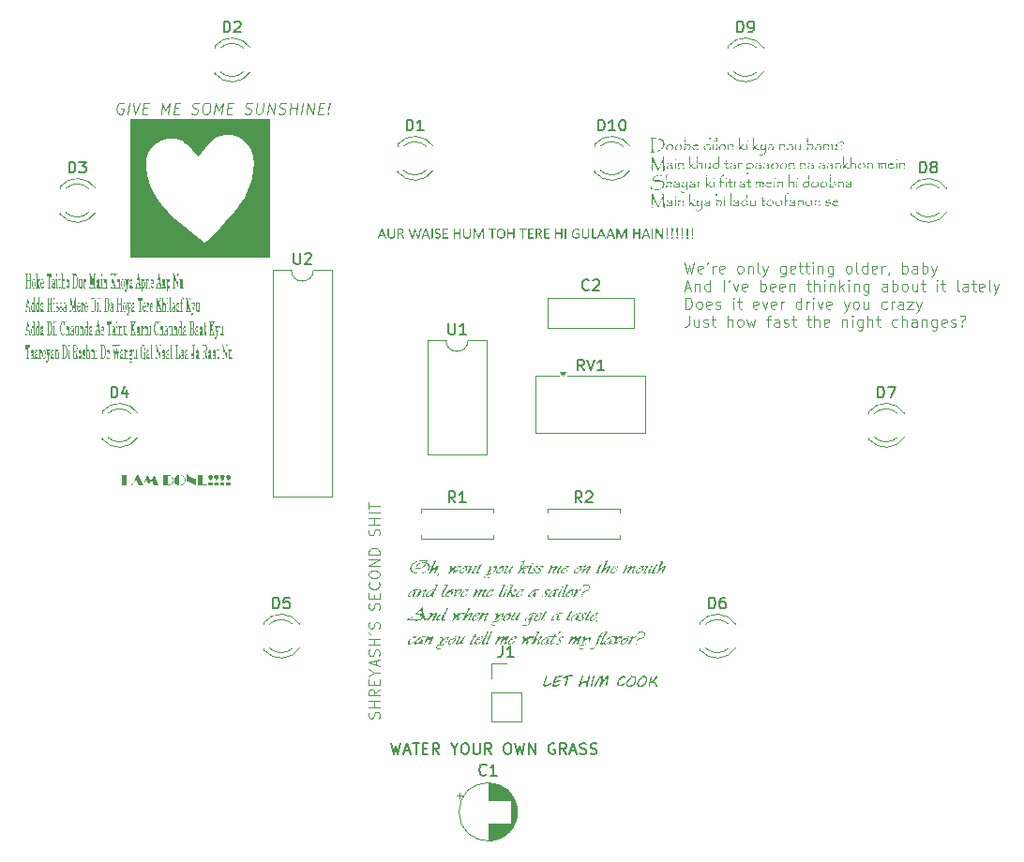
<source format=gbr>
%TF.GenerationSoftware,KiCad,Pcbnew,9.0.6*%
%TF.CreationDate,2026-02-17T17:24:44+05:30*%
%TF.ProjectId,blinky,626c696e-6b79-42e6-9b69-6361645f7063,rev?*%
%TF.SameCoordinates,Original*%
%TF.FileFunction,Legend,Top*%
%TF.FilePolarity,Positive*%
%FSLAX46Y46*%
G04 Gerber Fmt 4.6, Leading zero omitted, Abs format (unit mm)*
G04 Created by KiCad (PCBNEW 9.0.6) date 2026-02-17 17:24:44*
%MOMM*%
%LPD*%
G01*
G04 APERTURE LIST*
%ADD10C,0.127000*%
%ADD11C,0.190500*%
%ADD12C,0.100000*%
%ADD13C,0.200000*%
%ADD14C,0.032100*%
%ADD15C,0.150000*%
%ADD16C,0.120000*%
%ADD17C,0.000000*%
G04 APERTURE END LIST*
D10*
G36*
X109633314Y-91726266D02*
G01*
X109854261Y-91726266D01*
X109854261Y-91795748D01*
X109813006Y-91795748D01*
X109794545Y-91801240D01*
X109786144Y-91813661D01*
X109782021Y-91838662D01*
X109780002Y-91902840D01*
X109780002Y-92297012D01*
X110012953Y-92297012D01*
X110012953Y-91902840D01*
X110010995Y-91836501D01*
X110007122Y-91812421D01*
X109998932Y-91801025D01*
X109979236Y-91795748D01*
X109940772Y-91795748D01*
X109940772Y-91726266D01*
X110160696Y-91726266D01*
X110160696Y-91795748D01*
X110119813Y-91795748D01*
X110106369Y-91798541D01*
X110099341Y-91804976D01*
X110094289Y-91816770D01*
X110089849Y-91836770D01*
X110087833Y-91913309D01*
X110087833Y-92839144D01*
X110089310Y-92898611D01*
X110092113Y-92918552D01*
X110098860Y-92933410D01*
X110109130Y-92943343D01*
X110124311Y-92947167D01*
X110160696Y-92947167D01*
X110160696Y-93016650D01*
X109940772Y-93016650D01*
X109940772Y-92947167D01*
X109979236Y-92947167D01*
X109993136Y-92943293D01*
X110002495Y-92933177D01*
X110008611Y-92917777D01*
X110011480Y-92895039D01*
X110012953Y-92831932D01*
X110012953Y-92386347D01*
X109780002Y-92386347D01*
X109780002Y-92838912D01*
X109781380Y-92899358D01*
X109783972Y-92919405D01*
X109794646Y-92939460D01*
X109813006Y-92947167D01*
X109854261Y-92947167D01*
X109854261Y-93016650D01*
X109633314Y-93016650D01*
X109633314Y-92947167D01*
X109676275Y-92947167D01*
X109686331Y-92944207D01*
X109693397Y-92936311D01*
X109698858Y-92923307D01*
X109702765Y-92905369D01*
X109704440Y-92832165D01*
X109704440Y-91902918D01*
X109702411Y-91838679D01*
X109698267Y-91813661D01*
X109689852Y-91801265D01*
X109671095Y-91795748D01*
X109633314Y-91795748D01*
X109633314Y-91726266D01*
G37*
G36*
X110401759Y-92180585D02*
G01*
X110430497Y-92202870D01*
X110456615Y-92239750D01*
X110480593Y-92292437D01*
X110499818Y-92355182D01*
X110513748Y-92427211D01*
X110522429Y-92510290D01*
X110525478Y-92606736D01*
X110523061Y-92695284D01*
X110516223Y-92771118D01*
X110505377Y-92836275D01*
X110490068Y-92895220D01*
X110471089Y-92944976D01*
X110448117Y-92986329D01*
X110422606Y-93017047D01*
X110396036Y-93035318D01*
X110367995Y-93041465D01*
X110337243Y-93033837D01*
X110309437Y-93011502D01*
X110283907Y-92974287D01*
X110260205Y-92920724D01*
X110241249Y-92857389D01*
X110227539Y-92785286D01*
X110219017Y-92702763D01*
X110216034Y-92607666D01*
X110216144Y-92604176D01*
X110281856Y-92604176D01*
X110283791Y-92704954D01*
X110288994Y-92783093D01*
X110296711Y-92842795D01*
X110306423Y-92887689D01*
X110320137Y-92928002D01*
X110335029Y-92955313D01*
X110351376Y-92971452D01*
X110369701Y-92976945D01*
X110388779Y-92971383D01*
X110405650Y-92955121D01*
X110420862Y-92927781D01*
X110434717Y-92887689D01*
X110444490Y-92842823D01*
X110452328Y-92781888D01*
X110457659Y-92700718D01*
X110459656Y-92594483D01*
X110457708Y-92496356D01*
X110452491Y-92420934D01*
X110444779Y-92363870D01*
X110435089Y-92321440D01*
X110421531Y-92284131D01*
X110406374Y-92258344D01*
X110389285Y-92242814D01*
X110369701Y-92237456D01*
X110351523Y-92242863D01*
X110335247Y-92258766D01*
X110320367Y-92285683D01*
X110306609Y-92325395D01*
X110296801Y-92369724D01*
X110289030Y-92428515D01*
X110283799Y-92505299D01*
X110281856Y-92604176D01*
X110216144Y-92604176D01*
X110219034Y-92512091D01*
X110227597Y-92429291D01*
X110241365Y-92357072D01*
X110260391Y-92293755D01*
X110284172Y-92240322D01*
X110309967Y-92203064D01*
X110338245Y-92180623D01*
X110369701Y-92172937D01*
X110401759Y-92180585D01*
G37*
G36*
X110565151Y-91726343D02*
G01*
X110691366Y-91711222D01*
X110691366Y-92597818D01*
X110795559Y-92369907D01*
X110807523Y-92336329D01*
X110810479Y-92314228D01*
X110808498Y-92297980D01*
X110802011Y-92284837D01*
X110786340Y-92273337D01*
X110757375Y-92267157D01*
X110757375Y-92197752D01*
X110932538Y-92197752D01*
X110932538Y-92267079D01*
X110898577Y-92278278D01*
X110872927Y-92300057D01*
X110853781Y-92330668D01*
X110779832Y-92494137D01*
X110900433Y-92910177D01*
X110908770Y-92929712D01*
X110920870Y-92942390D01*
X110938121Y-92947167D01*
X110957167Y-92947167D01*
X110957167Y-93016650D01*
X110777506Y-93016650D01*
X110777506Y-92947167D01*
X110796210Y-92947167D01*
X110814051Y-92944427D01*
X110822111Y-92938560D01*
X110827135Y-92928602D01*
X110828532Y-92918630D01*
X110825244Y-92894513D01*
X110737709Y-92587659D01*
X110691366Y-92688393D01*
X110691366Y-92895211D01*
X110693015Y-92916833D01*
X110697570Y-92930960D01*
X110707842Y-92942700D01*
X110723006Y-92947167D01*
X110746549Y-92947167D01*
X110746549Y-93016650D01*
X110569990Y-93016650D01*
X110569990Y-92947167D01*
X110599085Y-92947167D01*
X110614607Y-92942221D01*
X110624087Y-92929642D01*
X110630061Y-92909386D01*
X110632120Y-92882648D01*
X110632120Y-91876785D01*
X110629548Y-91843083D01*
X110622474Y-91821416D01*
X110606475Y-91802715D01*
X110583855Y-91795748D01*
X110565151Y-91795748D01*
X110565151Y-91726343D01*
G37*
G36*
X111182860Y-92180055D02*
G01*
X111209982Y-92200592D01*
X111234072Y-92234199D01*
X111254842Y-92279848D01*
X111272181Y-92337736D01*
X111286153Y-92409843D01*
X111295166Y-92496173D01*
X111299057Y-92614645D01*
X111066260Y-92614645D01*
X111069142Y-92708932D01*
X111075144Y-92780349D01*
X111083501Y-92833479D01*
X111093743Y-92872179D01*
X111109678Y-92909606D01*
X111127264Y-92935783D01*
X111146857Y-92951632D01*
X111168995Y-92957093D01*
X111194290Y-92950096D01*
X111217337Y-92929448D01*
X111238745Y-92894558D01*
X111258889Y-92843431D01*
X111277871Y-92772841D01*
X111302251Y-92797734D01*
X111282684Y-92876187D01*
X111261335Y-92937047D01*
X111238175Y-92982792D01*
X111212957Y-93015094D01*
X111185241Y-93034718D01*
X111154416Y-93041465D01*
X111122526Y-93033861D01*
X111093890Y-93011692D01*
X111067817Y-92974979D01*
X111043834Y-92922507D01*
X111024465Y-92859866D01*
X111010559Y-92789335D01*
X111001972Y-92709405D01*
X110998980Y-92618057D01*
X111001050Y-92550126D01*
X111066260Y-92550126D01*
X111206124Y-92550126D01*
X111216971Y-92544779D01*
X111224828Y-92529421D01*
X111229525Y-92504151D01*
X111231498Y-92457535D01*
X111228794Y-92395806D01*
X111220967Y-92342098D01*
X111207985Y-92294608D01*
X111190918Y-92256545D01*
X111172698Y-92234787D01*
X111152679Y-92227530D01*
X111130501Y-92236245D01*
X111110605Y-92262411D01*
X111092192Y-92308644D01*
X111079108Y-92366137D01*
X111070115Y-92444584D01*
X111066260Y-92550126D01*
X111001050Y-92550126D01*
X111001992Y-92519221D01*
X111010562Y-92434040D01*
X111024284Y-92360205D01*
X111043151Y-92295927D01*
X111066898Y-92241406D01*
X111092600Y-92203504D01*
X111120722Y-92180728D01*
X111151965Y-92172937D01*
X111182860Y-92180055D01*
G37*
G36*
X111552977Y-91726266D02*
G01*
X111971266Y-91726266D01*
X111981440Y-92217604D01*
X111955570Y-92217604D01*
X111945277Y-92083973D01*
X111931910Y-91983176D01*
X111916235Y-91908844D01*
X111898679Y-91855652D01*
X111879268Y-91819559D01*
X111857606Y-91798128D01*
X111832922Y-91790785D01*
X111815086Y-91795782D01*
X111806028Y-91807458D01*
X111800884Y-91827968D01*
X111798863Y-91862981D01*
X111798863Y-92888929D01*
X111800739Y-92915827D01*
X111805811Y-92933054D01*
X111814205Y-92943050D01*
X111829107Y-92947167D01*
X111881808Y-92947167D01*
X111881808Y-93016650D01*
X111641412Y-93016650D01*
X111641412Y-92947167D01*
X111701402Y-92947167D01*
X111711803Y-92943347D01*
X111718741Y-92933131D01*
X111723160Y-92917046D01*
X111724697Y-92895831D01*
X111724697Y-91855149D01*
X111722653Y-91826494D01*
X111717004Y-91807070D01*
X111707827Y-91795471D01*
X111692034Y-91790785D01*
X111668504Y-91797922D01*
X111647178Y-91819039D01*
X111627416Y-91855022D01*
X111608873Y-91908424D01*
X111593715Y-91976953D01*
X111580136Y-92076915D01*
X111569014Y-92217604D01*
X111541748Y-92217604D01*
X111552977Y-91726266D01*
G37*
G36*
X112204832Y-92181002D02*
G01*
X112233861Y-92202824D01*
X112255833Y-92236215D01*
X112273314Y-92283359D01*
X112283354Y-92334785D01*
X112286727Y-92392473D01*
X112286727Y-92838679D01*
X112288892Y-92892575D01*
X112294203Y-92924446D01*
X112302772Y-92945455D01*
X112313156Y-92952130D01*
X112326304Y-92946255D01*
X112341879Y-92926385D01*
X112355372Y-92976790D01*
X112336705Y-93013688D01*
X112317733Y-93034599D01*
X112297894Y-93041465D01*
X112275451Y-93033387D01*
X112257570Y-93010368D01*
X112243197Y-92971458D01*
X112229498Y-92904982D01*
X112197282Y-92975962D01*
X112172299Y-93013548D01*
X112145570Y-93034036D01*
X112111874Y-93041465D01*
X112078952Y-93034480D01*
X112053991Y-93015614D01*
X112035196Y-92986794D01*
X112020484Y-92946545D01*
X112011831Y-92900390D01*
X112008861Y-92846279D01*
X112009568Y-92834104D01*
X112076420Y-92834104D01*
X112078135Y-92877628D01*
X112082881Y-92911983D01*
X112090378Y-92939180D01*
X112100529Y-92960012D01*
X112112485Y-92972566D01*
X112126794Y-92976945D01*
X112152478Y-92968307D01*
X112175634Y-92942642D01*
X112197052Y-92898390D01*
X112213441Y-92842157D01*
X112223353Y-92777238D01*
X112226799Y-92701110D01*
X112226799Y-92585255D01*
X112169142Y-92613420D01*
X112129515Y-92647607D01*
X112103468Y-92685368D01*
X112088595Y-92724657D01*
X112079599Y-92773254D01*
X112076420Y-92834104D01*
X112009568Y-92834104D01*
X112012300Y-92787088D01*
X112022642Y-92732885D01*
X112040791Y-92681751D01*
X112068696Y-92632946D01*
X112109890Y-92585592D01*
X112161877Y-92547461D01*
X112226799Y-92520581D01*
X112226799Y-92397436D01*
X112224499Y-92355719D01*
X112217682Y-92318509D01*
X112205923Y-92284450D01*
X112191067Y-92258732D01*
X112173613Y-92242981D01*
X112152850Y-92237456D01*
X112124409Y-92245665D01*
X112101266Y-92268863D01*
X112089211Y-92293901D01*
X112086160Y-92313607D01*
X112087687Y-92327190D01*
X112094318Y-92353622D01*
X112102292Y-92389616D01*
X112104554Y-92417831D01*
X112101891Y-92455362D01*
X112094194Y-92484521D01*
X112082475Y-92503723D01*
X112067114Y-92510422D01*
X112050737Y-92502794D01*
X112037429Y-92480256D01*
X112028574Y-92446407D01*
X112025518Y-92403174D01*
X112027710Y-92362799D01*
X112034420Y-92323581D01*
X112046300Y-92284399D01*
X112064540Y-92244591D01*
X112091951Y-92206119D01*
X112125507Y-92181701D01*
X112166716Y-92172937D01*
X112204832Y-92181002D01*
G37*
G36*
X112454912Y-91716340D02*
G01*
X112469826Y-91723721D01*
X112483015Y-91746350D01*
X112492124Y-91779169D01*
X112495112Y-91816918D01*
X112492205Y-91853800D01*
X112483356Y-91885780D01*
X112470452Y-91907606D01*
X112455253Y-91914860D01*
X112440057Y-91907526D01*
X112426964Y-91885315D01*
X112417988Y-91852984D01*
X112415052Y-91816065D01*
X112418024Y-91779049D01*
X112427150Y-91746350D01*
X112440290Y-91723680D01*
X112454912Y-91716340D01*
G37*
G36*
X112364026Y-92202793D02*
G01*
X112495112Y-92187671D01*
X112495112Y-92891333D01*
X112496586Y-92916171D01*
X112500323Y-92930417D01*
X112508860Y-92942823D01*
X112519803Y-92947167D01*
X112557584Y-92947167D01*
X112557584Y-93016650D01*
X112370975Y-93016650D01*
X112370975Y-92947167D01*
X112406305Y-92947167D01*
X112419714Y-92942210D01*
X112427956Y-92929331D01*
X112432945Y-92908479D01*
X112434811Y-92877065D01*
X112434811Y-92367348D01*
X112431914Y-92324622D01*
X112424017Y-92296159D01*
X112411390Y-92278836D01*
X112391726Y-92272197D01*
X112364026Y-92272197D01*
X112364026Y-92202793D01*
G37*
G36*
X112679519Y-91865230D02*
G01*
X112705048Y-91865230D01*
X112705048Y-92197752D01*
X112810201Y-92197752D01*
X112810201Y-92282123D01*
X112705048Y-92282123D01*
X112705048Y-92800293D01*
X112706632Y-92843647D01*
X112710943Y-92876821D01*
X112717610Y-92902112D01*
X112731816Y-92928398D01*
X112749529Y-92937241D01*
X112763903Y-92931533D01*
X112776894Y-92914330D01*
X112789016Y-92883811D01*
X112797584Y-92845578D01*
X112804296Y-92787864D01*
X112808278Y-92703980D01*
X112833497Y-92703980D01*
X112830414Y-92787926D01*
X112824074Y-92854529D01*
X112815060Y-92906924D01*
X112803687Y-92947710D01*
X112783436Y-92991453D01*
X112759837Y-93017536D01*
X112731817Y-93026576D01*
X112705601Y-93019797D01*
X112684772Y-93000942D01*
X112668135Y-92970897D01*
X112655499Y-92930541D01*
X112647815Y-92882586D01*
X112645119Y-92824798D01*
X112645119Y-92282123D01*
X112588572Y-92282123D01*
X112588572Y-92217139D01*
X112613289Y-92199938D01*
X112632567Y-92173077D01*
X112647446Y-92136800D01*
X112659795Y-92087669D01*
X112669479Y-92027507D01*
X112676219Y-91954197D01*
X112679519Y-91865230D01*
G37*
G36*
X112862220Y-91726421D02*
G01*
X112987412Y-91711222D01*
X112987412Y-92333847D01*
X113013352Y-92263942D01*
X113041137Y-92214425D01*
X113061466Y-92191257D01*
X113082340Y-92177530D01*
X113104043Y-92172937D01*
X113124631Y-92177251D01*
X113143436Y-92189868D01*
X113160807Y-92210702D01*
X113172578Y-92233933D01*
X113183738Y-92267935D01*
X113194277Y-92315236D01*
X113201754Y-92366036D01*
X113206457Y-92424263D01*
X113208111Y-92491190D01*
X113208111Y-92878305D01*
X113210139Y-92910968D01*
X113215432Y-92930882D01*
X113224160Y-92942549D01*
X113238696Y-92947167D01*
X113267450Y-92947167D01*
X113267450Y-93016650D01*
X113089867Y-93016650D01*
X113089867Y-92947167D01*
X113110309Y-92947167D01*
X113130151Y-92942016D01*
X113140335Y-92930029D01*
X113146334Y-92909352D01*
X113148524Y-92878228D01*
X113148524Y-92490647D01*
X113146115Y-92424974D01*
X113139498Y-92373616D01*
X113129168Y-92333460D01*
X113115019Y-92302068D01*
X113098784Y-92283534D01*
X113079755Y-92277160D01*
X113056971Y-92285106D01*
X113035833Y-92309032D01*
X113017606Y-92347921D01*
X113001495Y-92406121D01*
X112990915Y-92473280D01*
X112987412Y-92543767D01*
X112987412Y-92869543D01*
X112989420Y-92907968D01*
X112994391Y-92929642D01*
X113002949Y-92942184D01*
X113017655Y-92947167D01*
X113046410Y-92947167D01*
X113046410Y-93016650D01*
X112872642Y-93016650D01*
X112872642Y-92947167D01*
X112893053Y-92947167D01*
X112910630Y-92941711D01*
X112920473Y-92928323D01*
X112926298Y-92905605D01*
X112928507Y-92869620D01*
X112928507Y-91896792D01*
X112925604Y-91850531D01*
X112917868Y-91820718D01*
X112905467Y-91802554D01*
X112886818Y-91795748D01*
X112862220Y-91795748D01*
X112862220Y-91726421D01*
G37*
G36*
X113491236Y-92180585D02*
G01*
X113519974Y-92202870D01*
X113546092Y-92239750D01*
X113570070Y-92292437D01*
X113589295Y-92355182D01*
X113603225Y-92427211D01*
X113611906Y-92510290D01*
X113614954Y-92606736D01*
X113612538Y-92695284D01*
X113605699Y-92771118D01*
X113594854Y-92836275D01*
X113579545Y-92895220D01*
X113560566Y-92944976D01*
X113537593Y-92986329D01*
X113512083Y-93017047D01*
X113485512Y-93035318D01*
X113457472Y-93041465D01*
X113426719Y-93033837D01*
X113398913Y-93011502D01*
X113373384Y-92974287D01*
X113349681Y-92920724D01*
X113330726Y-92857389D01*
X113317015Y-92785286D01*
X113308494Y-92702763D01*
X113305510Y-92607666D01*
X113305620Y-92604176D01*
X113371332Y-92604176D01*
X113373268Y-92704954D01*
X113378471Y-92783093D01*
X113386187Y-92842795D01*
X113395899Y-92887689D01*
X113409614Y-92928002D01*
X113424506Y-92955313D01*
X113440853Y-92971452D01*
X113459178Y-92976945D01*
X113478255Y-92971383D01*
X113495126Y-92955121D01*
X113510339Y-92927781D01*
X113524193Y-92887689D01*
X113533966Y-92842823D01*
X113541804Y-92781888D01*
X113547136Y-92700718D01*
X113549132Y-92594483D01*
X113547185Y-92496356D01*
X113541968Y-92420934D01*
X113534256Y-92363870D01*
X113524565Y-92321440D01*
X113511008Y-92284131D01*
X113495850Y-92258344D01*
X113478762Y-92242814D01*
X113459178Y-92237456D01*
X113441000Y-92242863D01*
X113424724Y-92258766D01*
X113409844Y-92285683D01*
X113396085Y-92325395D01*
X113386278Y-92369724D01*
X113378507Y-92428515D01*
X113373276Y-92505299D01*
X113371332Y-92604176D01*
X113305620Y-92604176D01*
X113308510Y-92512091D01*
X113317074Y-92429291D01*
X113330842Y-92357072D01*
X113349867Y-92293755D01*
X113373648Y-92240322D01*
X113399444Y-92203064D01*
X113427722Y-92180623D01*
X113459178Y-92172937D01*
X113491236Y-92180585D01*
G37*
G36*
X114163903Y-91732596D02*
G01*
X114197182Y-91750447D01*
X114225591Y-91778610D01*
X114249603Y-91815823D01*
X114272151Y-91864163D01*
X114293361Y-91924857D01*
X114313250Y-91999542D01*
X114328671Y-92078034D01*
X114339928Y-92164302D01*
X114346908Y-92259494D01*
X114349325Y-92364944D01*
X114346797Y-92480133D01*
X114339498Y-92584254D01*
X114327736Y-92678699D01*
X114314875Y-92747228D01*
X114298155Y-92809599D01*
X114277362Y-92866441D01*
X114253405Y-92914931D01*
X114225955Y-92955095D01*
X114194572Y-92986949D01*
X114169840Y-93002371D01*
X114137844Y-93012786D01*
X114097080Y-93016650D01*
X113858731Y-93016650D01*
X113858731Y-92947167D01*
X113908299Y-92947167D01*
X113924682Y-92942927D01*
X113933115Y-92933054D01*
X113938088Y-92915837D01*
X113939939Y-92888774D01*
X113939939Y-91859414D01*
X114016183Y-91859414D01*
X114016183Y-92886138D01*
X114018352Y-92913026D01*
X114024527Y-92931735D01*
X114034617Y-92942571D01*
X114053375Y-92947167D01*
X114097080Y-92947167D01*
X114135035Y-92938492D01*
X114168818Y-92913327D01*
X114199256Y-92871947D01*
X114216512Y-92834729D01*
X114230939Y-92788267D01*
X114242621Y-92731199D01*
X114253174Y-92647363D01*
X114260346Y-92536121D01*
X114263031Y-92390999D01*
X114260776Y-92255276D01*
X114254564Y-92143820D01*
X114245110Y-92053023D01*
X114232960Y-91979650D01*
X114218457Y-91920909D01*
X114197712Y-91867363D01*
X114172427Y-91828725D01*
X114141663Y-91804426D01*
X114104028Y-91795748D01*
X114045744Y-91795748D01*
X114031815Y-91800212D01*
X114023317Y-91811568D01*
X114018109Y-91830506D01*
X114016183Y-91859414D01*
X113939939Y-91859414D01*
X113939939Y-91852435D01*
X113938072Y-91829004D01*
X113932618Y-91811180D01*
X113924258Y-91799935D01*
X113912115Y-91795748D01*
X113858731Y-91795748D01*
X113858731Y-91726266D01*
X114124842Y-91726266D01*
X114163903Y-91732596D01*
G37*
G36*
X114523961Y-92182708D02*
G01*
X114523961Y-92719954D01*
X114526405Y-92782877D01*
X114533114Y-92831741D01*
X114543627Y-92869698D01*
X114557921Y-92898786D01*
X114574621Y-92916270D01*
X114594467Y-92922352D01*
X114618729Y-92913902D01*
X114640255Y-92888885D01*
X114659855Y-92845736D01*
X114674638Y-92791310D01*
X114683660Y-92728131D01*
X114686810Y-92653807D01*
X114686810Y-92353699D01*
X114683827Y-92317941D01*
X114675147Y-92291817D01*
X114660356Y-92276128D01*
X114628867Y-92267157D01*
X114628867Y-92197907D01*
X114745002Y-92182708D01*
X114745002Y-92854033D01*
X114747701Y-92894938D01*
X114755114Y-92923128D01*
X114766780Y-92940718D01*
X114783589Y-92947167D01*
X114805054Y-92947167D01*
X114805054Y-93011609D01*
X114693852Y-93016727D01*
X114687059Y-92854033D01*
X114657983Y-92929607D01*
X114629612Y-92982063D01*
X114609258Y-93007263D01*
X114589313Y-93021811D01*
X114569466Y-93026576D01*
X114541024Y-93018115D01*
X114516464Y-92993587D01*
X114494866Y-92952596D01*
X114482568Y-92914106D01*
X114473063Y-92862477D01*
X114466729Y-92794280D01*
X114464374Y-92705220D01*
X114464374Y-92354397D01*
X114462705Y-92326225D01*
X114457942Y-92303856D01*
X114449888Y-92285846D01*
X114436735Y-92274002D01*
X114406772Y-92267157D01*
X114406772Y-92197907D01*
X114523961Y-92182708D01*
G37*
G36*
X114839640Y-92197907D02*
G01*
X114958566Y-92182708D01*
X114957574Y-92518099D01*
X114971597Y-92409173D01*
X114986513Y-92327489D01*
X115001993Y-92267855D01*
X115021630Y-92219734D01*
X115043313Y-92192149D01*
X115067939Y-92182863D01*
X115085097Y-92187793D01*
X115099153Y-92201762D01*
X115110807Y-92224583D01*
X115119542Y-92254612D01*
X115124952Y-92291172D01*
X115126875Y-92336096D01*
X115123941Y-92388080D01*
X115116018Y-92424190D01*
X115103766Y-92447946D01*
X115088753Y-92455829D01*
X115074105Y-92448759D01*
X115062852Y-92428145D01*
X115055650Y-92396765D01*
X115053050Y-92353699D01*
X115054470Y-92324356D01*
X115058726Y-92296857D01*
X115063813Y-92270336D01*
X115062538Y-92262679D01*
X115058199Y-92259790D01*
X115044592Y-92268568D01*
X115026622Y-92300890D01*
X115011869Y-92342621D01*
X114999073Y-92395140D01*
X114988345Y-92460327D01*
X114975915Y-92567900D01*
X114969468Y-92650654D01*
X114967593Y-92713285D01*
X114967593Y-92888619D01*
X114969660Y-92914045D01*
X114975596Y-92932123D01*
X114985298Y-92942686D01*
X115003389Y-92947167D01*
X115045667Y-92947167D01*
X115045667Y-93016650D01*
X114841718Y-93016650D01*
X114841718Y-92947167D01*
X114874971Y-92947167D01*
X114889676Y-92942846D01*
X114898948Y-92931813D01*
X114905042Y-92914502D01*
X114906951Y-92895133D01*
X114906951Y-92378204D01*
X114904181Y-92325491D01*
X114897149Y-92293755D01*
X114885684Y-92274287D01*
X114869077Y-92267234D01*
X114839640Y-92267234D01*
X114839640Y-92197907D01*
G37*
G36*
X115346550Y-91726266D02*
G01*
X115519325Y-91726266D01*
X115671659Y-92736549D01*
X115812205Y-91726266D01*
X115988795Y-91726266D01*
X115988795Y-91795748D01*
X115945121Y-91795748D01*
X115925027Y-91800641D01*
X115915436Y-91811645D01*
X115910083Y-91831649D01*
X115907960Y-91867246D01*
X115907960Y-92886138D01*
X115910249Y-92912161D01*
X115916987Y-92931270D01*
X115927916Y-92942394D01*
X115948595Y-92947167D01*
X115988795Y-92947167D01*
X115988795Y-93016650D01*
X115752246Y-93016650D01*
X115752246Y-92947167D01*
X115796944Y-92947167D01*
X115813818Y-92942282D01*
X115824023Y-92930029D01*
X115830583Y-92910332D01*
X115832739Y-92886138D01*
X115833732Y-91793964D01*
X115664741Y-93016650D01*
X115639771Y-93016650D01*
X115458900Y-91812808D01*
X115458900Y-92733990D01*
X115461285Y-92811141D01*
X115467089Y-92857600D01*
X115477112Y-92893755D01*
X115490509Y-92920181D01*
X115508588Y-92936507D01*
X115542186Y-92947322D01*
X115542186Y-93016650D01*
X115346550Y-93016650D01*
X115346550Y-92947322D01*
X115378370Y-92936395D01*
X115398882Y-92918701D01*
X115411379Y-92896607D01*
X115419884Y-92865038D01*
X115425791Y-92816464D01*
X115428099Y-92744304D01*
X115428099Y-91856777D01*
X115426037Y-91828424D01*
X115420437Y-91810404D01*
X115410845Y-91800243D01*
X115391279Y-91795748D01*
X115346550Y-91795748D01*
X115346550Y-91726266D01*
G37*
G36*
X116236785Y-92181002D02*
G01*
X116265814Y-92202824D01*
X116287786Y-92236215D01*
X116305267Y-92283359D01*
X116315307Y-92334785D01*
X116318681Y-92392473D01*
X116318681Y-92838679D01*
X116320845Y-92892575D01*
X116326156Y-92924446D01*
X116334725Y-92945455D01*
X116345109Y-92952130D01*
X116358257Y-92946255D01*
X116373832Y-92926385D01*
X116387325Y-92976790D01*
X116368658Y-93013688D01*
X116349686Y-93034599D01*
X116329847Y-93041465D01*
X116307404Y-93033387D01*
X116289523Y-93010368D01*
X116275150Y-92971458D01*
X116261451Y-92904982D01*
X116229235Y-92975962D01*
X116204252Y-93013548D01*
X116177523Y-93034036D01*
X116143827Y-93041465D01*
X116110906Y-93034480D01*
X116085944Y-93015614D01*
X116067149Y-92986794D01*
X116052437Y-92946545D01*
X116043784Y-92900390D01*
X116040814Y-92846279D01*
X116041521Y-92834104D01*
X116108373Y-92834104D01*
X116110088Y-92877628D01*
X116114834Y-92911983D01*
X116122331Y-92939180D01*
X116132483Y-92960012D01*
X116144438Y-92972566D01*
X116158747Y-92976945D01*
X116184431Y-92968307D01*
X116207587Y-92942642D01*
X116229005Y-92898390D01*
X116245394Y-92842157D01*
X116255306Y-92777238D01*
X116258752Y-92701110D01*
X116258752Y-92585255D01*
X116201095Y-92613420D01*
X116161468Y-92647607D01*
X116135421Y-92685368D01*
X116120548Y-92724657D01*
X116111552Y-92773254D01*
X116108373Y-92834104D01*
X116041521Y-92834104D01*
X116044253Y-92787088D01*
X116054595Y-92732885D01*
X116072745Y-92681751D01*
X116100649Y-92632946D01*
X116141843Y-92585592D01*
X116193830Y-92547461D01*
X116258752Y-92520581D01*
X116258752Y-92397436D01*
X116256452Y-92355719D01*
X116249635Y-92318509D01*
X116237877Y-92284450D01*
X116223020Y-92258732D01*
X116205566Y-92242981D01*
X116184803Y-92237456D01*
X116156362Y-92245665D01*
X116133219Y-92268863D01*
X116121164Y-92293901D01*
X116118113Y-92313607D01*
X116119640Y-92327190D01*
X116126271Y-92353622D01*
X116134245Y-92389616D01*
X116136507Y-92417831D01*
X116133844Y-92455362D01*
X116126147Y-92484521D01*
X116114428Y-92503723D01*
X116099067Y-92510422D01*
X116082690Y-92502794D01*
X116069382Y-92480256D01*
X116060527Y-92446407D01*
X116057471Y-92403174D01*
X116059663Y-92362799D01*
X116066373Y-92323581D01*
X116078253Y-92284399D01*
X116096493Y-92244591D01*
X116123904Y-92206119D01*
X116157460Y-92181701D01*
X116198669Y-92172937D01*
X116236785Y-92181002D01*
G37*
G36*
X116508702Y-91716340D02*
G01*
X116523617Y-91723721D01*
X116536805Y-91746350D01*
X116545914Y-91779169D01*
X116548902Y-91816918D01*
X116545995Y-91853800D01*
X116537146Y-91885780D01*
X116524243Y-91907606D01*
X116509043Y-91914860D01*
X116493847Y-91907526D01*
X116480754Y-91885315D01*
X116471778Y-91852984D01*
X116468843Y-91816065D01*
X116471815Y-91779049D01*
X116480940Y-91746350D01*
X116494081Y-91723680D01*
X116508702Y-91716340D01*
G37*
G36*
X116417817Y-92202793D02*
G01*
X116548902Y-92187671D01*
X116548902Y-92891333D01*
X116550376Y-92916171D01*
X116554114Y-92930417D01*
X116562650Y-92942823D01*
X116573593Y-92947167D01*
X116611374Y-92947167D01*
X116611374Y-93016650D01*
X116424765Y-93016650D01*
X116424765Y-92947167D01*
X116460095Y-92947167D01*
X116473505Y-92942210D01*
X116481747Y-92929331D01*
X116486735Y-92908479D01*
X116488602Y-92877065D01*
X116488602Y-92367348D01*
X116485705Y-92324622D01*
X116477807Y-92296159D01*
X116465181Y-92278836D01*
X116445517Y-92272197D01*
X116417817Y-92272197D01*
X116417817Y-92202793D01*
G37*
G36*
X116647915Y-92197907D02*
G01*
X116757628Y-92182785D01*
X116763311Y-92264224D01*
X116767275Y-92357964D01*
X116782273Y-92305147D01*
X116799004Y-92262302D01*
X116817557Y-92228383D01*
X116838153Y-92203291D01*
X116860559Y-92188075D01*
X116885209Y-92182863D01*
X116916005Y-92191391D01*
X116939895Y-92214968D01*
X116953302Y-92239688D01*
X116965081Y-92273017D01*
X116975287Y-92316399D01*
X116985177Y-92388726D01*
X116988595Y-92471416D01*
X116988595Y-92867914D01*
X116990784Y-92906891D01*
X116996287Y-92929176D01*
X117005683Y-92941973D01*
X117022312Y-92947167D01*
X117046196Y-92947167D01*
X117046196Y-93016650D01*
X116872770Y-93016650D01*
X116872770Y-92947167D01*
X116890079Y-92947167D01*
X116910615Y-92941937D01*
X116921315Y-92929719D01*
X116927716Y-92908580D01*
X116930031Y-92876987D01*
X116930031Y-92530197D01*
X116928170Y-92455282D01*
X116923313Y-92401478D01*
X116916290Y-92363780D01*
X116901388Y-92321299D01*
X116882456Y-92296015D01*
X116858160Y-92287086D01*
X116833751Y-92295736D01*
X116812474Y-92321203D01*
X116793455Y-92365021D01*
X116779417Y-92420265D01*
X116770645Y-92487021D01*
X116767523Y-92568272D01*
X116767523Y-92868379D01*
X116769748Y-92907028D01*
X116775371Y-92929254D01*
X116784898Y-92942006D01*
X116801582Y-92947167D01*
X116825125Y-92947167D01*
X116825125Y-93016650D01*
X116651016Y-93016650D01*
X116651016Y-92947167D01*
X116674560Y-92947167D01*
X116689890Y-92942472D01*
X116699747Y-92930340D01*
X116706194Y-92911254D01*
X116708277Y-92888619D01*
X116708277Y-92361221D01*
X116705311Y-92314682D01*
X116697297Y-92283674D01*
X116684515Y-92264448D01*
X116665564Y-92257308D01*
X116647915Y-92257308D01*
X116647915Y-92197907D01*
G37*
G36*
X117285259Y-91726266D02*
G01*
X117521808Y-91726266D01*
X117521808Y-91795748D01*
X117470844Y-91795748D01*
X117456610Y-91801146D01*
X117446898Y-91815755D01*
X117440651Y-91838266D01*
X117438523Y-91866626D01*
X117438523Y-92453502D01*
X117630126Y-91945569D01*
X117642869Y-91900044D01*
X117646504Y-91861973D01*
X117643831Y-91835975D01*
X117635399Y-91814359D01*
X117622227Y-91801252D01*
X117598580Y-91795748D01*
X117583350Y-91795748D01*
X117583350Y-91726266D01*
X117795953Y-91726266D01*
X117795953Y-91795748D01*
X117778644Y-91795748D01*
X117757521Y-91802946D01*
X117732550Y-91826844D01*
X117708623Y-91863512D01*
X117686022Y-91913309D01*
X117567561Y-92225359D01*
X117737513Y-92850776D01*
X117752555Y-92897552D01*
X117766640Y-92925299D01*
X117782719Y-92941471D01*
X117802281Y-92947167D01*
X117822009Y-92947167D01*
X117822009Y-93016650D01*
X117588530Y-93016650D01*
X117588530Y-92947167D01*
X117615920Y-92947167D01*
X117642013Y-92943420D01*
X117653638Y-92935458D01*
X117660796Y-92921616D01*
X117662820Y-92906998D01*
X117658788Y-92875359D01*
X117517931Y-92357422D01*
X117438523Y-92569513D01*
X117438523Y-92885285D01*
X117440301Y-92910692D01*
X117445099Y-92926850D01*
X117456790Y-92941963D01*
X117470844Y-92947167D01*
X117521808Y-92947167D01*
X117521808Y-93016650D01*
X117285259Y-93016650D01*
X117285259Y-92947167D01*
X117331353Y-92947167D01*
X117346863Y-92942321D01*
X117356323Y-92930029D01*
X117362327Y-92910352D01*
X117364357Y-92885285D01*
X117364357Y-91857630D01*
X117362073Y-91831535D01*
X117355330Y-91812110D01*
X117344461Y-91800614D01*
X117324404Y-91795748D01*
X117285259Y-91795748D01*
X117285259Y-91726266D01*
G37*
G36*
X117824242Y-91726421D02*
G01*
X117949434Y-91711222D01*
X117949434Y-92333847D01*
X117975374Y-92263942D01*
X118003159Y-92214425D01*
X118023488Y-92191257D01*
X118044362Y-92177530D01*
X118066065Y-92172937D01*
X118086653Y-92177251D01*
X118105459Y-92189868D01*
X118122829Y-92210702D01*
X118134600Y-92233933D01*
X118145760Y-92267935D01*
X118156299Y-92315236D01*
X118163776Y-92366036D01*
X118168479Y-92424263D01*
X118170133Y-92491190D01*
X118170133Y-92878305D01*
X118172161Y-92910968D01*
X118177454Y-92930882D01*
X118186182Y-92942549D01*
X118200718Y-92947167D01*
X118229472Y-92947167D01*
X118229472Y-93016650D01*
X118051889Y-93016650D01*
X118051889Y-92947167D01*
X118072331Y-92947167D01*
X118092173Y-92942016D01*
X118102357Y-92930029D01*
X118108356Y-92909352D01*
X118110546Y-92878228D01*
X118110546Y-92490647D01*
X118108137Y-92424974D01*
X118101520Y-92373616D01*
X118091190Y-92333460D01*
X118077041Y-92302068D01*
X118060806Y-92283534D01*
X118041777Y-92277160D01*
X118018993Y-92285106D01*
X117997855Y-92309032D01*
X117979628Y-92347921D01*
X117963517Y-92406121D01*
X117952937Y-92473280D01*
X117949434Y-92543767D01*
X117949434Y-92869543D01*
X117951442Y-92907968D01*
X117956413Y-92929642D01*
X117964971Y-92942184D01*
X117979678Y-92947167D01*
X118008432Y-92947167D01*
X118008432Y-93016650D01*
X117834664Y-93016650D01*
X117834664Y-92947167D01*
X117855075Y-92947167D01*
X117872652Y-92941711D01*
X117882495Y-92928323D01*
X117888320Y-92905605D01*
X117890529Y-92869620D01*
X117890529Y-91896792D01*
X117887626Y-91850531D01*
X117879890Y-91820718D01*
X117867489Y-91802554D01*
X117848840Y-91795748D01*
X117824242Y-91795748D01*
X117824242Y-91726421D01*
G37*
G36*
X118453258Y-92180585D02*
G01*
X118481996Y-92202870D01*
X118508114Y-92239750D01*
X118532092Y-92292437D01*
X118551317Y-92355182D01*
X118565247Y-92427211D01*
X118573928Y-92510290D01*
X118576976Y-92606736D01*
X118574560Y-92695284D01*
X118567721Y-92771118D01*
X118556876Y-92836275D01*
X118541567Y-92895220D01*
X118522588Y-92944976D01*
X118499615Y-92986329D01*
X118474105Y-93017047D01*
X118447535Y-93035318D01*
X118419494Y-93041465D01*
X118388742Y-93033837D01*
X118360935Y-93011502D01*
X118335406Y-92974287D01*
X118311703Y-92920724D01*
X118292748Y-92857389D01*
X118279037Y-92785286D01*
X118270516Y-92702763D01*
X118267532Y-92607666D01*
X118267642Y-92604176D01*
X118333354Y-92604176D01*
X118335290Y-92704954D01*
X118340493Y-92783093D01*
X118348209Y-92842795D01*
X118357921Y-92887689D01*
X118371636Y-92928002D01*
X118386528Y-92955313D01*
X118402875Y-92971452D01*
X118421200Y-92976945D01*
X118440277Y-92971383D01*
X118457148Y-92955121D01*
X118472361Y-92927781D01*
X118486215Y-92887689D01*
X118495988Y-92842823D01*
X118503827Y-92781888D01*
X118509158Y-92700718D01*
X118511154Y-92594483D01*
X118509207Y-92496356D01*
X118503990Y-92420934D01*
X118496278Y-92363870D01*
X118486587Y-92321440D01*
X118473030Y-92284131D01*
X118457872Y-92258344D01*
X118440784Y-92242814D01*
X118421200Y-92237456D01*
X118403022Y-92242863D01*
X118386746Y-92258766D01*
X118371866Y-92285683D01*
X118358107Y-92325395D01*
X118348300Y-92369724D01*
X118340529Y-92428515D01*
X118335298Y-92505299D01*
X118333354Y-92604176D01*
X118267642Y-92604176D01*
X118270532Y-92512091D01*
X118279096Y-92429291D01*
X118292864Y-92357072D01*
X118311889Y-92293755D01*
X118335670Y-92240322D01*
X118361466Y-92203064D01*
X118389744Y-92180623D01*
X118421200Y-92172937D01*
X118453258Y-92180585D01*
G37*
G36*
X118614912Y-92197752D02*
G01*
X118772705Y-92197752D01*
X118772705Y-92267234D01*
X118757134Y-92267234D01*
X118738722Y-92270960D01*
X118729837Y-92279254D01*
X118724527Y-92293673D01*
X118722734Y-92313375D01*
X118724719Y-92333304D01*
X118814333Y-92814639D01*
X118880806Y-92416978D01*
X118886260Y-92375129D01*
X118888002Y-92335476D01*
X118885560Y-92308879D01*
X118878262Y-92288947D01*
X118865722Y-92276529D01*
X118837690Y-92267079D01*
X118837690Y-92197752D01*
X118975010Y-92197752D01*
X118975010Y-92267002D01*
X118950517Y-92281132D01*
X118933521Y-92308245D01*
X118922185Y-92348426D01*
X118802111Y-93048676D01*
X118779014Y-93166112D01*
X118758420Y-93244217D01*
X118740073Y-93292717D01*
X118717958Y-93330386D01*
X118695601Y-93351983D01*
X118672452Y-93359098D01*
X118655409Y-93354729D01*
X118641464Y-93342435D01*
X118629957Y-93322650D01*
X118620945Y-93296252D01*
X118615660Y-93266727D01*
X118613858Y-93232928D01*
X118616426Y-93195777D01*
X118623846Y-93166703D01*
X118635024Y-93147288D01*
X118648847Y-93140725D01*
X118661442Y-93146366D01*
X118671739Y-93162981D01*
X118678761Y-93187659D01*
X118681076Y-93216566D01*
X118679680Y-93243009D01*
X118678315Y-93261466D01*
X118680524Y-93274690D01*
X118688055Y-93279689D01*
X118699408Y-93275194D01*
X118713459Y-93259837D01*
X118726705Y-93235138D01*
X118740042Y-93195938D01*
X118754101Y-93136865D01*
X118783469Y-92991912D01*
X118660448Y-92335476D01*
X118652967Y-92307126D01*
X118644318Y-92288250D01*
X118633188Y-92275993D01*
X118614912Y-92266924D01*
X118614912Y-92197752D01*
G37*
G36*
X119211616Y-92181002D02*
G01*
X119240645Y-92202824D01*
X119262617Y-92236215D01*
X119280098Y-92283359D01*
X119290138Y-92334785D01*
X119293512Y-92392473D01*
X119293512Y-92838679D01*
X119295676Y-92892575D01*
X119300987Y-92924446D01*
X119309556Y-92945455D01*
X119319940Y-92952130D01*
X119333088Y-92946255D01*
X119348663Y-92926385D01*
X119362156Y-92976790D01*
X119343489Y-93013688D01*
X119324517Y-93034599D01*
X119304678Y-93041465D01*
X119282235Y-93033387D01*
X119264354Y-93010368D01*
X119249981Y-92971458D01*
X119236282Y-92904982D01*
X119204066Y-92975962D01*
X119179083Y-93013548D01*
X119152354Y-93034036D01*
X119118658Y-93041465D01*
X119085737Y-93034480D01*
X119060775Y-93015614D01*
X119041980Y-92986794D01*
X119027268Y-92946545D01*
X119018615Y-92900390D01*
X119015645Y-92846279D01*
X119016352Y-92834104D01*
X119083204Y-92834104D01*
X119084919Y-92877628D01*
X119089665Y-92911983D01*
X119097162Y-92939180D01*
X119107314Y-92960012D01*
X119119269Y-92972566D01*
X119133578Y-92976945D01*
X119159262Y-92968307D01*
X119182418Y-92942642D01*
X119203836Y-92898390D01*
X119220225Y-92842157D01*
X119230137Y-92777238D01*
X119233583Y-92701110D01*
X119233583Y-92585255D01*
X119175926Y-92613420D01*
X119136299Y-92647607D01*
X119110252Y-92685368D01*
X119095379Y-92724657D01*
X119086383Y-92773254D01*
X119083204Y-92834104D01*
X119016352Y-92834104D01*
X119019084Y-92787088D01*
X119029426Y-92732885D01*
X119047576Y-92681751D01*
X119075480Y-92632946D01*
X119116674Y-92585592D01*
X119168661Y-92547461D01*
X119233583Y-92520581D01*
X119233583Y-92397436D01*
X119231283Y-92355719D01*
X119224466Y-92318509D01*
X119212707Y-92284450D01*
X119197851Y-92258732D01*
X119180397Y-92242981D01*
X119159634Y-92237456D01*
X119131193Y-92245665D01*
X119108050Y-92268863D01*
X119095995Y-92293901D01*
X119092944Y-92313607D01*
X119094471Y-92327190D01*
X119101102Y-92353622D01*
X119109076Y-92389616D01*
X119111338Y-92417831D01*
X119108675Y-92455362D01*
X119100978Y-92484521D01*
X119089259Y-92503723D01*
X119073898Y-92510422D01*
X119057521Y-92502794D01*
X119044213Y-92480256D01*
X119035358Y-92446407D01*
X119032302Y-92403174D01*
X119034494Y-92362799D01*
X119041204Y-92323581D01*
X119053084Y-92284399D01*
X119071324Y-92244591D01*
X119098735Y-92206119D01*
X119132291Y-92181701D01*
X119173500Y-92172937D01*
X119211616Y-92181002D01*
G37*
G36*
X120010884Y-92877763D02*
G01*
X120020549Y-92916053D01*
X120034843Y-92938865D01*
X120055396Y-92947167D01*
X120072364Y-92947167D01*
X120072364Y-93016650D01*
X119865654Y-93016650D01*
X119865654Y-92947167D01*
X119882963Y-92947167D01*
X119912187Y-92942010D01*
X119927599Y-92930184D01*
X119933984Y-92915675D01*
X119936098Y-92895133D01*
X119933740Y-92864812D01*
X119891276Y-92594793D01*
X119689994Y-92594793D01*
X119666296Y-92748879D01*
X119658957Y-92808162D01*
X119656990Y-92846666D01*
X119660681Y-92884177D01*
X119672438Y-92917544D01*
X119683407Y-92933053D01*
X119698158Y-92943333D01*
X119717787Y-92947167D01*
X119736119Y-92947167D01*
X119736119Y-93016650D01*
X119548114Y-93016650D01*
X119548114Y-92947167D01*
X119568094Y-92943134D01*
X119583655Y-92932134D01*
X119595728Y-92915218D01*
X119605727Y-92890873D01*
X119616252Y-92851744D01*
X119627305Y-92793004D01*
X119670087Y-92525311D01*
X119701875Y-92525311D01*
X119880450Y-92525311D01*
X119792388Y-91958132D01*
X119701875Y-92525311D01*
X119670087Y-92525311D01*
X119801755Y-91701451D01*
X119826384Y-91701451D01*
X120010884Y-92877763D01*
G37*
G36*
X120181225Y-92274525D02*
G01*
X120184000Y-92352769D01*
X120200243Y-92296070D01*
X120216538Y-92253628D01*
X120232948Y-92223188D01*
X120251247Y-92200774D01*
X120270517Y-92187386D01*
X120291078Y-92182863D01*
X120312888Y-92188469D01*
X120334162Y-92205421D01*
X120355287Y-92234587D01*
X120373899Y-92273123D01*
X120390422Y-92322992D01*
X120404886Y-92385959D01*
X120415310Y-92453869D01*
X120421721Y-92528315D01*
X120423931Y-92610458D01*
X120420781Y-92709308D01*
X120411773Y-92795169D01*
X120397260Y-92870293D01*
X120377155Y-92936388D01*
X120356338Y-92983189D01*
X120334172Y-93015561D01*
X120310286Y-93034892D01*
X120284129Y-93041465D01*
X120264044Y-93036947D01*
X120245593Y-93023677D01*
X120228419Y-93001605D01*
X120205760Y-92954689D01*
X120186203Y-92890480D01*
X120186203Y-93208113D01*
X120188170Y-93240959D01*
X120193151Y-93259605D01*
X120203553Y-93274275D01*
X120218524Y-93279689D01*
X120243464Y-93279689D01*
X120243464Y-93349171D01*
X120068300Y-93349171D01*
X120068300Y-93279689D01*
X120093239Y-93279689D01*
X120108228Y-93275225D01*
X120117558Y-93263870D01*
X120123559Y-93245691D01*
X120125561Y-93222615D01*
X120125561Y-92619065D01*
X120185862Y-92619065D01*
X120189205Y-92733538D01*
X120197994Y-92816207D01*
X120210925Y-92874738D01*
X120229563Y-92921213D01*
X120250534Y-92948011D01*
X120274762Y-92957093D01*
X120297477Y-92949009D01*
X120315687Y-92925940D01*
X120330502Y-92887146D01*
X120343576Y-92821924D01*
X120352361Y-92733362D01*
X120355659Y-92614800D01*
X120352495Y-92489390D01*
X120344411Y-92403576D01*
X120332984Y-92346953D01*
X120315981Y-92301696D01*
X120296972Y-92275914D01*
X120275103Y-92267234D01*
X120257489Y-92272642D01*
X120241343Y-92288722D01*
X120226196Y-92316273D01*
X120211793Y-92357344D01*
X120198240Y-92420836D01*
X120189225Y-92506025D01*
X120185862Y-92619065D01*
X120125561Y-92619065D01*
X120125561Y-92371147D01*
X120122417Y-92318812D01*
X120114425Y-92288792D01*
X120099934Y-92271785D01*
X120068300Y-92262194D01*
X120068300Y-92197907D01*
X120174912Y-92182708D01*
X120181225Y-92274525D01*
G37*
G36*
X120478369Y-92197907D02*
G01*
X120588083Y-92182785D01*
X120593766Y-92264224D01*
X120597730Y-92357964D01*
X120612728Y-92305147D01*
X120629459Y-92262302D01*
X120648011Y-92228383D01*
X120668607Y-92203291D01*
X120691014Y-92188075D01*
X120715663Y-92182863D01*
X120746460Y-92191391D01*
X120770350Y-92214968D01*
X120783757Y-92239688D01*
X120795536Y-92273017D01*
X120805742Y-92316399D01*
X120815631Y-92388726D01*
X120819049Y-92471416D01*
X120819049Y-92867914D01*
X120821239Y-92906891D01*
X120826742Y-92929176D01*
X120836138Y-92941973D01*
X120852767Y-92947167D01*
X120876651Y-92947167D01*
X120876651Y-93016650D01*
X120703225Y-93016650D01*
X120703225Y-92947167D01*
X120720533Y-92947167D01*
X120741070Y-92941937D01*
X120751769Y-92929719D01*
X120758171Y-92908580D01*
X120760486Y-92876987D01*
X120760486Y-92530197D01*
X120758625Y-92455282D01*
X120753768Y-92401478D01*
X120746744Y-92363780D01*
X120731843Y-92321299D01*
X120712911Y-92296015D01*
X120688615Y-92287086D01*
X120664206Y-92295736D01*
X120642929Y-92321203D01*
X120623910Y-92365021D01*
X120609872Y-92420265D01*
X120601099Y-92487021D01*
X120597978Y-92568272D01*
X120597978Y-92868379D01*
X120600203Y-92907028D01*
X120605826Y-92929254D01*
X120615353Y-92942006D01*
X120632037Y-92947167D01*
X120655580Y-92947167D01*
X120655580Y-93016650D01*
X120481471Y-93016650D01*
X120481471Y-92947167D01*
X120505014Y-92947167D01*
X120520345Y-92942472D01*
X120530202Y-92930340D01*
X120536649Y-92911254D01*
X120538732Y-92888619D01*
X120538732Y-92361221D01*
X120535765Y-92314682D01*
X120527751Y-92283674D01*
X120514970Y-92264448D01*
X120496019Y-92257308D01*
X120478369Y-92257308D01*
X120478369Y-92197907D01*
G37*
G36*
X121103430Y-92180055D02*
G01*
X121130552Y-92200592D01*
X121154642Y-92234199D01*
X121175412Y-92279848D01*
X121192751Y-92337736D01*
X121206723Y-92409843D01*
X121215736Y-92496173D01*
X121219627Y-92614645D01*
X120986830Y-92614645D01*
X120989712Y-92708932D01*
X120995714Y-92780349D01*
X121004071Y-92833479D01*
X121014313Y-92872179D01*
X121030248Y-92909606D01*
X121047834Y-92935783D01*
X121067427Y-92951632D01*
X121089565Y-92957093D01*
X121114860Y-92950096D01*
X121137907Y-92929448D01*
X121159315Y-92894558D01*
X121179459Y-92843431D01*
X121198441Y-92772841D01*
X121222821Y-92797734D01*
X121203254Y-92876187D01*
X121181905Y-92937047D01*
X121158745Y-92982792D01*
X121133527Y-93015094D01*
X121105811Y-93034718D01*
X121074986Y-93041465D01*
X121043096Y-93033861D01*
X121014460Y-93011692D01*
X120988387Y-92974979D01*
X120964404Y-92922507D01*
X120945035Y-92859866D01*
X120931129Y-92789335D01*
X120922542Y-92709405D01*
X120919550Y-92618057D01*
X120921620Y-92550126D01*
X120986830Y-92550126D01*
X121126694Y-92550126D01*
X121137541Y-92544779D01*
X121145398Y-92529421D01*
X121150095Y-92504151D01*
X121152068Y-92457535D01*
X121149364Y-92395806D01*
X121141537Y-92342098D01*
X121128555Y-92294608D01*
X121111488Y-92256545D01*
X121093268Y-92234787D01*
X121073249Y-92227530D01*
X121051071Y-92236245D01*
X121031175Y-92262411D01*
X121012762Y-92308644D01*
X120999678Y-92366137D01*
X120990685Y-92444584D01*
X120986830Y-92550126D01*
X120921620Y-92550126D01*
X120922562Y-92519221D01*
X120931132Y-92434040D01*
X120944854Y-92360205D01*
X120963721Y-92295927D01*
X120987468Y-92241406D01*
X121013170Y-92203504D01*
X121041292Y-92180728D01*
X121072535Y-92172937D01*
X121103430Y-92180055D01*
G37*
G36*
X121879956Y-92877763D02*
G01*
X121889620Y-92916053D01*
X121903915Y-92938865D01*
X121924468Y-92947167D01*
X121941435Y-92947167D01*
X121941435Y-93016650D01*
X121734725Y-93016650D01*
X121734725Y-92947167D01*
X121752034Y-92947167D01*
X121781258Y-92942010D01*
X121796670Y-92930184D01*
X121803056Y-92915675D01*
X121805169Y-92895133D01*
X121802812Y-92864812D01*
X121760347Y-92594793D01*
X121559066Y-92594793D01*
X121535367Y-92748879D01*
X121528029Y-92808162D01*
X121526062Y-92846666D01*
X121529752Y-92884177D01*
X121541509Y-92917544D01*
X121552478Y-92933053D01*
X121567229Y-92943333D01*
X121586859Y-92947167D01*
X121605191Y-92947167D01*
X121605191Y-93016650D01*
X121417186Y-93016650D01*
X121417186Y-92947167D01*
X121437165Y-92943134D01*
X121452726Y-92932134D01*
X121464799Y-92915218D01*
X121474798Y-92890873D01*
X121485323Y-92851744D01*
X121496377Y-92793004D01*
X121539159Y-92525311D01*
X121570946Y-92525311D01*
X121749521Y-92525311D01*
X121661459Y-91958132D01*
X121570946Y-92525311D01*
X121539159Y-92525311D01*
X121670827Y-91701451D01*
X121695456Y-91701451D01*
X121879956Y-92877763D01*
G37*
G36*
X122147239Y-92181002D02*
G01*
X122176268Y-92202824D01*
X122198240Y-92236215D01*
X122215721Y-92283359D01*
X122225762Y-92334785D01*
X122229135Y-92392473D01*
X122229135Y-92838679D01*
X122231299Y-92892575D01*
X122236610Y-92924446D01*
X122245179Y-92945455D01*
X122255563Y-92952130D01*
X122268711Y-92946255D01*
X122284286Y-92926385D01*
X122297779Y-92976790D01*
X122279112Y-93013688D01*
X122260140Y-93034599D01*
X122240302Y-93041465D01*
X122217859Y-93033387D01*
X122199977Y-93010368D01*
X122185605Y-92971458D01*
X122171905Y-92904982D01*
X122139689Y-92975962D01*
X122114706Y-93013548D01*
X122087977Y-93034036D01*
X122054282Y-93041465D01*
X122021360Y-93034480D01*
X121996398Y-93015614D01*
X121977603Y-92986794D01*
X121962891Y-92946545D01*
X121954238Y-92900390D01*
X121951268Y-92846279D01*
X121951975Y-92834104D01*
X122018827Y-92834104D01*
X122020542Y-92877628D01*
X122025288Y-92911983D01*
X122032785Y-92939180D01*
X122042937Y-92960012D01*
X122054892Y-92972566D01*
X122069202Y-92976945D01*
X122094885Y-92968307D01*
X122118041Y-92942642D01*
X122139459Y-92898390D01*
X122155848Y-92842157D01*
X122165760Y-92777238D01*
X122169206Y-92701110D01*
X122169206Y-92585255D01*
X122111549Y-92613420D01*
X122071922Y-92647607D01*
X122045875Y-92685368D01*
X122031002Y-92724657D01*
X122022007Y-92773254D01*
X122018827Y-92834104D01*
X121951975Y-92834104D01*
X121954707Y-92787088D01*
X121965049Y-92732885D01*
X121983199Y-92681751D01*
X122011103Y-92632946D01*
X122052297Y-92585592D01*
X122104284Y-92547461D01*
X122169206Y-92520581D01*
X122169206Y-92397436D01*
X122166906Y-92355719D01*
X122160089Y-92318509D01*
X122148331Y-92284450D01*
X122133474Y-92258732D01*
X122116020Y-92242981D01*
X122095257Y-92237456D01*
X122066816Y-92245665D01*
X122043673Y-92268863D01*
X122031618Y-92293901D01*
X122028567Y-92313607D01*
X122030094Y-92327190D01*
X122036725Y-92353622D01*
X122044699Y-92389616D01*
X122046961Y-92417831D01*
X122044298Y-92455362D01*
X122036601Y-92484521D01*
X122024882Y-92503723D01*
X122009521Y-92510422D01*
X121993144Y-92502794D01*
X121979836Y-92480256D01*
X121970981Y-92446407D01*
X121967925Y-92403174D01*
X121970117Y-92362799D01*
X121976827Y-92323581D01*
X121988707Y-92284399D01*
X122006947Y-92244591D01*
X122034358Y-92206119D01*
X122067915Y-92181701D01*
X122109123Y-92172937D01*
X122147239Y-92181002D01*
G37*
G36*
X122445352Y-92274525D02*
G01*
X122448128Y-92352769D01*
X122464370Y-92296070D01*
X122480665Y-92253628D01*
X122497075Y-92223188D01*
X122515374Y-92200774D01*
X122534645Y-92187386D01*
X122555205Y-92182863D01*
X122577015Y-92188469D01*
X122598290Y-92205421D01*
X122619414Y-92234587D01*
X122638027Y-92273123D01*
X122654549Y-92322992D01*
X122669013Y-92385959D01*
X122679438Y-92453869D01*
X122685848Y-92528315D01*
X122688059Y-92610458D01*
X122684908Y-92709308D01*
X122675901Y-92795169D01*
X122661387Y-92870293D01*
X122641282Y-92936388D01*
X122620465Y-92983189D01*
X122598299Y-93015561D01*
X122574413Y-93034892D01*
X122548257Y-93041465D01*
X122528171Y-93036947D01*
X122509720Y-93023677D01*
X122492547Y-93001605D01*
X122469887Y-92954689D01*
X122450330Y-92890480D01*
X122450330Y-93208113D01*
X122452298Y-93240959D01*
X122457278Y-93259605D01*
X122467681Y-93274275D01*
X122482652Y-93279689D01*
X122507591Y-93279689D01*
X122507591Y-93349171D01*
X122332427Y-93349171D01*
X122332427Y-93279689D01*
X122357367Y-93279689D01*
X122372355Y-93275225D01*
X122381685Y-93263870D01*
X122387686Y-93245691D01*
X122389688Y-93222615D01*
X122389688Y-92619065D01*
X122449989Y-92619065D01*
X122453332Y-92733538D01*
X122462122Y-92816207D01*
X122475052Y-92874738D01*
X122493691Y-92921213D01*
X122514662Y-92948011D01*
X122538889Y-92957093D01*
X122561605Y-92949009D01*
X122579814Y-92925940D01*
X122594630Y-92887146D01*
X122607703Y-92821924D01*
X122616488Y-92733362D01*
X122619786Y-92614800D01*
X122616623Y-92489390D01*
X122608538Y-92403576D01*
X122597111Y-92346953D01*
X122580108Y-92301696D01*
X122561099Y-92275914D01*
X122539230Y-92267234D01*
X122521616Y-92272642D01*
X122505470Y-92288722D01*
X122490323Y-92316273D01*
X122475921Y-92357344D01*
X122462367Y-92420836D01*
X122453352Y-92506025D01*
X122449989Y-92619065D01*
X122389688Y-92619065D01*
X122389688Y-92371147D01*
X122386544Y-92318812D01*
X122378553Y-92288792D01*
X122364061Y-92271785D01*
X122332427Y-92262194D01*
X122332427Y-92197907D01*
X122439039Y-92182708D01*
X122445352Y-92274525D01*
G37*
G36*
X122945918Y-91726266D02*
G01*
X123069900Y-91726266D01*
X123377949Y-92731586D01*
X123377949Y-92007296D01*
X123375378Y-91935896D01*
X123368514Y-91883486D01*
X123358096Y-91845456D01*
X123344784Y-91819761D01*
X123326892Y-91802767D01*
X123303007Y-91795670D01*
X123303007Y-91726266D01*
X123484405Y-91726266D01*
X123484405Y-91795748D01*
X123458287Y-91801237D01*
X123442933Y-91814514D01*
X123431066Y-91839368D01*
X123419700Y-91883143D01*
X123412295Y-91934960D01*
X123409774Y-91992407D01*
X123409774Y-93016650D01*
X123375684Y-93016650D01*
X123056873Y-91974106D01*
X123056873Y-92739884D01*
X123059522Y-92807192D01*
X123066681Y-92857419D01*
X123077748Y-92894668D01*
X123092982Y-92921407D01*
X123114287Y-92939542D01*
X123143632Y-92947167D01*
X123143632Y-93016650D01*
X122945918Y-93016650D01*
X122945918Y-92947245D01*
X122969846Y-92938525D01*
X122989028Y-92918518D01*
X123004482Y-92887689D01*
X123016253Y-92847653D01*
X123023301Y-92802387D01*
X123025730Y-92750275D01*
X123025730Y-91881825D01*
X123020053Y-91863059D01*
X123003658Y-91821918D01*
X122995734Y-91807690D01*
X122985030Y-91799026D01*
X122970144Y-91795748D01*
X122945918Y-91795748D01*
X122945918Y-91726266D01*
G37*
G36*
X123632582Y-92182708D02*
G01*
X123632582Y-92719954D01*
X123635026Y-92782877D01*
X123641734Y-92831741D01*
X123652248Y-92869698D01*
X123666541Y-92898786D01*
X123683241Y-92916270D01*
X123703088Y-92922352D01*
X123727350Y-92913902D01*
X123748876Y-92888885D01*
X123768476Y-92845736D01*
X123783259Y-92791310D01*
X123792280Y-92728131D01*
X123795431Y-92653807D01*
X123795431Y-92353699D01*
X123792447Y-92317941D01*
X123783768Y-92291817D01*
X123768977Y-92276128D01*
X123737488Y-92267157D01*
X123737488Y-92197907D01*
X123853622Y-92182708D01*
X123853622Y-92854033D01*
X123856321Y-92894938D01*
X123863735Y-92923128D01*
X123875401Y-92940718D01*
X123892210Y-92947167D01*
X123913675Y-92947167D01*
X123913675Y-93011609D01*
X123802472Y-93016727D01*
X123795679Y-92854033D01*
X123766604Y-92929607D01*
X123738232Y-92982063D01*
X123717879Y-93007263D01*
X123697934Y-93021811D01*
X123678087Y-93026576D01*
X123649644Y-93018115D01*
X123625085Y-92993587D01*
X123603487Y-92952596D01*
X123591188Y-92914106D01*
X123581684Y-92862477D01*
X123575349Y-92794280D01*
X123572995Y-92705220D01*
X123572995Y-92354397D01*
X123571326Y-92326225D01*
X123566563Y-92303856D01*
X123558509Y-92285846D01*
X123545355Y-92274002D01*
X123515393Y-92267157D01*
X123515393Y-92197907D01*
X123632582Y-92182708D01*
G37*
G36*
X110057558Y-95011363D02*
G01*
X110067223Y-95049653D01*
X110081517Y-95072465D01*
X110102070Y-95080767D01*
X110119038Y-95080767D01*
X110119038Y-95150250D01*
X109912328Y-95150250D01*
X109912328Y-95080767D01*
X109929637Y-95080767D01*
X109958861Y-95075610D01*
X109974273Y-95063784D01*
X109980659Y-95049275D01*
X109982772Y-95028733D01*
X109980415Y-94998412D01*
X109937950Y-94728393D01*
X109736669Y-94728393D01*
X109712970Y-94882479D01*
X109705631Y-94941762D01*
X109703664Y-94980266D01*
X109707355Y-95017777D01*
X109719112Y-95051144D01*
X109730081Y-95066653D01*
X109744832Y-95076933D01*
X109764461Y-95080767D01*
X109782794Y-95080767D01*
X109782794Y-95150250D01*
X109594788Y-95150250D01*
X109594788Y-95080767D01*
X109614768Y-95076734D01*
X109630329Y-95065734D01*
X109642402Y-95048818D01*
X109652401Y-95024473D01*
X109662926Y-94985344D01*
X109673979Y-94926604D01*
X109716761Y-94658911D01*
X109748549Y-94658911D01*
X109927124Y-94658911D01*
X109839062Y-94091732D01*
X109748549Y-94658911D01*
X109716761Y-94658911D01*
X109848429Y-93835051D01*
X109873058Y-93835051D01*
X110057558Y-95011363D01*
G37*
G36*
X110449699Y-94962353D02*
G01*
X110452489Y-95020809D01*
X110459314Y-95053703D01*
X110470806Y-95073472D01*
X110488255Y-95080767D01*
X110511798Y-95080767D01*
X110511798Y-95150250D01*
X110398890Y-95150250D01*
X110390825Y-94988409D01*
X110377223Y-95040214D01*
X110362172Y-95082121D01*
X110345630Y-95115276D01*
X110327102Y-95140181D01*
X110307229Y-95155103D01*
X110285609Y-95160176D01*
X110258770Y-95152938D01*
X110234314Y-95131604D01*
X110211617Y-95095666D01*
X110190288Y-95043234D01*
X110173625Y-94982520D01*
X110161396Y-94912120D01*
X110153703Y-94830251D01*
X110150987Y-94734675D01*
X110151416Y-94721802D01*
X110220997Y-94721802D01*
X110224154Y-94852420D01*
X110232148Y-94940125D01*
X110243299Y-94996551D01*
X110260074Y-95041547D01*
X110278866Y-95067174D01*
X110300529Y-95075804D01*
X110323712Y-95066387D01*
X110344753Y-95037901D01*
X110364490Y-94987090D01*
X110375350Y-94941810D01*
X110383687Y-94885054D01*
X110389147Y-94814384D01*
X110391135Y-94726920D01*
X110389088Y-94645198D01*
X110383368Y-94576884D01*
X110374442Y-94519810D01*
X110362536Y-94472178D01*
X110344234Y-94425990D01*
X110324183Y-94399710D01*
X110301553Y-94390908D01*
X110278433Y-94399415D01*
X110259170Y-94424116D01*
X110242772Y-94466362D01*
X110231811Y-94520005D01*
X110224042Y-94601767D01*
X110220997Y-94721802D01*
X110151416Y-94721802D01*
X110154394Y-94632378D01*
X110164091Y-94544727D01*
X110179673Y-94469075D01*
X110201269Y-94403471D01*
X110222259Y-94360210D01*
X110244171Y-94330315D01*
X110267329Y-94312539D01*
X110292185Y-94306537D01*
X110312722Y-94311203D01*
X110331454Y-94324872D01*
X110348763Y-94347559D01*
X110371366Y-94395975D01*
X110390453Y-94462872D01*
X110390453Y-94006973D01*
X110387688Y-93974788D01*
X110379503Y-93950286D01*
X110366615Y-93935362D01*
X110344948Y-93929348D01*
X110320691Y-93929348D01*
X110320691Y-93859943D01*
X110449699Y-93844822D01*
X110449699Y-94962353D01*
G37*
G36*
X110857658Y-94962353D02*
G01*
X110860448Y-95020809D01*
X110867274Y-95053703D01*
X110878766Y-95073472D01*
X110896215Y-95080767D01*
X110919758Y-95080767D01*
X110919758Y-95150250D01*
X110806850Y-95150250D01*
X110798785Y-94988409D01*
X110785183Y-95040214D01*
X110770132Y-95082121D01*
X110753590Y-95115276D01*
X110735062Y-95140181D01*
X110715189Y-95155103D01*
X110693569Y-95160176D01*
X110666730Y-95152938D01*
X110642273Y-95131604D01*
X110619577Y-95095666D01*
X110598248Y-95043234D01*
X110581585Y-94982520D01*
X110569355Y-94912120D01*
X110561662Y-94830251D01*
X110558947Y-94734675D01*
X110559376Y-94721802D01*
X110628957Y-94721802D01*
X110632114Y-94852420D01*
X110640108Y-94940125D01*
X110651259Y-94996551D01*
X110668033Y-95041547D01*
X110686826Y-95067174D01*
X110708489Y-95075804D01*
X110731672Y-95066387D01*
X110752712Y-95037901D01*
X110772450Y-94987090D01*
X110783310Y-94941810D01*
X110791647Y-94885054D01*
X110797107Y-94814384D01*
X110799095Y-94726920D01*
X110797048Y-94645198D01*
X110791328Y-94576884D01*
X110782401Y-94519810D01*
X110770495Y-94472178D01*
X110752194Y-94425990D01*
X110732143Y-94399710D01*
X110709512Y-94390908D01*
X110686393Y-94399415D01*
X110667130Y-94424116D01*
X110650732Y-94466362D01*
X110639770Y-94520005D01*
X110632002Y-94601767D01*
X110628957Y-94721802D01*
X110559376Y-94721802D01*
X110562354Y-94632378D01*
X110572051Y-94544727D01*
X110587633Y-94469075D01*
X110609229Y-94403471D01*
X110630219Y-94360210D01*
X110652131Y-94330315D01*
X110675289Y-94312539D01*
X110700145Y-94306537D01*
X110720682Y-94311203D01*
X110739413Y-94324872D01*
X110756723Y-94347559D01*
X110779326Y-94395975D01*
X110798412Y-94462872D01*
X110798412Y-94006973D01*
X110795648Y-93974788D01*
X110787463Y-93950286D01*
X110774575Y-93935362D01*
X110752908Y-93929348D01*
X110728651Y-93929348D01*
X110728651Y-93859943D01*
X110857658Y-93844822D01*
X110857658Y-94962353D01*
G37*
G36*
X111160117Y-94314602D02*
G01*
X111189147Y-94336424D01*
X111211118Y-94369815D01*
X111228599Y-94416959D01*
X111238640Y-94468385D01*
X111242013Y-94526073D01*
X111242013Y-94972279D01*
X111244177Y-95026175D01*
X111249488Y-95058046D01*
X111258057Y-95079055D01*
X111268441Y-95085730D01*
X111281589Y-95079855D01*
X111297164Y-95059985D01*
X111310658Y-95110390D01*
X111291990Y-95147288D01*
X111273018Y-95168199D01*
X111253180Y-95175065D01*
X111230737Y-95166987D01*
X111212855Y-95143968D01*
X111198483Y-95105058D01*
X111184783Y-95038582D01*
X111152567Y-95109562D01*
X111127584Y-95147148D01*
X111100855Y-95167636D01*
X111067160Y-95175065D01*
X111034238Y-95168080D01*
X111009276Y-95149214D01*
X110990481Y-95120394D01*
X110975769Y-95080145D01*
X110967117Y-95033990D01*
X110964146Y-94979879D01*
X110964854Y-94967704D01*
X111031705Y-94967704D01*
X111033420Y-95011228D01*
X111038166Y-95045583D01*
X111045664Y-95072780D01*
X111055815Y-95093612D01*
X111067770Y-95106166D01*
X111082080Y-95110545D01*
X111107763Y-95101907D01*
X111130920Y-95076242D01*
X111152337Y-95031990D01*
X111168726Y-94975757D01*
X111178639Y-94910838D01*
X111182084Y-94834710D01*
X111182084Y-94718855D01*
X111124427Y-94747020D01*
X111084801Y-94781207D01*
X111058754Y-94818968D01*
X111043881Y-94858257D01*
X111034885Y-94906854D01*
X111031705Y-94967704D01*
X110964854Y-94967704D01*
X110967586Y-94920688D01*
X110977927Y-94866485D01*
X110996077Y-94815351D01*
X111023981Y-94766546D01*
X111065175Y-94719192D01*
X111117162Y-94681061D01*
X111182084Y-94654181D01*
X111182084Y-94531036D01*
X111179784Y-94489319D01*
X111172967Y-94452109D01*
X111161209Y-94418050D01*
X111146352Y-94392332D01*
X111128898Y-94376581D01*
X111108136Y-94371056D01*
X111079694Y-94379265D01*
X111056551Y-94402463D01*
X111044496Y-94427501D01*
X111041445Y-94447207D01*
X111042972Y-94460790D01*
X111049603Y-94487222D01*
X111057577Y-94523216D01*
X111059839Y-94551431D01*
X111057177Y-94588962D01*
X111049479Y-94618121D01*
X111037760Y-94637323D01*
X111022400Y-94644022D01*
X111006022Y-94636394D01*
X110992714Y-94613856D01*
X110983860Y-94580007D01*
X110980803Y-94536774D01*
X110982995Y-94496399D01*
X110989705Y-94457181D01*
X111001586Y-94417999D01*
X111019825Y-94378191D01*
X111047236Y-94339719D01*
X111080793Y-94315301D01*
X111122001Y-94306537D01*
X111160117Y-94314602D01*
G37*
G36*
X111554993Y-93859866D02*
G01*
X111775940Y-93859866D01*
X111775940Y-93929348D01*
X111734685Y-93929348D01*
X111716224Y-93934840D01*
X111707823Y-93947261D01*
X111703700Y-93972262D01*
X111701681Y-94036440D01*
X111701681Y-94430612D01*
X111934633Y-94430612D01*
X111934633Y-94036440D01*
X111932675Y-93970101D01*
X111928801Y-93946021D01*
X111920611Y-93934625D01*
X111900915Y-93929348D01*
X111862452Y-93929348D01*
X111862452Y-93859866D01*
X112082375Y-93859866D01*
X112082375Y-93929348D01*
X112041493Y-93929348D01*
X112028048Y-93932141D01*
X112021020Y-93938576D01*
X112015968Y-93950370D01*
X112011528Y-93970370D01*
X112009512Y-94046909D01*
X112009512Y-94972744D01*
X112010989Y-95032211D01*
X112013793Y-95052152D01*
X112020539Y-95067010D01*
X112030809Y-95076943D01*
X112045990Y-95080767D01*
X112082375Y-95080767D01*
X112082375Y-95150250D01*
X111862452Y-95150250D01*
X111862452Y-95080767D01*
X111900915Y-95080767D01*
X111914815Y-95076893D01*
X111924175Y-95066777D01*
X111930290Y-95051377D01*
X111933159Y-95028639D01*
X111934633Y-94965532D01*
X111934633Y-94519947D01*
X111701681Y-94519947D01*
X111701681Y-94972512D01*
X111703059Y-95032958D01*
X111705652Y-95053005D01*
X111716325Y-95073060D01*
X111734685Y-95080767D01*
X111775940Y-95080767D01*
X111775940Y-95150250D01*
X111554993Y-95150250D01*
X111554993Y-95080767D01*
X111597954Y-95080767D01*
X111608010Y-95077807D01*
X111615077Y-95069911D01*
X111620538Y-95056907D01*
X111624444Y-95038969D01*
X111626119Y-94965765D01*
X111626119Y-94036518D01*
X111624091Y-93972279D01*
X111619946Y-93947261D01*
X111611531Y-93934865D01*
X111592774Y-93929348D01*
X111554993Y-93929348D01*
X111554993Y-93859866D01*
G37*
G36*
X112221650Y-93849940D02*
G01*
X112236565Y-93857321D01*
X112249753Y-93879950D01*
X112258862Y-93912769D01*
X112261850Y-93950518D01*
X112258943Y-93987400D01*
X112250094Y-94019380D01*
X112237191Y-94041206D01*
X112221991Y-94048460D01*
X112206795Y-94041126D01*
X112193702Y-94018915D01*
X112184726Y-93986584D01*
X112181791Y-93949665D01*
X112184763Y-93912649D01*
X112193888Y-93879950D01*
X112207028Y-93857280D01*
X112221650Y-93849940D01*
G37*
G36*
X112130765Y-94336393D02*
G01*
X112261850Y-94321271D01*
X112261850Y-95024933D01*
X112263324Y-95049771D01*
X112267062Y-95064017D01*
X112275598Y-95076423D01*
X112286541Y-95080767D01*
X112324322Y-95080767D01*
X112324322Y-95150250D01*
X112137713Y-95150250D01*
X112137713Y-95080767D01*
X112173043Y-95080767D01*
X112186452Y-95075810D01*
X112194695Y-95062931D01*
X112199683Y-95042079D01*
X112201550Y-95010665D01*
X112201550Y-94500948D01*
X112198653Y-94458222D01*
X112190755Y-94429759D01*
X112178129Y-94412436D01*
X112158465Y-94405797D01*
X112130765Y-94405797D01*
X112130765Y-94336393D01*
G37*
G36*
X112401404Y-94847506D02*
G01*
X112418195Y-94945222D01*
X112434686Y-95011526D01*
X112450755Y-95053936D01*
X112470292Y-95084955D01*
X112492800Y-95103927D01*
X112519059Y-95110545D01*
X112543547Y-95105314D01*
X112562269Y-95091130D01*
X112576506Y-95069368D01*
X112587706Y-95039049D01*
X112594249Y-95004720D01*
X112596482Y-94964912D01*
X112594612Y-94930561D01*
X112589192Y-94901556D01*
X112580565Y-94877967D01*
X112568906Y-94860921D01*
X112550689Y-94847380D01*
X112500820Y-94820984D01*
X112452143Y-94791050D01*
X112426902Y-94765616D01*
X112408170Y-94731081D01*
X112394115Y-94685665D01*
X112385309Y-94632476D01*
X112382359Y-94574695D01*
X112385018Y-94516524D01*
X112392955Y-94462217D01*
X112406522Y-94410450D01*
X112423404Y-94369841D01*
X112443140Y-94340814D01*
X112466299Y-94322806D01*
X112493716Y-94316463D01*
X112521328Y-94323609D01*
X112547246Y-94344887D01*
X112572008Y-94380982D01*
X112594589Y-94321426D01*
X112610192Y-94321426D01*
X112619374Y-94614244D01*
X112594310Y-94614244D01*
X112581872Y-94533269D01*
X112568064Y-94475149D01*
X112553148Y-94435033D01*
X112534930Y-94405373D01*
X112513977Y-94387283D01*
X112489560Y-94380982D01*
X112468423Y-94386073D01*
X112451738Y-94400143D01*
X112438534Y-94422315D01*
X112428189Y-94452315D01*
X112422156Y-94485526D01*
X112420109Y-94523204D01*
X112421991Y-94556010D01*
X112427532Y-94584509D01*
X112437076Y-94609901D01*
X112449359Y-94629050D01*
X112470251Y-94647964D01*
X112503239Y-94665425D01*
X112555847Y-94690591D01*
X112578367Y-94706292D01*
X112596502Y-94727348D01*
X112611190Y-94754063D01*
X112622910Y-94786554D01*
X112631546Y-94824438D01*
X112636869Y-94868028D01*
X112638729Y-94918694D01*
X112636589Y-94970475D01*
X112630307Y-95017355D01*
X112619795Y-95060508D01*
X112604578Y-95100697D01*
X112580319Y-95141344D01*
X112551838Y-95166303D01*
X112518004Y-95175065D01*
X112486598Y-95166727D01*
X112457007Y-95141836D01*
X112428608Y-95099456D01*
X112403575Y-95170102D01*
X112383816Y-95170102D01*
X112376744Y-94847506D01*
X112401404Y-94847506D01*
G37*
G36*
X112730452Y-94847506D02*
G01*
X112747243Y-94945222D01*
X112763733Y-95011526D01*
X112779803Y-95053936D01*
X112799340Y-95084955D01*
X112821848Y-95103927D01*
X112848106Y-95110545D01*
X112872595Y-95105314D01*
X112891317Y-95091130D01*
X112905553Y-95069368D01*
X112916754Y-95039049D01*
X112923297Y-95004720D01*
X112925530Y-94964912D01*
X112923660Y-94930561D01*
X112918240Y-94901556D01*
X112909613Y-94877967D01*
X112897954Y-94860921D01*
X112879737Y-94847380D01*
X112829867Y-94820984D01*
X112781191Y-94791050D01*
X112755950Y-94765616D01*
X112737218Y-94731081D01*
X112723163Y-94685665D01*
X112714357Y-94632476D01*
X112711406Y-94574695D01*
X112714066Y-94516524D01*
X112722003Y-94462217D01*
X112735570Y-94410450D01*
X112752452Y-94369841D01*
X112772188Y-94340814D01*
X112795347Y-94322806D01*
X112822764Y-94316463D01*
X112850376Y-94323609D01*
X112876294Y-94344887D01*
X112901056Y-94380982D01*
X112923637Y-94321426D01*
X112939240Y-94321426D01*
X112948421Y-94614244D01*
X112923358Y-94614244D01*
X112910920Y-94533269D01*
X112897111Y-94475149D01*
X112882196Y-94435033D01*
X112863977Y-94405373D01*
X112843025Y-94387283D01*
X112818608Y-94380982D01*
X112797471Y-94386073D01*
X112780786Y-94400143D01*
X112767582Y-94422315D01*
X112757237Y-94452315D01*
X112751203Y-94485526D01*
X112749156Y-94523204D01*
X112751039Y-94556010D01*
X112756580Y-94584509D01*
X112766124Y-94609901D01*
X112778407Y-94629050D01*
X112799299Y-94647964D01*
X112832287Y-94665425D01*
X112884895Y-94690591D01*
X112907415Y-94706292D01*
X112925550Y-94727348D01*
X112940238Y-94754063D01*
X112951958Y-94786554D01*
X112960594Y-94824438D01*
X112965916Y-94868028D01*
X112967777Y-94918694D01*
X112965636Y-94970475D01*
X112959355Y-95017355D01*
X112948843Y-95060508D01*
X112933625Y-95100697D01*
X112909367Y-95141344D01*
X112880886Y-95166303D01*
X112847052Y-95175065D01*
X112815645Y-95166727D01*
X112786055Y-95141836D01*
X112757656Y-95099456D01*
X112732623Y-95170102D01*
X112712864Y-95170102D01*
X112705792Y-94847506D01*
X112730452Y-94847506D01*
G37*
G36*
X113226716Y-94314602D02*
G01*
X113255746Y-94336424D01*
X113277717Y-94369815D01*
X113295198Y-94416959D01*
X113305239Y-94468385D01*
X113308612Y-94526073D01*
X113308612Y-94972279D01*
X113310776Y-95026175D01*
X113316088Y-95058046D01*
X113324656Y-95079055D01*
X113335040Y-95085730D01*
X113348188Y-95079855D01*
X113363764Y-95059985D01*
X113377257Y-95110390D01*
X113358589Y-95147288D01*
X113339617Y-95168199D01*
X113319779Y-95175065D01*
X113297336Y-95166987D01*
X113279454Y-95143968D01*
X113265082Y-95105058D01*
X113251382Y-95038582D01*
X113219167Y-95109562D01*
X113194184Y-95147148D01*
X113167455Y-95167636D01*
X113133759Y-95175065D01*
X113100837Y-95168080D01*
X113075876Y-95149214D01*
X113057080Y-95120394D01*
X113042368Y-95080145D01*
X113033716Y-95033990D01*
X113030745Y-94979879D01*
X113031453Y-94967704D01*
X113098304Y-94967704D01*
X113100020Y-95011228D01*
X113104765Y-95045583D01*
X113112263Y-95072780D01*
X113122414Y-95093612D01*
X113134369Y-95106166D01*
X113148679Y-95110545D01*
X113174363Y-95101907D01*
X113197519Y-95076242D01*
X113218937Y-95031990D01*
X113235326Y-94975757D01*
X113245238Y-94910838D01*
X113248684Y-94834710D01*
X113248684Y-94718855D01*
X113191026Y-94747020D01*
X113151400Y-94781207D01*
X113125353Y-94818968D01*
X113110480Y-94858257D01*
X113101484Y-94906854D01*
X113098304Y-94967704D01*
X113031453Y-94967704D01*
X113034185Y-94920688D01*
X113044526Y-94866485D01*
X113062676Y-94815351D01*
X113090581Y-94766546D01*
X113131775Y-94719192D01*
X113183762Y-94681061D01*
X113248684Y-94654181D01*
X113248684Y-94531036D01*
X113246384Y-94489319D01*
X113239566Y-94452109D01*
X113227808Y-94418050D01*
X113212951Y-94392332D01*
X113195497Y-94376581D01*
X113174735Y-94371056D01*
X113146293Y-94379265D01*
X113123151Y-94402463D01*
X113111095Y-94427501D01*
X113108044Y-94447207D01*
X113109572Y-94460790D01*
X113116202Y-94487222D01*
X113124176Y-94523216D01*
X113126439Y-94551431D01*
X113123776Y-94588962D01*
X113116078Y-94618121D01*
X113104359Y-94637323D01*
X113088999Y-94644022D01*
X113072622Y-94636394D01*
X113059314Y-94613856D01*
X113050459Y-94580007D01*
X113047403Y-94536774D01*
X113049594Y-94496399D01*
X113056304Y-94457181D01*
X113068185Y-94417999D01*
X113086424Y-94378191D01*
X113113836Y-94339719D01*
X113147392Y-94315301D01*
X113188600Y-94306537D01*
X113226716Y-94314602D01*
G37*
G36*
X113600065Y-93859866D02*
G01*
X113772840Y-93859866D01*
X113925174Y-94870149D01*
X114065720Y-93859866D01*
X114242310Y-93859866D01*
X114242310Y-93929348D01*
X114198636Y-93929348D01*
X114178542Y-93934241D01*
X114168951Y-93945245D01*
X114163599Y-93965249D01*
X114161475Y-94000846D01*
X114161475Y-95019738D01*
X114163764Y-95045761D01*
X114170502Y-95064870D01*
X114181432Y-95075994D01*
X114202110Y-95080767D01*
X114242310Y-95080767D01*
X114242310Y-95150250D01*
X114005761Y-95150250D01*
X114005761Y-95080767D01*
X114050459Y-95080767D01*
X114067333Y-95075882D01*
X114077538Y-95063629D01*
X114084099Y-95043932D01*
X114086255Y-95019738D01*
X114087247Y-93927564D01*
X113918257Y-95150250D01*
X113893286Y-95150250D01*
X113712415Y-93946408D01*
X113712415Y-94867590D01*
X113714801Y-94944741D01*
X113720604Y-94991200D01*
X113730627Y-95027355D01*
X113744024Y-95053781D01*
X113762103Y-95070107D01*
X113795701Y-95080922D01*
X113795701Y-95150250D01*
X113600065Y-95150250D01*
X113600065Y-95080922D01*
X113631885Y-95069995D01*
X113652397Y-95052301D01*
X113664895Y-95030207D01*
X113673400Y-94998638D01*
X113679306Y-94950064D01*
X113681614Y-94877904D01*
X113681614Y-93990377D01*
X113679552Y-93962024D01*
X113673952Y-93944004D01*
X113664360Y-93933843D01*
X113644794Y-93929348D01*
X113600065Y-93929348D01*
X113600065Y-93859866D01*
G37*
G36*
X114473338Y-94313655D02*
G01*
X114500461Y-94334192D01*
X114524551Y-94367799D01*
X114545320Y-94413448D01*
X114562660Y-94471336D01*
X114576631Y-94543443D01*
X114585644Y-94629773D01*
X114589535Y-94748245D01*
X114356739Y-94748245D01*
X114359621Y-94842532D01*
X114365623Y-94913949D01*
X114373980Y-94967079D01*
X114384222Y-95005779D01*
X114400157Y-95043206D01*
X114417743Y-95069383D01*
X114437336Y-95085232D01*
X114459473Y-95090693D01*
X114484769Y-95083696D01*
X114507815Y-95063048D01*
X114529224Y-95028158D01*
X114549368Y-94977031D01*
X114568349Y-94906441D01*
X114592730Y-94931334D01*
X114573163Y-95009787D01*
X114551814Y-95070647D01*
X114528653Y-95116392D01*
X114503436Y-95148694D01*
X114475719Y-95168318D01*
X114444894Y-95175065D01*
X114413005Y-95167461D01*
X114384369Y-95145292D01*
X114358296Y-95108579D01*
X114334312Y-95056107D01*
X114314944Y-94993466D01*
X114301038Y-94922935D01*
X114292451Y-94843005D01*
X114289459Y-94751657D01*
X114291529Y-94683726D01*
X114356739Y-94683726D01*
X114496603Y-94683726D01*
X114507450Y-94678379D01*
X114515307Y-94663021D01*
X114520004Y-94637751D01*
X114521976Y-94591135D01*
X114519273Y-94529406D01*
X114511446Y-94475698D01*
X114498464Y-94428208D01*
X114481396Y-94390145D01*
X114463177Y-94368387D01*
X114443157Y-94361130D01*
X114420980Y-94369845D01*
X114401084Y-94396011D01*
X114382671Y-94442244D01*
X114369586Y-94499737D01*
X114360594Y-94578184D01*
X114356739Y-94683726D01*
X114291529Y-94683726D01*
X114292471Y-94652821D01*
X114301041Y-94567640D01*
X114314762Y-94493805D01*
X114333630Y-94429527D01*
X114357377Y-94375006D01*
X114383079Y-94337104D01*
X114411201Y-94314328D01*
X114442444Y-94306537D01*
X114473338Y-94313655D01*
G37*
G36*
X114632682Y-94331507D02*
G01*
X114751609Y-94316308D01*
X114750616Y-94651699D01*
X114764639Y-94542773D01*
X114779555Y-94461089D01*
X114795035Y-94401455D01*
X114814673Y-94353334D01*
X114836356Y-94325749D01*
X114860981Y-94316463D01*
X114878139Y-94321393D01*
X114892195Y-94335362D01*
X114903849Y-94358183D01*
X114912584Y-94388212D01*
X114917994Y-94424772D01*
X114919917Y-94469696D01*
X114916984Y-94521680D01*
X114909060Y-94557790D01*
X114896808Y-94581546D01*
X114881795Y-94589429D01*
X114867148Y-94582359D01*
X114855894Y-94561745D01*
X114848692Y-94530365D01*
X114846092Y-94487299D01*
X114847512Y-94457956D01*
X114851769Y-94430457D01*
X114856856Y-94403936D01*
X114855580Y-94396279D01*
X114851241Y-94393390D01*
X114837635Y-94402168D01*
X114819664Y-94434490D01*
X114804911Y-94476221D01*
X114792115Y-94528740D01*
X114781387Y-94593927D01*
X114768957Y-94701500D01*
X114762510Y-94784254D01*
X114760635Y-94846885D01*
X114760635Y-95022219D01*
X114762703Y-95047645D01*
X114768638Y-95065723D01*
X114778340Y-95076286D01*
X114796431Y-95080767D01*
X114838710Y-95080767D01*
X114838710Y-95150250D01*
X114634761Y-95150250D01*
X114634761Y-95080767D01*
X114668013Y-95080767D01*
X114682718Y-95076446D01*
X114691990Y-95065413D01*
X114698084Y-95048102D01*
X114699993Y-95028733D01*
X114699993Y-94511804D01*
X114697223Y-94459091D01*
X114690191Y-94427355D01*
X114678726Y-94407887D01*
X114662119Y-94400834D01*
X114632682Y-94400834D01*
X114632682Y-94331507D01*
G37*
G36*
X115144338Y-94313655D02*
G01*
X115171461Y-94334192D01*
X115195550Y-94367799D01*
X115216320Y-94413448D01*
X115233659Y-94471336D01*
X115247631Y-94543443D01*
X115256644Y-94629773D01*
X115260535Y-94748245D01*
X115027738Y-94748245D01*
X115030621Y-94842532D01*
X115036622Y-94913949D01*
X115044980Y-94967079D01*
X115055221Y-95005779D01*
X115071156Y-95043206D01*
X115088743Y-95069383D01*
X115108336Y-95085232D01*
X115130473Y-95090693D01*
X115155768Y-95083696D01*
X115178815Y-95063048D01*
X115200223Y-95028158D01*
X115220367Y-94977031D01*
X115239349Y-94906441D01*
X115263730Y-94931334D01*
X115244163Y-95009787D01*
X115222814Y-95070647D01*
X115199653Y-95116392D01*
X115174436Y-95148694D01*
X115146719Y-95168318D01*
X115115894Y-95175065D01*
X115084005Y-95167461D01*
X115055368Y-95145292D01*
X115029295Y-95108579D01*
X115005312Y-95056107D01*
X114985944Y-94993466D01*
X114972038Y-94922935D01*
X114963451Y-94843005D01*
X114960459Y-94751657D01*
X114962528Y-94683726D01*
X115027738Y-94683726D01*
X115167602Y-94683726D01*
X115178449Y-94678379D01*
X115186307Y-94663021D01*
X115191003Y-94637751D01*
X115192976Y-94591135D01*
X115190272Y-94529406D01*
X115182446Y-94475698D01*
X115169464Y-94428208D01*
X115152396Y-94390145D01*
X115134177Y-94368387D01*
X115114157Y-94361130D01*
X115091980Y-94369845D01*
X115072083Y-94396011D01*
X115053670Y-94442244D01*
X115040586Y-94499737D01*
X115031594Y-94578184D01*
X115027738Y-94683726D01*
X114962528Y-94683726D01*
X114963470Y-94652821D01*
X114972041Y-94567640D01*
X114985762Y-94493805D01*
X115004629Y-94429527D01*
X115028377Y-94375006D01*
X115054078Y-94337104D01*
X115082200Y-94314328D01*
X115113443Y-94306537D01*
X115144338Y-94313655D01*
G37*
G36*
X115812616Y-93866196D02*
G01*
X115845896Y-93884047D01*
X115874305Y-93912210D01*
X115898316Y-93949423D01*
X115920864Y-93997763D01*
X115942075Y-94058457D01*
X115961964Y-94133142D01*
X115977384Y-94211634D01*
X115988642Y-94297902D01*
X115995621Y-94393094D01*
X115998039Y-94498544D01*
X115995511Y-94613733D01*
X115988212Y-94717854D01*
X115976450Y-94812299D01*
X115963588Y-94880828D01*
X115946869Y-94943199D01*
X115926075Y-95000041D01*
X115902118Y-95048531D01*
X115874669Y-95088695D01*
X115843286Y-95120549D01*
X115818554Y-95135971D01*
X115786558Y-95146386D01*
X115745794Y-95150250D01*
X115507445Y-95150250D01*
X115507445Y-95080767D01*
X115557013Y-95080767D01*
X115573395Y-95076527D01*
X115581828Y-95066654D01*
X115586802Y-95049437D01*
X115588652Y-95022374D01*
X115588652Y-93993014D01*
X115664896Y-93993014D01*
X115664896Y-95019738D01*
X115667065Y-95046626D01*
X115673241Y-95065335D01*
X115683331Y-95076171D01*
X115702088Y-95080767D01*
X115745794Y-95080767D01*
X115783749Y-95072092D01*
X115817532Y-95046927D01*
X115847970Y-95005547D01*
X115865226Y-94968329D01*
X115879652Y-94921867D01*
X115891334Y-94864799D01*
X115901887Y-94780963D01*
X115909060Y-94669721D01*
X115911744Y-94524599D01*
X115909489Y-94388876D01*
X115903277Y-94277420D01*
X115893824Y-94186623D01*
X115881674Y-94113250D01*
X115867170Y-94054509D01*
X115846425Y-94000963D01*
X115821141Y-93962325D01*
X115790377Y-93938026D01*
X115752742Y-93929348D01*
X115694457Y-93929348D01*
X115680528Y-93933812D01*
X115672031Y-93945168D01*
X115666823Y-93964106D01*
X115664896Y-93993014D01*
X115588652Y-93993014D01*
X115588652Y-93986035D01*
X115586785Y-93962604D01*
X115581332Y-93944780D01*
X115572971Y-93933535D01*
X115560828Y-93929348D01*
X115507445Y-93929348D01*
X115507445Y-93859866D01*
X115773555Y-93859866D01*
X115812616Y-93866196D01*
G37*
G36*
X116143920Y-93849940D02*
G01*
X116158835Y-93857321D01*
X116172024Y-93879950D01*
X116181132Y-93912769D01*
X116184121Y-93950518D01*
X116181213Y-93987400D01*
X116172365Y-94019380D01*
X116159461Y-94041206D01*
X116144262Y-94048460D01*
X116129066Y-94041126D01*
X116115972Y-94018915D01*
X116106997Y-93986584D01*
X116104061Y-93949665D01*
X116107033Y-93912649D01*
X116116159Y-93879950D01*
X116129299Y-93857280D01*
X116143920Y-93849940D01*
G37*
G36*
X116053035Y-94336393D02*
G01*
X116184121Y-94321271D01*
X116184121Y-95024933D01*
X116185594Y-95049771D01*
X116189332Y-95064017D01*
X116197868Y-95076423D01*
X116208812Y-95080767D01*
X116246593Y-95080767D01*
X116246593Y-95150250D01*
X116059983Y-95150250D01*
X116059983Y-95080767D01*
X116095314Y-95080767D01*
X116108723Y-95075810D01*
X116116965Y-95062931D01*
X116121954Y-95042079D01*
X116123820Y-95010665D01*
X116123820Y-94500948D01*
X116120923Y-94458222D01*
X116113026Y-94429759D01*
X116100399Y-94412436D01*
X116080735Y-94405797D01*
X116053035Y-94405797D01*
X116053035Y-94336393D01*
G37*
G36*
X116407612Y-93844822D02*
G01*
X116407612Y-95028423D01*
X116409084Y-95049481D01*
X116413164Y-95064017D01*
X116422322Y-95076445D01*
X116433698Y-95080767D01*
X116469029Y-95080767D01*
X116469029Y-95150250D01*
X116283133Y-95150250D01*
X116283133Y-95080767D01*
X116316726Y-95080767D01*
X116330880Y-95075679D01*
X116339804Y-95062389D01*
X116345309Y-95040948D01*
X116347311Y-95010122D01*
X116347311Y-94018217D01*
X116344835Y-93980181D01*
X116338284Y-93956567D01*
X116324468Y-93936326D01*
X116307359Y-93929348D01*
X116277208Y-93929348D01*
X116277208Y-93859943D01*
X116407612Y-93844822D01*
G37*
G36*
X117010688Y-93866196D02*
G01*
X117043967Y-93884047D01*
X117072376Y-93912210D01*
X117096388Y-93949423D01*
X117118936Y-93997763D01*
X117140146Y-94058457D01*
X117160036Y-94133142D01*
X117175456Y-94211634D01*
X117186713Y-94297902D01*
X117193693Y-94393094D01*
X117196111Y-94498544D01*
X117193582Y-94613733D01*
X117186283Y-94717854D01*
X117174521Y-94812299D01*
X117161660Y-94880828D01*
X117144940Y-94943199D01*
X117124147Y-95000041D01*
X117100190Y-95048531D01*
X117072741Y-95088695D01*
X117041358Y-95120549D01*
X117016626Y-95135971D01*
X116984629Y-95146386D01*
X116943865Y-95150250D01*
X116705517Y-95150250D01*
X116705517Y-95080767D01*
X116755085Y-95080767D01*
X116771467Y-95076527D01*
X116779900Y-95066654D01*
X116784874Y-95049437D01*
X116786724Y-95022374D01*
X116786724Y-93993014D01*
X116862968Y-93993014D01*
X116862968Y-95019738D01*
X116865137Y-95046626D01*
X116871312Y-95065335D01*
X116881402Y-95076171D01*
X116900160Y-95080767D01*
X116943865Y-95080767D01*
X116981821Y-95072092D01*
X117015604Y-95046927D01*
X117046041Y-95005547D01*
X117063297Y-94968329D01*
X117077724Y-94921867D01*
X117089406Y-94864799D01*
X117099959Y-94780963D01*
X117107132Y-94669721D01*
X117109816Y-94524599D01*
X117107561Y-94388876D01*
X117101349Y-94277420D01*
X117091896Y-94186623D01*
X117079745Y-94113250D01*
X117065242Y-94054509D01*
X117044497Y-94000963D01*
X117019213Y-93962325D01*
X116988449Y-93938026D01*
X116950814Y-93929348D01*
X116892529Y-93929348D01*
X116878600Y-93933812D01*
X116870103Y-93945168D01*
X116864895Y-93964106D01*
X116862968Y-93993014D01*
X116786724Y-93993014D01*
X116786724Y-93986035D01*
X116784857Y-93962604D01*
X116779403Y-93944780D01*
X116771043Y-93933535D01*
X116758900Y-93929348D01*
X116705517Y-93929348D01*
X116705517Y-93859866D01*
X116971627Y-93859866D01*
X117010688Y-93866196D01*
G37*
G36*
X117465131Y-94314602D02*
G01*
X117494160Y-94336424D01*
X117516132Y-94369815D01*
X117533613Y-94416959D01*
X117543654Y-94468385D01*
X117547027Y-94526073D01*
X117547027Y-94972279D01*
X117549191Y-95026175D01*
X117554502Y-95058046D01*
X117563071Y-95079055D01*
X117573455Y-95085730D01*
X117586603Y-95079855D01*
X117602178Y-95059985D01*
X117615671Y-95110390D01*
X117597004Y-95147288D01*
X117578032Y-95168199D01*
X117558193Y-95175065D01*
X117535751Y-95166987D01*
X117517869Y-95143968D01*
X117503497Y-95105058D01*
X117489797Y-95038582D01*
X117457581Y-95109562D01*
X117432598Y-95147148D01*
X117405869Y-95167636D01*
X117372174Y-95175065D01*
X117339252Y-95168080D01*
X117314290Y-95149214D01*
X117295495Y-95120394D01*
X117280783Y-95080145D01*
X117272130Y-95033990D01*
X117269160Y-94979879D01*
X117269867Y-94967704D01*
X117336719Y-94967704D01*
X117338434Y-95011228D01*
X117343180Y-95045583D01*
X117350677Y-95072780D01*
X117360829Y-95093612D01*
X117372784Y-95106166D01*
X117387094Y-95110545D01*
X117412777Y-95101907D01*
X117435933Y-95076242D01*
X117457351Y-95031990D01*
X117473740Y-94975757D01*
X117483652Y-94910838D01*
X117487098Y-94834710D01*
X117487098Y-94718855D01*
X117429441Y-94747020D01*
X117389814Y-94781207D01*
X117363767Y-94818968D01*
X117348894Y-94858257D01*
X117339899Y-94906854D01*
X117336719Y-94967704D01*
X117269867Y-94967704D01*
X117272599Y-94920688D01*
X117282941Y-94866485D01*
X117301091Y-94815351D01*
X117328995Y-94766546D01*
X117370189Y-94719192D01*
X117422176Y-94681061D01*
X117487098Y-94654181D01*
X117487098Y-94531036D01*
X117484798Y-94489319D01*
X117477981Y-94452109D01*
X117466223Y-94418050D01*
X117451366Y-94392332D01*
X117433912Y-94376581D01*
X117413149Y-94371056D01*
X117384708Y-94379265D01*
X117361565Y-94402463D01*
X117349510Y-94427501D01*
X117346459Y-94447207D01*
X117347986Y-94460790D01*
X117354617Y-94487222D01*
X117362591Y-94523216D01*
X117364853Y-94551431D01*
X117362190Y-94588962D01*
X117354493Y-94618121D01*
X117342774Y-94637323D01*
X117327413Y-94644022D01*
X117311036Y-94636394D01*
X117297728Y-94613856D01*
X117288873Y-94580007D01*
X117285817Y-94536774D01*
X117288009Y-94496399D01*
X117294719Y-94457181D01*
X117306599Y-94417999D01*
X117324839Y-94378191D01*
X117352250Y-94339719D01*
X117385807Y-94315301D01*
X117427015Y-94306537D01*
X117465131Y-94314602D01*
G37*
G36*
X117860007Y-93859866D02*
G01*
X118080954Y-93859866D01*
X118080954Y-93929348D01*
X118039699Y-93929348D01*
X118021238Y-93934840D01*
X118012837Y-93947261D01*
X118008714Y-93972262D01*
X118006695Y-94036440D01*
X118006695Y-94430612D01*
X118239646Y-94430612D01*
X118239646Y-94036440D01*
X118237688Y-93970101D01*
X118233815Y-93946021D01*
X118225625Y-93934625D01*
X118205929Y-93929348D01*
X118167466Y-93929348D01*
X118167466Y-93859866D01*
X118387389Y-93859866D01*
X118387389Y-93929348D01*
X118346506Y-93929348D01*
X118333062Y-93932141D01*
X118326034Y-93938576D01*
X118320982Y-93950370D01*
X118316542Y-93970370D01*
X118314526Y-94046909D01*
X118314526Y-94972744D01*
X118316003Y-95032211D01*
X118318807Y-95052152D01*
X118325553Y-95067010D01*
X118335823Y-95076943D01*
X118351004Y-95080767D01*
X118387389Y-95080767D01*
X118387389Y-95150250D01*
X118167466Y-95150250D01*
X118167466Y-95080767D01*
X118205929Y-95080767D01*
X118219829Y-95076893D01*
X118229188Y-95066777D01*
X118235304Y-95051377D01*
X118238173Y-95028639D01*
X118239646Y-94965532D01*
X118239646Y-94519947D01*
X118006695Y-94519947D01*
X118006695Y-94972512D01*
X118008073Y-95032958D01*
X118010665Y-95053005D01*
X118021339Y-95073060D01*
X118039699Y-95080767D01*
X118080954Y-95080767D01*
X118080954Y-95150250D01*
X117860007Y-95150250D01*
X117860007Y-95080767D01*
X117902968Y-95080767D01*
X117913024Y-95077807D01*
X117920090Y-95069911D01*
X117925551Y-95056907D01*
X117929458Y-95038969D01*
X117931133Y-94965765D01*
X117931133Y-94036518D01*
X117929104Y-93972279D01*
X117924960Y-93947261D01*
X117916545Y-93934865D01*
X117897788Y-93929348D01*
X117860007Y-93929348D01*
X117860007Y-93859866D01*
G37*
G36*
X118628453Y-94314185D02*
G01*
X118657190Y-94336470D01*
X118683308Y-94373350D01*
X118707286Y-94426037D01*
X118726511Y-94488782D01*
X118740441Y-94560811D01*
X118749122Y-94643890D01*
X118752171Y-94740336D01*
X118749754Y-94828884D01*
X118742916Y-94904718D01*
X118732071Y-94969875D01*
X118716761Y-95028820D01*
X118697782Y-95078576D01*
X118674810Y-95119929D01*
X118649299Y-95150647D01*
X118622729Y-95168918D01*
X118594688Y-95175065D01*
X118563936Y-95167437D01*
X118536130Y-95145102D01*
X118510600Y-95107887D01*
X118486898Y-95054324D01*
X118467942Y-94990989D01*
X118454232Y-94918886D01*
X118445710Y-94836363D01*
X118442727Y-94741266D01*
X118442837Y-94737776D01*
X118508549Y-94737776D01*
X118510484Y-94838554D01*
X118515687Y-94916693D01*
X118523404Y-94976395D01*
X118533116Y-95021289D01*
X118546830Y-95061602D01*
X118561722Y-95088913D01*
X118578069Y-95105052D01*
X118596394Y-95110545D01*
X118615472Y-95104983D01*
X118632343Y-95088721D01*
X118647555Y-95061381D01*
X118661410Y-95021289D01*
X118671183Y-94976423D01*
X118679021Y-94915488D01*
X118684352Y-94834318D01*
X118686349Y-94728083D01*
X118684401Y-94629956D01*
X118679185Y-94554534D01*
X118671472Y-94497470D01*
X118661782Y-94455040D01*
X118648224Y-94417731D01*
X118633067Y-94391944D01*
X118615978Y-94376414D01*
X118596394Y-94371056D01*
X118578216Y-94376463D01*
X118561940Y-94392366D01*
X118547061Y-94419283D01*
X118533302Y-94458995D01*
X118523494Y-94503324D01*
X118515723Y-94562115D01*
X118510493Y-94638899D01*
X118508549Y-94737776D01*
X118442837Y-94737776D01*
X118445727Y-94645691D01*
X118454290Y-94562891D01*
X118468058Y-94490672D01*
X118487084Y-94427355D01*
X118510865Y-94373922D01*
X118536660Y-94336664D01*
X118564938Y-94314223D01*
X118596394Y-94306537D01*
X118628453Y-94314185D01*
G37*
G36*
X118790107Y-94331352D02*
G01*
X118947900Y-94331352D01*
X118947900Y-94400834D01*
X118932328Y-94400834D01*
X118913916Y-94404560D01*
X118905032Y-94412854D01*
X118899721Y-94427273D01*
X118897928Y-94446975D01*
X118899913Y-94466904D01*
X118989527Y-94948239D01*
X119056000Y-94550578D01*
X119061455Y-94508729D01*
X119063197Y-94469076D01*
X119060754Y-94442479D01*
X119053457Y-94422547D01*
X119040916Y-94410129D01*
X119012884Y-94400679D01*
X119012884Y-94331352D01*
X119150205Y-94331352D01*
X119150205Y-94400602D01*
X119125712Y-94414732D01*
X119108715Y-94441845D01*
X119097379Y-94482026D01*
X118977306Y-95182276D01*
X118954208Y-95299712D01*
X118933614Y-95377817D01*
X118915268Y-95426317D01*
X118893152Y-95463986D01*
X118870795Y-95485583D01*
X118847647Y-95492698D01*
X118830604Y-95488329D01*
X118816659Y-95476035D01*
X118805151Y-95456250D01*
X118796140Y-95429852D01*
X118790854Y-95400327D01*
X118789052Y-95366528D01*
X118791621Y-95329377D01*
X118799040Y-95300303D01*
X118810219Y-95280888D01*
X118824041Y-95274325D01*
X118836636Y-95279966D01*
X118846933Y-95296581D01*
X118853956Y-95321259D01*
X118856270Y-95350166D01*
X118854874Y-95376609D01*
X118853509Y-95395066D01*
X118855719Y-95408290D01*
X118863249Y-95413289D01*
X118874603Y-95408794D01*
X118888654Y-95393437D01*
X118901900Y-95368738D01*
X118915237Y-95329538D01*
X118929296Y-95270465D01*
X118958663Y-95125512D01*
X118835642Y-94469076D01*
X118828162Y-94440726D01*
X118819513Y-94421850D01*
X118808382Y-94409593D01*
X118790107Y-94400524D01*
X118790107Y-94331352D01*
G37*
G36*
X119386810Y-94314602D02*
G01*
X119415840Y-94336424D01*
X119437811Y-94369815D01*
X119455292Y-94416959D01*
X119465333Y-94468385D01*
X119468706Y-94526073D01*
X119468706Y-94972279D01*
X119470870Y-95026175D01*
X119476182Y-95058046D01*
X119484750Y-95079055D01*
X119495134Y-95085730D01*
X119508282Y-95079855D01*
X119523857Y-95059985D01*
X119537351Y-95110390D01*
X119518683Y-95147288D01*
X119499711Y-95168199D01*
X119479873Y-95175065D01*
X119457430Y-95166987D01*
X119439548Y-95143968D01*
X119425176Y-95105058D01*
X119411476Y-95038582D01*
X119379260Y-95109562D01*
X119354277Y-95147148D01*
X119327549Y-95167636D01*
X119293853Y-95175065D01*
X119260931Y-95168080D01*
X119235969Y-95149214D01*
X119217174Y-95120394D01*
X119202462Y-95080145D01*
X119193810Y-95033990D01*
X119190839Y-94979879D01*
X119191547Y-94967704D01*
X119258398Y-94967704D01*
X119260113Y-95011228D01*
X119264859Y-95045583D01*
X119272357Y-95072780D01*
X119282508Y-95093612D01*
X119294463Y-95106166D01*
X119308773Y-95110545D01*
X119334456Y-95101907D01*
X119357613Y-95076242D01*
X119379031Y-95031990D01*
X119395419Y-94975757D01*
X119405332Y-94910838D01*
X119408778Y-94834710D01*
X119408778Y-94718855D01*
X119351120Y-94747020D01*
X119311494Y-94781207D01*
X119285447Y-94818968D01*
X119270574Y-94858257D01*
X119261578Y-94906854D01*
X119258398Y-94967704D01*
X119191547Y-94967704D01*
X119194279Y-94920688D01*
X119204620Y-94866485D01*
X119222770Y-94815351D01*
X119250675Y-94766546D01*
X119291868Y-94719192D01*
X119343855Y-94681061D01*
X119408778Y-94654181D01*
X119408778Y-94531036D01*
X119406478Y-94489319D01*
X119399660Y-94452109D01*
X119387902Y-94418050D01*
X119373045Y-94392332D01*
X119355591Y-94376581D01*
X119334829Y-94371056D01*
X119306387Y-94379265D01*
X119283244Y-94402463D01*
X119271189Y-94427501D01*
X119268138Y-94447207D01*
X119269665Y-94460790D01*
X119276296Y-94487222D01*
X119284270Y-94523216D01*
X119286532Y-94551431D01*
X119283870Y-94588962D01*
X119276172Y-94618121D01*
X119264453Y-94637323D01*
X119249093Y-94644022D01*
X119232715Y-94636394D01*
X119219408Y-94613856D01*
X119210553Y-94580007D01*
X119207496Y-94536774D01*
X119209688Y-94496399D01*
X119216398Y-94457181D01*
X119228279Y-94417999D01*
X119246518Y-94378191D01*
X119273929Y-94339719D01*
X119307486Y-94315301D01*
X119348694Y-94306537D01*
X119386810Y-94314602D01*
G37*
G36*
X119779670Y-93859866D02*
G01*
X120197959Y-93859866D01*
X120208133Y-94351204D01*
X120182263Y-94351204D01*
X120171970Y-94217573D01*
X120158603Y-94116776D01*
X120142928Y-94042444D01*
X120125373Y-93989252D01*
X120105961Y-93953159D01*
X120084299Y-93931728D01*
X120059615Y-93924385D01*
X120041779Y-93929382D01*
X120032722Y-93941058D01*
X120027577Y-93961568D01*
X120025556Y-93996581D01*
X120025556Y-95022529D01*
X120027433Y-95049427D01*
X120032504Y-95066654D01*
X120040898Y-95076650D01*
X120055800Y-95080767D01*
X120108501Y-95080767D01*
X120108501Y-95150250D01*
X119868105Y-95150250D01*
X119868105Y-95080767D01*
X119928095Y-95080767D01*
X119938496Y-95076947D01*
X119945435Y-95066731D01*
X119949853Y-95050646D01*
X119951390Y-95029431D01*
X119951390Y-93988749D01*
X119949346Y-93960094D01*
X119943698Y-93940670D01*
X119934520Y-93929071D01*
X119918727Y-93924385D01*
X119895197Y-93931522D01*
X119873871Y-93952639D01*
X119854109Y-93988622D01*
X119835566Y-94042024D01*
X119820408Y-94110553D01*
X119806829Y-94210515D01*
X119795707Y-94351204D01*
X119768441Y-94351204D01*
X119779670Y-93859866D01*
G37*
G36*
X120404141Y-94313655D02*
G01*
X120431264Y-94334192D01*
X120455353Y-94367799D01*
X120476123Y-94413448D01*
X120493462Y-94471336D01*
X120507434Y-94543443D01*
X120516447Y-94629773D01*
X120520338Y-94748245D01*
X120287541Y-94748245D01*
X120290424Y-94842532D01*
X120296425Y-94913949D01*
X120304783Y-94967079D01*
X120315024Y-95005779D01*
X120330959Y-95043206D01*
X120348545Y-95069383D01*
X120368138Y-95085232D01*
X120390276Y-95090693D01*
X120415571Y-95083696D01*
X120438618Y-95063048D01*
X120460026Y-95028158D01*
X120480170Y-94977031D01*
X120499152Y-94906441D01*
X120523533Y-94931334D01*
X120503966Y-95009787D01*
X120482617Y-95070647D01*
X120459456Y-95116392D01*
X120434239Y-95148694D01*
X120406522Y-95168318D01*
X120375697Y-95175065D01*
X120343808Y-95167461D01*
X120315171Y-95145292D01*
X120289098Y-95108579D01*
X120265115Y-95056107D01*
X120245746Y-94993466D01*
X120231840Y-94922935D01*
X120223253Y-94843005D01*
X120220262Y-94751657D01*
X120222331Y-94683726D01*
X120287541Y-94683726D01*
X120427405Y-94683726D01*
X120438252Y-94678379D01*
X120446110Y-94663021D01*
X120450806Y-94637751D01*
X120452779Y-94591135D01*
X120450075Y-94529406D01*
X120442249Y-94475698D01*
X120429266Y-94428208D01*
X120412199Y-94390145D01*
X120393980Y-94368387D01*
X120373960Y-94361130D01*
X120351783Y-94369845D01*
X120331886Y-94396011D01*
X120313473Y-94442244D01*
X120300389Y-94499737D01*
X120291397Y-94578184D01*
X120287541Y-94683726D01*
X120222331Y-94683726D01*
X120223273Y-94652821D01*
X120231843Y-94567640D01*
X120245565Y-94493805D01*
X120264432Y-94429527D01*
X120288180Y-94375006D01*
X120313881Y-94337104D01*
X120342003Y-94314328D01*
X120373246Y-94306537D01*
X120404141Y-94313655D01*
G37*
G36*
X120530729Y-94331507D02*
G01*
X120649655Y-94316308D01*
X120648663Y-94651699D01*
X120662686Y-94542773D01*
X120677602Y-94461089D01*
X120693082Y-94401455D01*
X120712719Y-94353334D01*
X120734402Y-94325749D01*
X120759028Y-94316463D01*
X120776186Y-94321393D01*
X120790241Y-94335362D01*
X120801896Y-94358183D01*
X120810631Y-94388212D01*
X120816041Y-94424772D01*
X120817964Y-94469696D01*
X120815030Y-94521680D01*
X120807107Y-94557790D01*
X120794855Y-94581546D01*
X120779841Y-94589429D01*
X120765194Y-94582359D01*
X120753941Y-94561745D01*
X120746738Y-94530365D01*
X120744139Y-94487299D01*
X120745559Y-94457956D01*
X120749815Y-94430457D01*
X120754902Y-94403936D01*
X120753627Y-94396279D01*
X120749288Y-94393390D01*
X120735681Y-94402168D01*
X120717711Y-94434490D01*
X120702958Y-94476221D01*
X120690162Y-94528740D01*
X120679433Y-94593927D01*
X120667004Y-94701500D01*
X120660557Y-94784254D01*
X120658682Y-94846885D01*
X120658682Y-95022219D01*
X120660749Y-95047645D01*
X120666685Y-95065723D01*
X120676386Y-95076286D01*
X120694478Y-95080767D01*
X120736756Y-95080767D01*
X120736756Y-95150250D01*
X120532807Y-95150250D01*
X120532807Y-95080767D01*
X120566060Y-95080767D01*
X120580765Y-95076446D01*
X120590037Y-95065413D01*
X120596131Y-95048102D01*
X120598040Y-95028733D01*
X120598040Y-94511804D01*
X120595270Y-94459091D01*
X120588238Y-94427355D01*
X120576773Y-94407887D01*
X120560166Y-94400834D01*
X120530729Y-94400834D01*
X120530729Y-94331507D01*
G37*
G36*
X121042385Y-94313655D02*
G01*
X121069507Y-94334192D01*
X121093597Y-94367799D01*
X121114367Y-94413448D01*
X121131706Y-94471336D01*
X121145678Y-94543443D01*
X121154691Y-94629773D01*
X121158581Y-94748245D01*
X120925785Y-94748245D01*
X120928667Y-94842532D01*
X120934669Y-94913949D01*
X120943026Y-94967079D01*
X120953268Y-95005779D01*
X120969203Y-95043206D01*
X120986789Y-95069383D01*
X121006382Y-95085232D01*
X121028519Y-95090693D01*
X121053815Y-95083696D01*
X121076862Y-95063048D01*
X121098270Y-95028158D01*
X121118414Y-94977031D01*
X121137396Y-94906441D01*
X121161776Y-94931334D01*
X121142209Y-95009787D01*
X121120860Y-95070647D01*
X121097700Y-95116392D01*
X121072482Y-95148694D01*
X121044766Y-95168318D01*
X121013941Y-95175065D01*
X120982051Y-95167461D01*
X120953415Y-95145292D01*
X120927342Y-95108579D01*
X120903358Y-95056107D01*
X120883990Y-94993466D01*
X120870084Y-94922935D01*
X120861497Y-94843005D01*
X120858505Y-94751657D01*
X120860575Y-94683726D01*
X120925785Y-94683726D01*
X121065649Y-94683726D01*
X121076496Y-94678379D01*
X121084353Y-94663021D01*
X121089050Y-94637751D01*
X121091022Y-94591135D01*
X121088319Y-94529406D01*
X121080492Y-94475698D01*
X121067510Y-94428208D01*
X121050443Y-94390145D01*
X121032223Y-94368387D01*
X121012204Y-94361130D01*
X120990026Y-94369845D01*
X120970130Y-94396011D01*
X120951717Y-94442244D01*
X120938632Y-94499737D01*
X120929640Y-94578184D01*
X120925785Y-94683726D01*
X120860575Y-94683726D01*
X120861517Y-94652821D01*
X120870087Y-94567640D01*
X120883808Y-94493805D01*
X120902676Y-94429527D01*
X120926423Y-94375006D01*
X120952125Y-94337104D01*
X120980247Y-94314328D01*
X121011490Y-94306537D01*
X121042385Y-94313655D01*
G37*
G36*
X121410020Y-93859866D02*
G01*
X121646570Y-93859866D01*
X121646570Y-93929348D01*
X121595606Y-93929348D01*
X121581371Y-93934746D01*
X121571659Y-93949355D01*
X121565413Y-93971866D01*
X121563284Y-94000226D01*
X121563284Y-94587102D01*
X121754888Y-94079169D01*
X121767630Y-94033644D01*
X121771266Y-93995573D01*
X121768592Y-93969575D01*
X121760161Y-93947959D01*
X121746989Y-93934852D01*
X121723342Y-93929348D01*
X121708111Y-93929348D01*
X121708111Y-93859866D01*
X121920714Y-93859866D01*
X121920714Y-93929348D01*
X121903406Y-93929348D01*
X121882283Y-93936546D01*
X121857312Y-93960444D01*
X121833385Y-93997112D01*
X121810784Y-94046909D01*
X121692323Y-94358959D01*
X121862275Y-94984376D01*
X121877316Y-95031152D01*
X121891402Y-95058899D01*
X121907480Y-95075071D01*
X121927042Y-95080767D01*
X121946770Y-95080767D01*
X121946770Y-95150250D01*
X121713291Y-95150250D01*
X121713291Y-95080767D01*
X121740681Y-95080767D01*
X121766774Y-95077020D01*
X121778400Y-95069058D01*
X121785557Y-95055216D01*
X121787582Y-95040598D01*
X121783549Y-95008959D01*
X121642693Y-94491022D01*
X121563284Y-94703113D01*
X121563284Y-95018885D01*
X121565062Y-95044292D01*
X121569860Y-95060450D01*
X121581552Y-95075563D01*
X121595606Y-95080767D01*
X121646570Y-95080767D01*
X121646570Y-95150250D01*
X121410020Y-95150250D01*
X121410020Y-95080767D01*
X121456114Y-95080767D01*
X121471624Y-95075921D01*
X121481084Y-95063629D01*
X121487089Y-95043952D01*
X121489118Y-95018885D01*
X121489118Y-93991230D01*
X121486834Y-93965135D01*
X121480092Y-93945710D01*
X121469222Y-93934214D01*
X121449166Y-93929348D01*
X121410020Y-93929348D01*
X121410020Y-93859866D01*
G37*
G36*
X121949004Y-93860021D02*
G01*
X122074196Y-93844822D01*
X122074196Y-94467447D01*
X122100135Y-94397542D01*
X122127920Y-94348025D01*
X122148250Y-94324857D01*
X122169124Y-94311130D01*
X122190826Y-94306537D01*
X122211414Y-94310851D01*
X122230220Y-94323468D01*
X122247591Y-94344302D01*
X122259361Y-94367533D01*
X122270521Y-94401535D01*
X122281060Y-94448836D01*
X122288537Y-94499636D01*
X122293241Y-94557863D01*
X122294895Y-94624790D01*
X122294895Y-95011905D01*
X122296923Y-95044568D01*
X122302215Y-95064482D01*
X122310944Y-95076149D01*
X122325479Y-95080767D01*
X122354234Y-95080767D01*
X122354234Y-95150250D01*
X122176651Y-95150250D01*
X122176651Y-95080767D01*
X122197092Y-95080767D01*
X122216935Y-95075616D01*
X122227119Y-95063629D01*
X122233118Y-95042952D01*
X122235307Y-95011828D01*
X122235307Y-94624247D01*
X122232898Y-94558574D01*
X122226281Y-94507216D01*
X122215952Y-94467060D01*
X122201803Y-94435668D01*
X122185568Y-94417134D01*
X122166539Y-94410760D01*
X122143755Y-94418706D01*
X122122616Y-94442632D01*
X122104389Y-94481521D01*
X122088278Y-94539721D01*
X122077698Y-94606880D01*
X122074196Y-94677367D01*
X122074196Y-95003143D01*
X122076203Y-95041568D01*
X122081175Y-95063242D01*
X122089733Y-95075784D01*
X122104439Y-95080767D01*
X122133193Y-95080767D01*
X122133193Y-95150250D01*
X121959426Y-95150250D01*
X121959426Y-95080767D01*
X121979836Y-95080767D01*
X121997413Y-95075311D01*
X122007257Y-95061923D01*
X122013082Y-95039205D01*
X122015291Y-95003220D01*
X122015291Y-94030392D01*
X122012387Y-93984131D01*
X122004651Y-93954318D01*
X121992251Y-93936154D01*
X121973602Y-93929348D01*
X121949004Y-93929348D01*
X121949004Y-93860021D01*
G37*
G36*
X122476231Y-93849940D02*
G01*
X122491146Y-93857321D01*
X122504334Y-93879950D01*
X122513443Y-93912769D01*
X122516431Y-93950518D01*
X122513524Y-93987400D01*
X122504675Y-94019380D01*
X122491772Y-94041206D01*
X122476572Y-94048460D01*
X122461376Y-94041126D01*
X122448283Y-94018915D01*
X122439307Y-93986584D01*
X122436372Y-93949665D01*
X122439344Y-93912649D01*
X122448469Y-93879950D01*
X122461609Y-93857280D01*
X122476231Y-93849940D01*
G37*
G36*
X122385346Y-94336393D02*
G01*
X122516431Y-94321271D01*
X122516431Y-95024933D01*
X122517905Y-95049771D01*
X122521642Y-95064017D01*
X122530179Y-95076423D01*
X122541122Y-95080767D01*
X122578903Y-95080767D01*
X122578903Y-95150250D01*
X122392294Y-95150250D01*
X122392294Y-95080767D01*
X122427624Y-95080767D01*
X122441033Y-95075810D01*
X122449275Y-95062931D01*
X122454264Y-95042079D01*
X122456131Y-95010665D01*
X122456131Y-94500948D01*
X122453234Y-94458222D01*
X122445336Y-94429759D01*
X122432710Y-94412436D01*
X122413045Y-94405797D01*
X122385346Y-94405797D01*
X122385346Y-94336393D01*
G37*
G36*
X122739922Y-93844822D02*
G01*
X122739922Y-95028423D01*
X122741394Y-95049481D01*
X122745474Y-95064017D01*
X122754632Y-95076445D01*
X122766009Y-95080767D01*
X122801339Y-95080767D01*
X122801339Y-95150250D01*
X122615443Y-95150250D01*
X122615443Y-95080767D01*
X122649037Y-95080767D01*
X122663190Y-95075679D01*
X122672115Y-95062389D01*
X122677619Y-95040948D01*
X122679621Y-95010122D01*
X122679621Y-94018217D01*
X122677145Y-93980181D01*
X122670595Y-93956567D01*
X122656778Y-93936326D01*
X122639669Y-93929348D01*
X122609519Y-93929348D01*
X122609519Y-93859943D01*
X122739922Y-93844822D01*
G37*
G36*
X123047033Y-94314602D02*
G01*
X123076063Y-94336424D01*
X123098035Y-94369815D01*
X123115516Y-94416959D01*
X123125556Y-94468385D01*
X123128929Y-94526073D01*
X123128929Y-94972279D01*
X123131094Y-95026175D01*
X123136405Y-95058046D01*
X123144973Y-95079055D01*
X123155357Y-95085730D01*
X123168506Y-95079855D01*
X123184081Y-95059985D01*
X123197574Y-95110390D01*
X123178906Y-95147288D01*
X123159935Y-95168199D01*
X123140096Y-95175065D01*
X123117653Y-95166987D01*
X123099772Y-95143968D01*
X123085399Y-95105058D01*
X123071700Y-95038582D01*
X123039484Y-95109562D01*
X123014501Y-95147148D01*
X122987772Y-95167636D01*
X122954076Y-95175065D01*
X122921154Y-95168080D01*
X122896193Y-95149214D01*
X122877398Y-95120394D01*
X122862685Y-95080145D01*
X122854033Y-95033990D01*
X122851063Y-94979879D01*
X122851770Y-94967704D01*
X122918622Y-94967704D01*
X122920337Y-95011228D01*
X122925082Y-95045583D01*
X122932580Y-95072780D01*
X122942731Y-95093612D01*
X122954686Y-95106166D01*
X122968996Y-95110545D01*
X122994680Y-95101907D01*
X123017836Y-95076242D01*
X123039254Y-95031990D01*
X123055643Y-94975757D01*
X123065555Y-94910838D01*
X123069001Y-94834710D01*
X123069001Y-94718855D01*
X123011344Y-94747020D01*
X122971717Y-94781207D01*
X122945670Y-94818968D01*
X122930797Y-94858257D01*
X122921801Y-94906854D01*
X122918622Y-94967704D01*
X122851770Y-94967704D01*
X122854502Y-94920688D01*
X122864843Y-94866485D01*
X122882993Y-94815351D01*
X122910898Y-94766546D01*
X122952092Y-94719192D01*
X123004079Y-94681061D01*
X123069001Y-94654181D01*
X123069001Y-94531036D01*
X123066701Y-94489319D01*
X123059883Y-94452109D01*
X123048125Y-94418050D01*
X123033268Y-94392332D01*
X123015814Y-94376581D01*
X122995052Y-94371056D01*
X122966610Y-94379265D01*
X122943468Y-94402463D01*
X122931413Y-94427501D01*
X122928361Y-94447207D01*
X122929889Y-94460790D01*
X122936519Y-94487222D01*
X122944493Y-94523216D01*
X122946756Y-94551431D01*
X122944093Y-94588962D01*
X122936395Y-94618121D01*
X122924677Y-94637323D01*
X122909316Y-94644022D01*
X122892939Y-94636394D01*
X122879631Y-94613856D01*
X122870776Y-94580007D01*
X122867720Y-94536774D01*
X122869912Y-94496399D01*
X122876621Y-94457181D01*
X122888502Y-94417999D01*
X122906741Y-94378191D01*
X122934153Y-94339719D01*
X122967709Y-94315301D01*
X123008917Y-94306537D01*
X123047033Y-94314602D01*
G37*
G36*
X123442089Y-94314602D02*
G01*
X123471119Y-94336424D01*
X123493090Y-94369815D01*
X123510571Y-94416959D01*
X123520612Y-94468385D01*
X123523985Y-94526073D01*
X123523985Y-94972279D01*
X123526150Y-95026175D01*
X123531461Y-95058046D01*
X123540029Y-95079055D01*
X123550413Y-95085730D01*
X123563562Y-95079855D01*
X123579137Y-95059985D01*
X123592630Y-95110390D01*
X123573962Y-95147288D01*
X123554991Y-95168199D01*
X123535152Y-95175065D01*
X123512709Y-95166987D01*
X123494828Y-95143968D01*
X123480455Y-95105058D01*
X123466756Y-95038582D01*
X123434540Y-95109562D01*
X123409557Y-95147148D01*
X123382828Y-95167636D01*
X123349132Y-95175065D01*
X123316210Y-95168080D01*
X123291249Y-95149214D01*
X123272453Y-95120394D01*
X123257741Y-95080145D01*
X123249089Y-95033990D01*
X123246118Y-94979879D01*
X123246826Y-94967704D01*
X123313678Y-94967704D01*
X123315393Y-95011228D01*
X123320138Y-95045583D01*
X123327636Y-95072780D01*
X123337787Y-95093612D01*
X123349742Y-95106166D01*
X123364052Y-95110545D01*
X123389736Y-95101907D01*
X123412892Y-95076242D01*
X123434310Y-95031990D01*
X123450699Y-94975757D01*
X123460611Y-94910838D01*
X123464057Y-94834710D01*
X123464057Y-94718855D01*
X123406400Y-94747020D01*
X123366773Y-94781207D01*
X123340726Y-94818968D01*
X123325853Y-94858257D01*
X123316857Y-94906854D01*
X123313678Y-94967704D01*
X123246826Y-94967704D01*
X123249558Y-94920688D01*
X123259899Y-94866485D01*
X123278049Y-94815351D01*
X123305954Y-94766546D01*
X123347148Y-94719192D01*
X123399135Y-94681061D01*
X123464057Y-94654181D01*
X123464057Y-94531036D01*
X123461757Y-94489319D01*
X123454939Y-94452109D01*
X123443181Y-94418050D01*
X123428324Y-94392332D01*
X123410870Y-94376581D01*
X123390108Y-94371056D01*
X123361666Y-94379265D01*
X123338524Y-94402463D01*
X123326469Y-94427501D01*
X123323417Y-94447207D01*
X123324945Y-94460790D01*
X123331575Y-94487222D01*
X123339549Y-94523216D01*
X123341812Y-94551431D01*
X123339149Y-94588962D01*
X123331451Y-94618121D01*
X123319732Y-94637323D01*
X123304372Y-94644022D01*
X123287995Y-94636394D01*
X123274687Y-94613856D01*
X123265832Y-94580007D01*
X123262776Y-94536774D01*
X123264967Y-94496399D01*
X123271677Y-94457181D01*
X123283558Y-94417999D01*
X123301797Y-94378191D01*
X123329209Y-94339719D01*
X123362765Y-94315301D01*
X123403973Y-94306537D01*
X123442089Y-94314602D01*
G37*
G36*
X123742420Y-94331352D02*
G01*
X123823596Y-94331352D01*
X123823596Y-94415723D01*
X123742420Y-94415723D01*
X123742420Y-95004538D01*
X123744495Y-95039902D01*
X123749709Y-95059752D01*
X123761288Y-95075050D01*
X123778185Y-95080767D01*
X123823596Y-95080767D01*
X123823596Y-95150250D01*
X123622439Y-95150250D01*
X123622439Y-95080767D01*
X123650852Y-95080767D01*
X123667202Y-95076338D01*
X123675822Y-95065878D01*
X123680902Y-95047785D01*
X123682802Y-95019272D01*
X123682802Y-94415723D01*
X123626596Y-94415723D01*
X123626596Y-94331352D01*
X123682802Y-94331352D01*
X123682802Y-94274277D01*
X123685451Y-94164538D01*
X123692762Y-94075165D01*
X123704005Y-94002675D01*
X123718784Y-93944159D01*
X123738479Y-93892964D01*
X123759627Y-93857947D01*
X123782607Y-93837157D01*
X123808056Y-93830088D01*
X123833763Y-93836111D01*
X123854007Y-93852722D01*
X123869969Y-93878787D01*
X123882356Y-93914454D01*
X123889761Y-93956320D01*
X123892334Y-94006352D01*
X123889439Y-94053804D01*
X123881446Y-94087932D01*
X123869178Y-94110372D01*
X123853840Y-94117942D01*
X123840008Y-94111799D01*
X123829025Y-94093903D01*
X123821686Y-94067000D01*
X123819192Y-94033494D01*
X123822411Y-93995491D01*
X123832064Y-93965097D01*
X123840058Y-93945462D01*
X123841742Y-93935939D01*
X123840132Y-93923975D01*
X123834298Y-93911124D01*
X123825718Y-93902907D01*
X123811499Y-93899570D01*
X123793396Y-93906514D01*
X123777265Y-93927266D01*
X123762458Y-93963701D01*
X123752002Y-94009233D01*
X123745033Y-94071346D01*
X123742420Y-94155010D01*
X123742420Y-94331352D01*
G37*
G36*
X124069203Y-93859866D02*
G01*
X124305753Y-93859866D01*
X124305753Y-93929348D01*
X124254789Y-93929348D01*
X124240555Y-93934746D01*
X124230843Y-93949355D01*
X124224596Y-93971866D01*
X124222468Y-94000226D01*
X124222468Y-94587102D01*
X124414071Y-94079169D01*
X124426814Y-94033644D01*
X124430449Y-93995573D01*
X124427775Y-93969575D01*
X124419344Y-93947959D01*
X124406172Y-93934852D01*
X124382525Y-93929348D01*
X124367295Y-93929348D01*
X124367295Y-93859866D01*
X124579898Y-93859866D01*
X124579898Y-93929348D01*
X124562589Y-93929348D01*
X124541466Y-93936546D01*
X124516495Y-93960444D01*
X124492568Y-93997112D01*
X124469967Y-94046909D01*
X124351506Y-94358959D01*
X124521458Y-94984376D01*
X124536499Y-95031152D01*
X124550585Y-95058899D01*
X124566663Y-95075071D01*
X124586225Y-95080767D01*
X124605953Y-95080767D01*
X124605953Y-95150250D01*
X124372475Y-95150250D01*
X124372475Y-95080767D01*
X124399864Y-95080767D01*
X124425958Y-95077020D01*
X124437583Y-95069058D01*
X124444741Y-95055216D01*
X124446765Y-95040598D01*
X124442732Y-95008959D01*
X124301876Y-94491022D01*
X124222468Y-94703113D01*
X124222468Y-95018885D01*
X124224246Y-95044292D01*
X124229044Y-95060450D01*
X124240735Y-95075563D01*
X124254789Y-95080767D01*
X124305753Y-95080767D01*
X124305753Y-95150250D01*
X124069203Y-95150250D01*
X124069203Y-95080767D01*
X124115297Y-95080767D01*
X124130808Y-95075921D01*
X124140268Y-95063629D01*
X124146272Y-95043952D01*
X124148301Y-95018885D01*
X124148301Y-93991230D01*
X124146018Y-93965135D01*
X124139275Y-93945710D01*
X124128405Y-93934214D01*
X124108349Y-93929348D01*
X124069203Y-93929348D01*
X124069203Y-93859866D01*
G37*
G36*
X124609241Y-94331352D02*
G01*
X124767034Y-94331352D01*
X124767034Y-94400834D01*
X124751463Y-94400834D01*
X124733051Y-94404560D01*
X124724166Y-94412854D01*
X124718856Y-94427273D01*
X124717063Y-94446975D01*
X124719048Y-94466904D01*
X124808662Y-94948239D01*
X124875135Y-94550578D01*
X124880589Y-94508729D01*
X124882331Y-94469076D01*
X124879889Y-94442479D01*
X124872591Y-94422547D01*
X124860051Y-94410129D01*
X124832019Y-94400679D01*
X124832019Y-94331352D01*
X124969339Y-94331352D01*
X124969339Y-94400602D01*
X124944846Y-94414732D01*
X124927850Y-94441845D01*
X124916514Y-94482026D01*
X124796440Y-95182276D01*
X124773343Y-95299712D01*
X124752749Y-95377817D01*
X124734403Y-95426317D01*
X124712287Y-95463986D01*
X124689930Y-95485583D01*
X124666781Y-95492698D01*
X124649738Y-95488329D01*
X124635794Y-95476035D01*
X124624286Y-95456250D01*
X124615275Y-95429852D01*
X124609989Y-95400327D01*
X124608187Y-95366528D01*
X124610756Y-95329377D01*
X124618175Y-95300303D01*
X124629353Y-95280888D01*
X124643176Y-95274325D01*
X124655771Y-95279966D01*
X124666068Y-95296581D01*
X124673091Y-95321259D01*
X124675405Y-95350166D01*
X124674009Y-95376609D01*
X124672644Y-95395066D01*
X124674853Y-95408290D01*
X124682384Y-95413289D01*
X124693737Y-95408794D01*
X124707788Y-95393437D01*
X124721034Y-95368738D01*
X124734371Y-95329538D01*
X124748430Y-95270465D01*
X124777798Y-95125512D01*
X124654777Y-94469076D01*
X124647296Y-94440726D01*
X124638647Y-94421850D01*
X124627517Y-94409593D01*
X124609241Y-94400524D01*
X124609241Y-94331352D01*
G37*
G36*
X125111561Y-94316308D02*
G01*
X125111561Y-94853554D01*
X125114004Y-94916477D01*
X125120713Y-94965341D01*
X125131227Y-95003298D01*
X125145520Y-95032386D01*
X125162220Y-95049870D01*
X125182066Y-95055952D01*
X125206328Y-95047502D01*
X125227854Y-95022485D01*
X125247454Y-94979336D01*
X125262237Y-94924910D01*
X125271259Y-94861731D01*
X125274410Y-94787407D01*
X125274410Y-94487299D01*
X125271426Y-94451541D01*
X125262746Y-94425417D01*
X125247956Y-94409728D01*
X125216466Y-94400757D01*
X125216466Y-94331507D01*
X125332601Y-94316308D01*
X125332601Y-94987633D01*
X125335300Y-95028538D01*
X125342713Y-95056728D01*
X125354379Y-95074318D01*
X125371188Y-95080767D01*
X125392653Y-95080767D01*
X125392653Y-95145209D01*
X125281451Y-95150327D01*
X125274658Y-94987633D01*
X125245583Y-95063207D01*
X125217211Y-95115663D01*
X125196857Y-95140863D01*
X125176913Y-95155411D01*
X125157065Y-95160176D01*
X125128623Y-95151715D01*
X125104063Y-95127187D01*
X125082465Y-95086196D01*
X125070167Y-95047706D01*
X125060662Y-94996077D01*
X125054328Y-94927880D01*
X125051973Y-94838820D01*
X125051973Y-94487997D01*
X125050304Y-94459825D01*
X125045541Y-94437456D01*
X125037488Y-94419446D01*
X125024334Y-94407602D01*
X124994371Y-94400757D01*
X124994371Y-94331507D01*
X125111561Y-94316308D01*
G37*
G36*
X110057558Y-97144963D02*
G01*
X110067223Y-97183253D01*
X110081517Y-97206065D01*
X110102070Y-97214367D01*
X110119038Y-97214367D01*
X110119038Y-97283850D01*
X109912328Y-97283850D01*
X109912328Y-97214367D01*
X109929637Y-97214367D01*
X109958861Y-97209210D01*
X109974273Y-97197384D01*
X109980659Y-97182875D01*
X109982772Y-97162333D01*
X109980415Y-97132012D01*
X109937950Y-96861993D01*
X109736669Y-96861993D01*
X109712970Y-97016079D01*
X109705631Y-97075362D01*
X109703664Y-97113866D01*
X109707355Y-97151377D01*
X109719112Y-97184744D01*
X109730081Y-97200253D01*
X109744832Y-97210533D01*
X109764461Y-97214367D01*
X109782794Y-97214367D01*
X109782794Y-97283850D01*
X109594788Y-97283850D01*
X109594788Y-97214367D01*
X109614768Y-97210334D01*
X109630329Y-97199334D01*
X109642402Y-97182418D01*
X109652401Y-97158073D01*
X109662926Y-97118944D01*
X109673979Y-97060204D01*
X109716761Y-96792511D01*
X109748549Y-96792511D01*
X109927124Y-96792511D01*
X109839062Y-96225332D01*
X109748549Y-96792511D01*
X109716761Y-96792511D01*
X109848429Y-95968651D01*
X109873058Y-95968651D01*
X110057558Y-97144963D01*
G37*
G36*
X110449699Y-97095953D02*
G01*
X110452489Y-97154409D01*
X110459314Y-97187303D01*
X110470806Y-97207072D01*
X110488255Y-97214367D01*
X110511798Y-97214367D01*
X110511798Y-97283850D01*
X110398890Y-97283850D01*
X110390825Y-97122009D01*
X110377223Y-97173814D01*
X110362172Y-97215721D01*
X110345630Y-97248876D01*
X110327102Y-97273781D01*
X110307229Y-97288703D01*
X110285609Y-97293776D01*
X110258770Y-97286538D01*
X110234314Y-97265204D01*
X110211617Y-97229266D01*
X110190288Y-97176834D01*
X110173625Y-97116120D01*
X110161396Y-97045720D01*
X110153703Y-96963851D01*
X110150987Y-96868275D01*
X110151416Y-96855402D01*
X110220997Y-96855402D01*
X110224154Y-96986020D01*
X110232148Y-97073725D01*
X110243299Y-97130151D01*
X110260074Y-97175147D01*
X110278866Y-97200774D01*
X110300529Y-97209404D01*
X110323712Y-97199987D01*
X110344753Y-97171501D01*
X110364490Y-97120690D01*
X110375350Y-97075410D01*
X110383687Y-97018654D01*
X110389147Y-96947984D01*
X110391135Y-96860520D01*
X110389088Y-96778798D01*
X110383368Y-96710484D01*
X110374442Y-96653410D01*
X110362536Y-96605778D01*
X110344234Y-96559590D01*
X110324183Y-96533310D01*
X110301553Y-96524508D01*
X110278433Y-96533015D01*
X110259170Y-96557716D01*
X110242772Y-96599962D01*
X110231811Y-96653605D01*
X110224042Y-96735367D01*
X110220997Y-96855402D01*
X110151416Y-96855402D01*
X110154394Y-96765978D01*
X110164091Y-96678327D01*
X110179673Y-96602675D01*
X110201269Y-96537071D01*
X110222259Y-96493810D01*
X110244171Y-96463915D01*
X110267329Y-96446139D01*
X110292185Y-96440137D01*
X110312722Y-96444803D01*
X110331454Y-96458472D01*
X110348763Y-96481159D01*
X110371366Y-96529575D01*
X110390453Y-96596472D01*
X110390453Y-96140573D01*
X110387688Y-96108388D01*
X110379503Y-96083886D01*
X110366615Y-96068962D01*
X110344948Y-96062948D01*
X110320691Y-96062948D01*
X110320691Y-95993543D01*
X110449699Y-95978422D01*
X110449699Y-97095953D01*
G37*
G36*
X110857658Y-97095953D02*
G01*
X110860448Y-97154409D01*
X110867274Y-97187303D01*
X110878766Y-97207072D01*
X110896215Y-97214367D01*
X110919758Y-97214367D01*
X110919758Y-97283850D01*
X110806850Y-97283850D01*
X110798785Y-97122009D01*
X110785183Y-97173814D01*
X110770132Y-97215721D01*
X110753590Y-97248876D01*
X110735062Y-97273781D01*
X110715189Y-97288703D01*
X110693569Y-97293776D01*
X110666730Y-97286538D01*
X110642273Y-97265204D01*
X110619577Y-97229266D01*
X110598248Y-97176834D01*
X110581585Y-97116120D01*
X110569355Y-97045720D01*
X110561662Y-96963851D01*
X110558947Y-96868275D01*
X110559376Y-96855402D01*
X110628957Y-96855402D01*
X110632114Y-96986020D01*
X110640108Y-97073725D01*
X110651259Y-97130151D01*
X110668033Y-97175147D01*
X110686826Y-97200774D01*
X110708489Y-97209404D01*
X110731672Y-97199987D01*
X110752712Y-97171501D01*
X110772450Y-97120690D01*
X110783310Y-97075410D01*
X110791647Y-97018654D01*
X110797107Y-96947984D01*
X110799095Y-96860520D01*
X110797048Y-96778798D01*
X110791328Y-96710484D01*
X110782401Y-96653410D01*
X110770495Y-96605778D01*
X110752194Y-96559590D01*
X110732143Y-96533310D01*
X110709512Y-96524508D01*
X110686393Y-96533015D01*
X110667130Y-96557716D01*
X110650732Y-96599962D01*
X110639770Y-96653605D01*
X110632002Y-96735367D01*
X110628957Y-96855402D01*
X110559376Y-96855402D01*
X110562354Y-96765978D01*
X110572051Y-96678327D01*
X110587633Y-96602675D01*
X110609229Y-96537071D01*
X110630219Y-96493810D01*
X110652131Y-96463915D01*
X110675289Y-96446139D01*
X110700145Y-96440137D01*
X110720682Y-96444803D01*
X110739413Y-96458472D01*
X110756723Y-96481159D01*
X110779326Y-96529575D01*
X110798412Y-96596472D01*
X110798412Y-96140573D01*
X110795648Y-96108388D01*
X110787463Y-96083886D01*
X110774575Y-96068962D01*
X110752908Y-96062948D01*
X110728651Y-96062948D01*
X110728651Y-95993543D01*
X110857658Y-95978422D01*
X110857658Y-97095953D01*
G37*
G36*
X111160117Y-96448202D02*
G01*
X111189147Y-96470024D01*
X111211118Y-96503415D01*
X111228599Y-96550559D01*
X111238640Y-96601985D01*
X111242013Y-96659673D01*
X111242013Y-97105879D01*
X111244177Y-97159775D01*
X111249488Y-97191646D01*
X111258057Y-97212655D01*
X111268441Y-97219330D01*
X111281589Y-97213455D01*
X111297164Y-97193585D01*
X111310658Y-97243990D01*
X111291990Y-97280888D01*
X111273018Y-97301799D01*
X111253180Y-97308665D01*
X111230737Y-97300587D01*
X111212855Y-97277568D01*
X111198483Y-97238658D01*
X111184783Y-97172182D01*
X111152567Y-97243162D01*
X111127584Y-97280748D01*
X111100855Y-97301236D01*
X111067160Y-97308665D01*
X111034238Y-97301680D01*
X111009276Y-97282814D01*
X110990481Y-97253994D01*
X110975769Y-97213745D01*
X110967117Y-97167590D01*
X110964146Y-97113479D01*
X110964854Y-97101304D01*
X111031705Y-97101304D01*
X111033420Y-97144828D01*
X111038166Y-97179183D01*
X111045664Y-97206380D01*
X111055815Y-97227212D01*
X111067770Y-97239766D01*
X111082080Y-97244145D01*
X111107763Y-97235507D01*
X111130920Y-97209842D01*
X111152337Y-97165590D01*
X111168726Y-97109357D01*
X111178639Y-97044438D01*
X111182084Y-96968310D01*
X111182084Y-96852455D01*
X111124427Y-96880620D01*
X111084801Y-96914807D01*
X111058754Y-96952568D01*
X111043881Y-96991857D01*
X111034885Y-97040454D01*
X111031705Y-97101304D01*
X110964854Y-97101304D01*
X110967586Y-97054288D01*
X110977927Y-97000085D01*
X110996077Y-96948951D01*
X111023981Y-96900146D01*
X111065175Y-96852792D01*
X111117162Y-96814661D01*
X111182084Y-96787781D01*
X111182084Y-96664636D01*
X111179784Y-96622919D01*
X111172967Y-96585709D01*
X111161209Y-96551650D01*
X111146352Y-96525932D01*
X111128898Y-96510181D01*
X111108136Y-96504656D01*
X111079694Y-96512865D01*
X111056551Y-96536063D01*
X111044496Y-96561101D01*
X111041445Y-96580807D01*
X111042972Y-96594390D01*
X111049603Y-96620822D01*
X111057577Y-96656816D01*
X111059839Y-96685031D01*
X111057177Y-96722562D01*
X111049479Y-96751721D01*
X111037760Y-96770923D01*
X111022400Y-96777622D01*
X111006022Y-96769994D01*
X110992714Y-96747456D01*
X110983860Y-96713607D01*
X110980803Y-96670374D01*
X110982995Y-96629999D01*
X110989705Y-96590781D01*
X111001586Y-96551599D01*
X111019825Y-96511791D01*
X111047236Y-96473319D01*
X111080793Y-96448901D01*
X111122001Y-96440137D01*
X111160117Y-96448202D01*
G37*
G36*
X111851138Y-95999796D02*
G01*
X111884417Y-96017647D01*
X111912826Y-96045810D01*
X111936838Y-96083023D01*
X111959386Y-96131363D01*
X111980596Y-96192057D01*
X112000486Y-96266742D01*
X112015906Y-96345234D01*
X112027163Y-96431502D01*
X112034143Y-96526694D01*
X112036561Y-96632144D01*
X112034032Y-96747333D01*
X112026733Y-96851454D01*
X112014971Y-96945899D01*
X112002110Y-97014428D01*
X111985390Y-97076799D01*
X111964597Y-97133641D01*
X111940640Y-97182131D01*
X111913191Y-97222295D01*
X111881808Y-97254149D01*
X111857076Y-97269571D01*
X111825079Y-97279986D01*
X111784315Y-97283850D01*
X111545967Y-97283850D01*
X111545967Y-97214367D01*
X111595535Y-97214367D01*
X111611917Y-97210127D01*
X111620350Y-97200254D01*
X111625324Y-97183037D01*
X111627174Y-97155974D01*
X111627174Y-96126614D01*
X111703418Y-96126614D01*
X111703418Y-97153338D01*
X111705587Y-97180226D01*
X111711762Y-97198935D01*
X111721852Y-97209771D01*
X111740610Y-97214367D01*
X111784315Y-97214367D01*
X111822271Y-97205692D01*
X111856054Y-97180527D01*
X111886491Y-97139147D01*
X111903747Y-97101929D01*
X111918174Y-97055467D01*
X111929856Y-96998399D01*
X111940409Y-96914563D01*
X111947582Y-96803321D01*
X111950266Y-96658199D01*
X111948011Y-96522476D01*
X111941799Y-96411020D01*
X111932346Y-96320223D01*
X111920195Y-96246850D01*
X111905692Y-96188109D01*
X111884947Y-96134563D01*
X111859663Y-96095925D01*
X111828898Y-96071626D01*
X111791264Y-96062948D01*
X111732979Y-96062948D01*
X111719050Y-96067412D01*
X111710553Y-96078768D01*
X111705345Y-96097706D01*
X111703418Y-96126614D01*
X111627174Y-96126614D01*
X111627174Y-96119635D01*
X111625307Y-96096204D01*
X111619853Y-96078380D01*
X111611493Y-96067135D01*
X111599350Y-96062948D01*
X111545967Y-96062948D01*
X111545967Y-95993466D01*
X111812077Y-95993466D01*
X111851138Y-95999796D01*
G37*
G36*
X112182442Y-95983540D02*
G01*
X112197357Y-95990921D01*
X112210545Y-96013550D01*
X112219654Y-96046369D01*
X112222643Y-96084118D01*
X112219735Y-96121000D01*
X112210886Y-96152980D01*
X112197983Y-96174806D01*
X112182783Y-96182060D01*
X112167588Y-96174726D01*
X112154494Y-96152515D01*
X112145519Y-96120184D01*
X112142583Y-96083265D01*
X112145555Y-96046249D01*
X112154680Y-96013550D01*
X112167821Y-95990880D01*
X112182442Y-95983540D01*
G37*
G36*
X112091557Y-96469993D02*
G01*
X112222643Y-96454871D01*
X112222643Y-97158533D01*
X112224116Y-97183371D01*
X112227854Y-97197617D01*
X112236390Y-97210023D01*
X112247334Y-97214367D01*
X112285115Y-97214367D01*
X112285115Y-97283850D01*
X112098505Y-97283850D01*
X112098505Y-97214367D01*
X112133836Y-97214367D01*
X112147245Y-97209410D01*
X112155487Y-97196531D01*
X112160475Y-97175679D01*
X112162342Y-97144265D01*
X112162342Y-96634548D01*
X112159445Y-96591822D01*
X112151547Y-96563359D01*
X112138921Y-96546036D01*
X112119257Y-96539397D01*
X112091557Y-96539397D01*
X112091557Y-96469993D01*
G37*
G36*
X112446133Y-95978422D02*
G01*
X112446133Y-97162023D01*
X112447605Y-97183081D01*
X112451686Y-97197617D01*
X112460843Y-97210045D01*
X112472220Y-97214367D01*
X112507551Y-97214367D01*
X112507551Y-97283850D01*
X112321655Y-97283850D01*
X112321655Y-97214367D01*
X112355248Y-97214367D01*
X112369401Y-97209279D01*
X112378326Y-97195989D01*
X112383831Y-97174548D01*
X112385833Y-97143722D01*
X112385833Y-96151817D01*
X112383356Y-96113781D01*
X112376806Y-96090167D01*
X112362989Y-96069926D01*
X112345880Y-96062948D01*
X112315730Y-96062948D01*
X112315730Y-95993543D01*
X112446133Y-95978422D01*
G37*
G36*
X113131588Y-96096371D02*
G01*
X113155286Y-95973614D01*
X113178736Y-95973614D01*
X113187825Y-96494730D01*
X113162762Y-96494730D01*
X113144413Y-96348210D01*
X113125048Y-96242246D01*
X113105160Y-96168257D01*
X113081886Y-96109497D01*
X113057454Y-96069568D01*
X113031456Y-96046059D01*
X113003232Y-96038133D01*
X112972822Y-96047080D01*
X112945794Y-96073304D01*
X112921284Y-96117518D01*
X112898822Y-96182526D01*
X112883157Y-96254979D01*
X112870463Y-96355498D01*
X112861752Y-96491749D01*
X112858467Y-96672623D01*
X112861899Y-96820633D01*
X112871347Y-96940764D01*
X112885820Y-97037768D01*
X112904747Y-97115650D01*
X112926249Y-97171630D01*
X112951267Y-97211219D01*
X112980495Y-97235593D01*
X113015019Y-97244145D01*
X113045423Y-97237652D01*
X113072525Y-97218847D01*
X113096940Y-97188064D01*
X113119118Y-97144730D01*
X113137268Y-97092331D01*
X113152644Y-97026220D01*
X113165082Y-96943867D01*
X113174146Y-96842141D01*
X113200760Y-96842141D01*
X113192086Y-96955360D01*
X113178418Y-97049525D01*
X113160196Y-97127663D01*
X113137481Y-97192111D01*
X113109981Y-97244733D01*
X113079287Y-97282400D01*
X113044785Y-97305579D01*
X113005651Y-97313628D01*
X112963579Y-97304517D01*
X112924363Y-97277623D01*
X112887345Y-97232746D01*
X112854224Y-97171755D01*
X112825614Y-97094853D01*
X112801268Y-97000105D01*
X112783451Y-96896370D01*
X112772696Y-96786059D01*
X112769039Y-96667583D01*
X112772774Y-96541525D01*
X112783841Y-96421797D01*
X112802292Y-96306989D01*
X112820862Y-96224885D01*
X112841250Y-96156212D01*
X112863427Y-96099467D01*
X112887469Y-96053487D01*
X112923295Y-96006036D01*
X112960394Y-95978032D01*
X112999416Y-95968651D01*
X113032372Y-95976149D01*
X113064277Y-95998661D01*
X113095508Y-96036191D01*
X113131588Y-96096371D01*
G37*
G36*
X113247846Y-95993621D02*
G01*
X113373038Y-95978422D01*
X113373038Y-96601047D01*
X113398978Y-96531142D01*
X113426763Y-96481625D01*
X113447093Y-96458457D01*
X113467966Y-96444730D01*
X113489669Y-96440137D01*
X113510257Y-96444451D01*
X113529063Y-96457068D01*
X113546434Y-96477902D01*
X113558204Y-96501133D01*
X113569364Y-96535135D01*
X113579903Y-96582436D01*
X113587380Y-96633236D01*
X113592083Y-96691463D01*
X113593737Y-96758390D01*
X113593737Y-97145505D01*
X113595766Y-97178168D01*
X113601058Y-97198082D01*
X113609786Y-97209749D01*
X113624322Y-97214367D01*
X113653076Y-97214367D01*
X113653076Y-97283850D01*
X113475494Y-97283850D01*
X113475494Y-97214367D01*
X113495935Y-97214367D01*
X113515778Y-97209216D01*
X113525961Y-97197229D01*
X113531960Y-97176552D01*
X113534150Y-97145428D01*
X113534150Y-96757847D01*
X113531741Y-96692174D01*
X113525124Y-96640816D01*
X113514794Y-96600660D01*
X113500645Y-96569268D01*
X113484410Y-96550734D01*
X113465381Y-96544360D01*
X113442597Y-96552306D01*
X113421459Y-96576232D01*
X113403232Y-96615121D01*
X113387121Y-96673321D01*
X113376541Y-96740480D01*
X113373038Y-96810967D01*
X113373038Y-97136743D01*
X113375046Y-97175168D01*
X113380018Y-97196842D01*
X113388576Y-97209384D01*
X113403282Y-97214367D01*
X113432036Y-97214367D01*
X113432036Y-97283850D01*
X113258269Y-97283850D01*
X113258269Y-97214367D01*
X113278679Y-97214367D01*
X113296256Y-97208911D01*
X113306100Y-97195523D01*
X113311924Y-97172805D01*
X113314134Y-97136820D01*
X113314134Y-96163992D01*
X113311230Y-96117731D01*
X113303494Y-96087918D01*
X113291093Y-96069754D01*
X113272444Y-96062948D01*
X113247846Y-96062948D01*
X113247846Y-95993621D01*
G37*
G36*
X113898212Y-96448202D02*
G01*
X113927242Y-96470024D01*
X113949213Y-96503415D01*
X113966694Y-96550559D01*
X113976735Y-96601985D01*
X113980108Y-96659673D01*
X113980108Y-97105879D01*
X113982272Y-97159775D01*
X113987584Y-97191646D01*
X113996152Y-97212655D01*
X114006536Y-97219330D01*
X114019684Y-97213455D01*
X114035260Y-97193585D01*
X114048753Y-97243990D01*
X114030085Y-97280888D01*
X114011113Y-97301799D01*
X113991275Y-97308665D01*
X113968832Y-97300587D01*
X113950950Y-97277568D01*
X113936578Y-97238658D01*
X113922878Y-97172182D01*
X113890662Y-97243162D01*
X113865680Y-97280748D01*
X113838951Y-97301236D01*
X113805255Y-97308665D01*
X113772333Y-97301680D01*
X113747372Y-97282814D01*
X113728576Y-97253994D01*
X113713864Y-97213745D01*
X113705212Y-97167590D01*
X113702241Y-97113479D01*
X113702949Y-97101304D01*
X113769800Y-97101304D01*
X113771516Y-97144828D01*
X113776261Y-97179183D01*
X113783759Y-97206380D01*
X113793910Y-97227212D01*
X113805865Y-97239766D01*
X113820175Y-97244145D01*
X113845858Y-97235507D01*
X113869015Y-97209842D01*
X113890433Y-97165590D01*
X113906821Y-97109357D01*
X113916734Y-97044438D01*
X113920180Y-96968310D01*
X113920180Y-96852455D01*
X113862522Y-96880620D01*
X113822896Y-96914807D01*
X113796849Y-96952568D01*
X113781976Y-96991857D01*
X113772980Y-97040454D01*
X113769800Y-97101304D01*
X113702949Y-97101304D01*
X113705681Y-97054288D01*
X113716022Y-97000085D01*
X113734172Y-96948951D01*
X113762077Y-96900146D01*
X113803271Y-96852792D01*
X113855257Y-96814661D01*
X113920180Y-96787781D01*
X113920180Y-96664636D01*
X113917880Y-96622919D01*
X113911062Y-96585709D01*
X113899304Y-96551650D01*
X113884447Y-96525932D01*
X113866993Y-96510181D01*
X113846231Y-96504656D01*
X113817789Y-96512865D01*
X113794646Y-96536063D01*
X113782591Y-96561101D01*
X113779540Y-96580807D01*
X113781068Y-96594390D01*
X113787698Y-96620822D01*
X113795672Y-96656816D01*
X113797934Y-96685031D01*
X113795272Y-96722562D01*
X113787574Y-96751721D01*
X113775855Y-96770923D01*
X113760495Y-96777622D01*
X113744117Y-96769994D01*
X113730810Y-96747456D01*
X113721955Y-96713607D01*
X113718898Y-96670374D01*
X113721090Y-96629999D01*
X113727800Y-96590781D01*
X113739681Y-96551599D01*
X113757920Y-96511791D01*
X113785331Y-96473319D01*
X113818888Y-96448901D01*
X113860096Y-96440137D01*
X113898212Y-96448202D01*
G37*
G36*
X114198884Y-96449908D02*
G01*
X114198884Y-96987154D01*
X114201327Y-97050077D01*
X114208036Y-97098941D01*
X114218550Y-97136898D01*
X114232843Y-97165986D01*
X114249543Y-97183470D01*
X114269390Y-97189552D01*
X114293652Y-97181102D01*
X114315178Y-97156085D01*
X114334778Y-97112936D01*
X114349561Y-97058510D01*
X114358582Y-96995331D01*
X114361733Y-96921007D01*
X114361733Y-96620899D01*
X114358749Y-96585141D01*
X114350070Y-96559017D01*
X114335279Y-96543328D01*
X114303790Y-96534357D01*
X114303790Y-96465107D01*
X114419924Y-96449908D01*
X114419924Y-97121233D01*
X114422623Y-97162138D01*
X114430036Y-97190328D01*
X114441702Y-97207918D01*
X114458512Y-97214367D01*
X114479977Y-97214367D01*
X114479977Y-97278809D01*
X114368774Y-97283927D01*
X114361981Y-97121233D01*
X114332906Y-97196807D01*
X114304534Y-97249263D01*
X114284180Y-97274463D01*
X114264236Y-97289011D01*
X114244389Y-97293776D01*
X114215946Y-97285315D01*
X114191387Y-97260787D01*
X114169788Y-97219796D01*
X114157490Y-97181306D01*
X114147986Y-97129677D01*
X114141651Y-97061480D01*
X114139297Y-96972420D01*
X114139297Y-96621597D01*
X114137628Y-96593425D01*
X114132865Y-96571056D01*
X114124811Y-96553046D01*
X114111657Y-96541202D01*
X114081695Y-96534357D01*
X114081695Y-96465107D01*
X114198884Y-96449908D01*
G37*
G36*
X114519774Y-96465107D02*
G01*
X114629488Y-96449985D01*
X114635170Y-96531424D01*
X114639134Y-96625164D01*
X114654133Y-96572347D01*
X114670864Y-96529502D01*
X114689416Y-96495583D01*
X114710012Y-96470491D01*
X114732418Y-96455275D01*
X114757068Y-96450063D01*
X114787864Y-96458591D01*
X114811754Y-96482168D01*
X114825162Y-96506888D01*
X114836941Y-96540217D01*
X114847147Y-96583599D01*
X114857036Y-96655926D01*
X114860454Y-96738616D01*
X114860454Y-97135114D01*
X114862644Y-97174091D01*
X114868146Y-97196376D01*
X114877543Y-97209173D01*
X114894171Y-97214367D01*
X114918056Y-97214367D01*
X114918056Y-97283850D01*
X114744629Y-97283850D01*
X114744629Y-97214367D01*
X114761938Y-97214367D01*
X114782475Y-97209137D01*
X114793174Y-97196919D01*
X114799575Y-97175780D01*
X114801890Y-97144187D01*
X114801890Y-96797397D01*
X114800029Y-96722482D01*
X114795173Y-96668678D01*
X114788149Y-96630980D01*
X114773247Y-96588499D01*
X114754315Y-96563215D01*
X114730020Y-96554286D01*
X114705610Y-96562936D01*
X114684334Y-96588403D01*
X114665314Y-96632221D01*
X114651276Y-96687465D01*
X114642504Y-96754221D01*
X114639383Y-96835472D01*
X114639383Y-97135579D01*
X114641607Y-97174228D01*
X114647230Y-97196454D01*
X114656757Y-97209206D01*
X114673441Y-97214367D01*
X114696985Y-97214367D01*
X114696985Y-97283850D01*
X114522876Y-97283850D01*
X114522876Y-97214367D01*
X114546419Y-97214367D01*
X114561749Y-97209672D01*
X114571606Y-97197540D01*
X114578053Y-97178454D01*
X114580137Y-97155819D01*
X114580137Y-96628421D01*
X114577170Y-96581882D01*
X114569156Y-96550874D01*
X114556375Y-96531648D01*
X114537424Y-96524508D01*
X114519774Y-96524508D01*
X114519774Y-96465107D01*
G37*
G36*
X115267297Y-97095953D02*
G01*
X115270087Y-97154409D01*
X115276913Y-97187303D01*
X115288404Y-97207072D01*
X115305853Y-97214367D01*
X115329397Y-97214367D01*
X115329397Y-97283850D01*
X115216488Y-97283850D01*
X115208423Y-97122009D01*
X115194821Y-97173814D01*
X115179771Y-97215721D01*
X115163229Y-97248876D01*
X115144700Y-97273781D01*
X115124827Y-97288703D01*
X115103207Y-97293776D01*
X115076369Y-97286538D01*
X115051912Y-97265204D01*
X115029215Y-97229266D01*
X115007886Y-97176834D01*
X114991223Y-97116120D01*
X114978994Y-97045720D01*
X114971301Y-96963851D01*
X114968586Y-96868275D01*
X114969015Y-96855402D01*
X115038595Y-96855402D01*
X115041752Y-96986020D01*
X115049747Y-97073725D01*
X115060898Y-97130151D01*
X115077672Y-97175147D01*
X115096465Y-97200774D01*
X115118127Y-97209404D01*
X115141310Y-97199987D01*
X115162351Y-97171501D01*
X115182088Y-97120690D01*
X115192948Y-97075410D01*
X115201285Y-97018654D01*
X115206745Y-96947984D01*
X115208733Y-96860520D01*
X115206686Y-96778798D01*
X115200966Y-96710484D01*
X115192040Y-96653410D01*
X115180134Y-96605778D01*
X115161832Y-96559590D01*
X115141781Y-96533310D01*
X115119151Y-96524508D01*
X115096032Y-96533015D01*
X115076768Y-96557716D01*
X115060370Y-96599962D01*
X115049409Y-96653605D01*
X115041640Y-96735367D01*
X115038595Y-96855402D01*
X114969015Y-96855402D01*
X114971993Y-96765978D01*
X114981689Y-96678327D01*
X114997272Y-96602675D01*
X115018867Y-96537071D01*
X115039857Y-96493810D01*
X115061769Y-96463915D01*
X115084927Y-96446139D01*
X115109783Y-96440137D01*
X115130321Y-96444803D01*
X115149052Y-96458472D01*
X115166362Y-96481159D01*
X115188965Y-96529575D01*
X115208051Y-96596472D01*
X115208051Y-96140573D01*
X115205287Y-96108388D01*
X115197101Y-96083886D01*
X115184213Y-96068962D01*
X115162546Y-96062948D01*
X115138290Y-96062948D01*
X115138290Y-95993543D01*
X115267297Y-95978422D01*
X115267297Y-97095953D01*
G37*
G36*
X115569756Y-96448202D02*
G01*
X115598785Y-96470024D01*
X115620757Y-96503415D01*
X115638238Y-96550559D01*
X115648278Y-96601985D01*
X115651651Y-96659673D01*
X115651651Y-97105879D01*
X115653816Y-97159775D01*
X115659127Y-97191646D01*
X115667695Y-97212655D01*
X115678079Y-97219330D01*
X115691228Y-97213455D01*
X115706803Y-97193585D01*
X115720296Y-97243990D01*
X115701628Y-97280888D01*
X115682657Y-97301799D01*
X115662818Y-97308665D01*
X115640375Y-97300587D01*
X115622494Y-97277568D01*
X115608121Y-97238658D01*
X115594422Y-97172182D01*
X115562206Y-97243162D01*
X115537223Y-97280748D01*
X115510494Y-97301236D01*
X115476798Y-97308665D01*
X115443876Y-97301680D01*
X115418915Y-97282814D01*
X115400120Y-97253994D01*
X115385408Y-97213745D01*
X115376755Y-97167590D01*
X115373785Y-97113479D01*
X115374492Y-97101304D01*
X115441344Y-97101304D01*
X115443059Y-97144828D01*
X115447804Y-97179183D01*
X115455302Y-97206380D01*
X115465453Y-97227212D01*
X115477408Y-97239766D01*
X115491718Y-97244145D01*
X115517402Y-97235507D01*
X115540558Y-97209842D01*
X115561976Y-97165590D01*
X115578365Y-97109357D01*
X115588277Y-97044438D01*
X115591723Y-96968310D01*
X115591723Y-96852455D01*
X115534066Y-96880620D01*
X115494439Y-96914807D01*
X115468392Y-96952568D01*
X115453519Y-96991857D01*
X115444523Y-97040454D01*
X115441344Y-97101304D01*
X115374492Y-97101304D01*
X115377224Y-97054288D01*
X115387566Y-97000085D01*
X115405715Y-96948951D01*
X115433620Y-96900146D01*
X115474814Y-96852792D01*
X115526801Y-96814661D01*
X115591723Y-96787781D01*
X115591723Y-96664636D01*
X115589423Y-96622919D01*
X115582606Y-96585709D01*
X115570847Y-96551650D01*
X115555991Y-96525932D01*
X115538537Y-96510181D01*
X115517774Y-96504656D01*
X115489333Y-96512865D01*
X115466190Y-96536063D01*
X115454135Y-96561101D01*
X115451084Y-96580807D01*
X115452611Y-96594390D01*
X115459242Y-96620822D01*
X115467215Y-96656816D01*
X115469478Y-96685031D01*
X115466815Y-96722562D01*
X115459117Y-96751721D01*
X115447399Y-96770923D01*
X115432038Y-96777622D01*
X115415661Y-96769994D01*
X115402353Y-96747456D01*
X115393498Y-96713607D01*
X115390442Y-96670374D01*
X115392634Y-96629999D01*
X115399344Y-96590781D01*
X115411224Y-96551599D01*
X115429463Y-96511791D01*
X115456875Y-96473319D01*
X115490431Y-96448901D01*
X115531640Y-96440137D01*
X115569756Y-96448202D01*
G37*
G36*
X116369024Y-97144963D02*
G01*
X116378689Y-97183253D01*
X116392983Y-97206065D01*
X116413536Y-97214367D01*
X116430504Y-97214367D01*
X116430504Y-97283850D01*
X116223794Y-97283850D01*
X116223794Y-97214367D01*
X116241102Y-97214367D01*
X116270326Y-97209210D01*
X116285739Y-97197384D01*
X116292124Y-97182875D01*
X116294238Y-97162333D01*
X116291880Y-97132012D01*
X116249416Y-96861993D01*
X116048134Y-96861993D01*
X116024436Y-97016079D01*
X116017097Y-97075362D01*
X116015130Y-97113866D01*
X116018821Y-97151377D01*
X116030578Y-97184744D01*
X116041547Y-97200253D01*
X116056298Y-97210533D01*
X116075927Y-97214367D01*
X116094259Y-97214367D01*
X116094259Y-97283850D01*
X115906254Y-97283850D01*
X115906254Y-97214367D01*
X115926233Y-97210334D01*
X115941795Y-97199334D01*
X115953868Y-97182418D01*
X115963867Y-97158073D01*
X115974392Y-97118944D01*
X115985445Y-97060204D01*
X116028227Y-96792511D01*
X116060014Y-96792511D01*
X116238590Y-96792511D01*
X116150527Y-96225332D01*
X116060014Y-96792511D01*
X116028227Y-96792511D01*
X116159895Y-95968651D01*
X116184524Y-95968651D01*
X116369024Y-97144963D01*
G37*
G36*
X116619346Y-96447255D02*
G01*
X116646469Y-96467792D01*
X116670558Y-96501399D01*
X116691328Y-96547048D01*
X116708667Y-96604936D01*
X116722639Y-96677043D01*
X116731652Y-96763373D01*
X116735543Y-96881845D01*
X116502746Y-96881845D01*
X116505629Y-96976132D01*
X116511630Y-97047549D01*
X116519988Y-97100679D01*
X116530229Y-97139379D01*
X116546164Y-97176806D01*
X116563750Y-97202983D01*
X116583343Y-97218832D01*
X116605481Y-97224293D01*
X116630776Y-97217296D01*
X116653823Y-97196648D01*
X116675231Y-97161758D01*
X116695375Y-97110631D01*
X116714357Y-97040041D01*
X116738738Y-97064934D01*
X116719171Y-97143387D01*
X116697822Y-97204247D01*
X116674661Y-97249992D01*
X116649444Y-97282294D01*
X116621727Y-97301918D01*
X116590902Y-97308665D01*
X116559013Y-97301061D01*
X116530376Y-97278892D01*
X116504303Y-97242179D01*
X116480320Y-97189707D01*
X116460951Y-97127066D01*
X116447046Y-97056535D01*
X116438458Y-96976605D01*
X116435467Y-96885257D01*
X116437536Y-96817326D01*
X116502746Y-96817326D01*
X116642610Y-96817326D01*
X116653457Y-96811979D01*
X116661315Y-96796621D01*
X116666011Y-96771351D01*
X116667984Y-96724735D01*
X116665280Y-96663006D01*
X116657454Y-96609298D01*
X116644471Y-96561808D01*
X116627404Y-96523745D01*
X116609185Y-96501987D01*
X116589165Y-96494730D01*
X116566988Y-96503445D01*
X116547091Y-96529611D01*
X116528678Y-96575844D01*
X116515594Y-96633337D01*
X116506602Y-96711784D01*
X116502746Y-96817326D01*
X116437536Y-96817326D01*
X116438478Y-96786421D01*
X116447049Y-96701240D01*
X116460770Y-96627405D01*
X116479637Y-96563127D01*
X116503385Y-96508606D01*
X116529086Y-96470704D01*
X116557208Y-96447928D01*
X116588451Y-96440137D01*
X116619346Y-96447255D01*
G37*
G36*
X116989463Y-95993466D02*
G01*
X117407752Y-95993466D01*
X117417926Y-96484804D01*
X117392057Y-96484804D01*
X117381763Y-96351173D01*
X117368396Y-96250376D01*
X117352721Y-96176044D01*
X117335166Y-96122852D01*
X117315755Y-96086759D01*
X117294092Y-96065328D01*
X117269408Y-96057985D01*
X117251572Y-96062982D01*
X117242515Y-96074658D01*
X117237371Y-96095168D01*
X117235349Y-96130181D01*
X117235349Y-97156129D01*
X117237226Y-97183027D01*
X117242298Y-97200254D01*
X117250691Y-97210250D01*
X117265593Y-97214367D01*
X117318294Y-97214367D01*
X117318294Y-97283850D01*
X117077898Y-97283850D01*
X117077898Y-97214367D01*
X117137888Y-97214367D01*
X117148289Y-97210547D01*
X117155228Y-97200331D01*
X117159647Y-97184246D01*
X117161183Y-97163031D01*
X117161183Y-96122349D01*
X117159140Y-96093694D01*
X117153491Y-96074270D01*
X117144314Y-96062671D01*
X117128521Y-96057985D01*
X117104990Y-96065122D01*
X117083664Y-96086239D01*
X117063903Y-96122222D01*
X117045359Y-96175624D01*
X117030201Y-96244153D01*
X117016622Y-96344115D01*
X117005500Y-96484804D01*
X116978234Y-96484804D01*
X116989463Y-95993466D01*
G37*
G36*
X117641318Y-96448202D02*
G01*
X117670347Y-96470024D01*
X117692319Y-96503415D01*
X117709800Y-96550559D01*
X117719841Y-96601985D01*
X117723214Y-96659673D01*
X117723214Y-97105879D01*
X117725378Y-97159775D01*
X117730689Y-97191646D01*
X117739258Y-97212655D01*
X117749642Y-97219330D01*
X117762790Y-97213455D01*
X117778365Y-97193585D01*
X117791858Y-97243990D01*
X117773191Y-97280888D01*
X117754219Y-97301799D01*
X117734381Y-97308665D01*
X117711938Y-97300587D01*
X117694056Y-97277568D01*
X117679684Y-97238658D01*
X117665984Y-97172182D01*
X117633768Y-97243162D01*
X117608785Y-97280748D01*
X117582056Y-97301236D01*
X117548361Y-97308665D01*
X117515439Y-97301680D01*
X117490477Y-97282814D01*
X117471682Y-97253994D01*
X117456970Y-97213745D01*
X117448317Y-97167590D01*
X117445347Y-97113479D01*
X117446054Y-97101304D01*
X117512906Y-97101304D01*
X117514621Y-97144828D01*
X117519367Y-97179183D01*
X117526864Y-97206380D01*
X117537016Y-97227212D01*
X117548971Y-97239766D01*
X117563281Y-97244145D01*
X117588964Y-97235507D01*
X117612120Y-97209842D01*
X117633538Y-97165590D01*
X117649927Y-97109357D01*
X117659839Y-97044438D01*
X117663285Y-96968310D01*
X117663285Y-96852455D01*
X117605628Y-96880620D01*
X117566001Y-96914807D01*
X117539954Y-96952568D01*
X117525081Y-96991857D01*
X117516086Y-97040454D01*
X117512906Y-97101304D01*
X117446054Y-97101304D01*
X117448786Y-97054288D01*
X117459128Y-97000085D01*
X117477278Y-96948951D01*
X117505182Y-96900146D01*
X117546376Y-96852792D01*
X117598363Y-96814661D01*
X117663285Y-96787781D01*
X117663285Y-96664636D01*
X117660985Y-96622919D01*
X117654168Y-96585709D01*
X117642410Y-96551650D01*
X117627553Y-96525932D01*
X117610099Y-96510181D01*
X117589336Y-96504656D01*
X117560895Y-96512865D01*
X117537752Y-96536063D01*
X117525697Y-96561101D01*
X117522646Y-96580807D01*
X117524173Y-96594390D01*
X117530804Y-96620822D01*
X117538778Y-96656816D01*
X117541040Y-96685031D01*
X117538377Y-96722562D01*
X117530680Y-96751721D01*
X117518961Y-96770923D01*
X117503600Y-96777622D01*
X117487223Y-96769994D01*
X117473915Y-96747456D01*
X117465060Y-96713607D01*
X117462004Y-96670374D01*
X117464196Y-96629999D01*
X117470906Y-96590781D01*
X117482786Y-96551599D01*
X117501026Y-96511791D01*
X117528437Y-96473319D01*
X117561994Y-96448901D01*
X117603202Y-96440137D01*
X117641318Y-96448202D01*
G37*
G36*
X117891398Y-95983540D02*
G01*
X117906313Y-95990921D01*
X117919501Y-96013550D01*
X117928610Y-96046369D01*
X117931598Y-96084118D01*
X117928691Y-96121000D01*
X117919842Y-96152980D01*
X117906939Y-96174806D01*
X117891739Y-96182060D01*
X117876543Y-96174726D01*
X117863450Y-96152515D01*
X117854474Y-96120184D01*
X117851539Y-96083265D01*
X117854511Y-96046249D01*
X117863636Y-96013550D01*
X117876776Y-95990880D01*
X117891398Y-95983540D01*
G37*
G36*
X117800513Y-96469993D02*
G01*
X117931598Y-96454871D01*
X117931598Y-97158533D01*
X117933072Y-97183371D01*
X117936809Y-97197617D01*
X117945346Y-97210023D01*
X117956289Y-97214367D01*
X117994070Y-97214367D01*
X117994070Y-97283850D01*
X117807461Y-97283850D01*
X117807461Y-97214367D01*
X117842791Y-97214367D01*
X117856200Y-97209410D01*
X117864443Y-97196531D01*
X117869431Y-97175679D01*
X117871298Y-97144265D01*
X117871298Y-96634548D01*
X117868401Y-96591822D01*
X117860503Y-96563359D01*
X117847877Y-96546036D01*
X117828213Y-96539397D01*
X117800513Y-96539397D01*
X117800513Y-96469993D01*
G37*
G36*
X118030610Y-96465107D02*
G01*
X118140324Y-96449985D01*
X118146007Y-96531424D01*
X118149971Y-96625164D01*
X118164969Y-96572347D01*
X118181700Y-96529502D01*
X118200253Y-96495583D01*
X118220849Y-96470491D01*
X118243255Y-96455275D01*
X118267905Y-96450063D01*
X118298701Y-96458591D01*
X118322591Y-96482168D01*
X118335998Y-96506888D01*
X118347777Y-96540217D01*
X118357983Y-96583599D01*
X118367873Y-96655926D01*
X118371290Y-96738616D01*
X118371290Y-97135114D01*
X118373480Y-97174091D01*
X118378983Y-97196376D01*
X118388379Y-97209173D01*
X118405008Y-97214367D01*
X118428892Y-97214367D01*
X118428892Y-97283850D01*
X118255466Y-97283850D01*
X118255466Y-97214367D01*
X118272775Y-97214367D01*
X118293311Y-97209137D01*
X118304011Y-97196919D01*
X118310412Y-97175780D01*
X118312727Y-97144187D01*
X118312727Y-96797397D01*
X118310866Y-96722482D01*
X118306009Y-96668678D01*
X118298985Y-96630980D01*
X118284084Y-96588499D01*
X118265152Y-96563215D01*
X118240856Y-96554286D01*
X118216447Y-96562936D01*
X118195170Y-96588403D01*
X118176151Y-96632221D01*
X118162113Y-96687465D01*
X118153340Y-96754221D01*
X118150219Y-96835472D01*
X118150219Y-97135579D01*
X118152444Y-97174228D01*
X118158067Y-97196454D01*
X118167594Y-97209206D01*
X118184278Y-97214367D01*
X118207821Y-97214367D01*
X118207821Y-97283850D01*
X118033712Y-97283850D01*
X118033712Y-97214367D01*
X118057256Y-97214367D01*
X118072586Y-97209672D01*
X118082443Y-97197540D01*
X118088890Y-97178454D01*
X118090973Y-97155819D01*
X118090973Y-96628421D01*
X118088007Y-96581882D01*
X118079992Y-96550874D01*
X118067211Y-96531648D01*
X118048260Y-96524508D01*
X118030610Y-96524508D01*
X118030610Y-96465107D01*
G37*
G36*
X118578248Y-96449908D02*
G01*
X118578248Y-96987154D01*
X118580691Y-97050077D01*
X118587400Y-97098941D01*
X118597914Y-97136898D01*
X118612207Y-97165986D01*
X118628907Y-97183470D01*
X118648754Y-97189552D01*
X118673016Y-97181102D01*
X118694542Y-97156085D01*
X118714142Y-97112936D01*
X118728925Y-97058510D01*
X118737946Y-96995331D01*
X118741097Y-96921007D01*
X118741097Y-96620899D01*
X118738113Y-96585141D01*
X118729434Y-96559017D01*
X118714643Y-96543328D01*
X118683154Y-96534357D01*
X118683154Y-96465107D01*
X118799288Y-96449908D01*
X118799288Y-97121233D01*
X118801987Y-97162138D01*
X118809401Y-97190328D01*
X118821066Y-97207918D01*
X118837876Y-97214367D01*
X118859341Y-97214367D01*
X118859341Y-97278809D01*
X118748138Y-97283927D01*
X118741345Y-97121233D01*
X118712270Y-97196807D01*
X118683898Y-97249263D01*
X118663545Y-97274463D01*
X118643600Y-97289011D01*
X118623753Y-97293776D01*
X118595310Y-97285315D01*
X118570751Y-97260787D01*
X118549152Y-97219796D01*
X118536854Y-97181306D01*
X118527350Y-97129677D01*
X118521015Y-97061480D01*
X118518661Y-96972420D01*
X118518661Y-96621597D01*
X118516992Y-96593425D01*
X118512229Y-96571056D01*
X118504175Y-96553046D01*
X118491021Y-96541202D01*
X118461059Y-96534357D01*
X118461059Y-96465107D01*
X118578248Y-96449908D01*
G37*
G36*
X119102218Y-95993466D02*
G01*
X119338768Y-95993466D01*
X119338768Y-96062948D01*
X119287804Y-96062948D01*
X119273570Y-96068346D01*
X119263858Y-96082955D01*
X119257611Y-96105466D01*
X119255482Y-96133826D01*
X119255482Y-96720702D01*
X119447086Y-96212769D01*
X119459828Y-96167244D01*
X119463464Y-96129173D01*
X119460790Y-96103175D01*
X119452359Y-96081559D01*
X119439187Y-96068452D01*
X119415540Y-96062948D01*
X119400309Y-96062948D01*
X119400309Y-95993466D01*
X119612913Y-95993466D01*
X119612913Y-96062948D01*
X119595604Y-96062948D01*
X119574481Y-96070146D01*
X119549510Y-96094044D01*
X119525583Y-96130712D01*
X119502982Y-96180509D01*
X119384521Y-96492559D01*
X119554473Y-97117976D01*
X119569514Y-97164752D01*
X119583600Y-97192499D01*
X119599678Y-97208671D01*
X119619240Y-97214367D01*
X119638968Y-97214367D01*
X119638968Y-97283850D01*
X119405490Y-97283850D01*
X119405490Y-97214367D01*
X119432879Y-97214367D01*
X119458973Y-97210620D01*
X119470598Y-97202658D01*
X119477756Y-97188816D01*
X119479780Y-97174198D01*
X119475747Y-97142559D01*
X119334891Y-96624622D01*
X119255482Y-96836713D01*
X119255482Y-97152485D01*
X119257261Y-97177892D01*
X119262058Y-97194050D01*
X119273750Y-97209163D01*
X119287804Y-97214367D01*
X119338768Y-97214367D01*
X119338768Y-97283850D01*
X119102218Y-97283850D01*
X119102218Y-97214367D01*
X119148312Y-97214367D01*
X119163823Y-97209521D01*
X119173283Y-97197229D01*
X119179287Y-97177552D01*
X119181316Y-97152485D01*
X119181316Y-96124830D01*
X119179033Y-96098735D01*
X119172290Y-96079310D01*
X119161420Y-96067814D01*
X119141364Y-96062948D01*
X119102218Y-96062948D01*
X119102218Y-95993466D01*
G37*
G36*
X119857304Y-96448202D02*
G01*
X119886334Y-96470024D01*
X119908305Y-96503415D01*
X119925786Y-96550559D01*
X119935827Y-96601985D01*
X119939200Y-96659673D01*
X119939200Y-97105879D01*
X119941364Y-97159775D01*
X119946675Y-97191646D01*
X119955244Y-97212655D01*
X119965628Y-97219330D01*
X119978776Y-97213455D01*
X119994351Y-97193585D01*
X120007844Y-97243990D01*
X119989177Y-97280888D01*
X119970205Y-97301799D01*
X119950367Y-97308665D01*
X119927924Y-97300587D01*
X119910042Y-97277568D01*
X119895670Y-97238658D01*
X119881970Y-97172182D01*
X119849754Y-97243162D01*
X119824771Y-97280748D01*
X119798042Y-97301236D01*
X119764347Y-97308665D01*
X119731425Y-97301680D01*
X119706463Y-97282814D01*
X119687668Y-97253994D01*
X119672956Y-97213745D01*
X119664303Y-97167590D01*
X119661333Y-97113479D01*
X119662041Y-97101304D01*
X119728892Y-97101304D01*
X119730607Y-97144828D01*
X119735353Y-97179183D01*
X119742851Y-97206380D01*
X119753002Y-97227212D01*
X119764957Y-97239766D01*
X119779267Y-97244145D01*
X119804950Y-97235507D01*
X119828106Y-97209842D01*
X119849524Y-97165590D01*
X119865913Y-97109357D01*
X119875826Y-97044438D01*
X119879271Y-96968310D01*
X119879271Y-96852455D01*
X119821614Y-96880620D01*
X119781987Y-96914807D01*
X119755940Y-96952568D01*
X119741067Y-96991857D01*
X119732072Y-97040454D01*
X119728892Y-97101304D01*
X119662041Y-97101304D01*
X119664773Y-97054288D01*
X119675114Y-97000085D01*
X119693264Y-96948951D01*
X119721168Y-96900146D01*
X119762362Y-96852792D01*
X119814349Y-96814661D01*
X119879271Y-96787781D01*
X119879271Y-96664636D01*
X119876971Y-96622919D01*
X119870154Y-96585709D01*
X119858396Y-96551650D01*
X119843539Y-96525932D01*
X119826085Y-96510181D01*
X119805322Y-96504656D01*
X119776881Y-96512865D01*
X119753738Y-96536063D01*
X119741683Y-96561101D01*
X119738632Y-96580807D01*
X119740159Y-96594390D01*
X119746790Y-96620822D01*
X119754764Y-96656816D01*
X119757026Y-96685031D01*
X119754363Y-96722562D01*
X119746666Y-96751721D01*
X119734947Y-96770923D01*
X119719586Y-96777622D01*
X119703209Y-96769994D01*
X119689901Y-96747456D01*
X119681047Y-96713607D01*
X119677990Y-96670374D01*
X119680182Y-96629999D01*
X119686892Y-96590781D01*
X119698772Y-96551599D01*
X119717012Y-96511791D01*
X119744423Y-96473319D01*
X119777980Y-96448901D01*
X119819188Y-96440137D01*
X119857304Y-96448202D01*
G37*
G36*
X120039391Y-96465107D02*
G01*
X120158317Y-96449908D01*
X120157324Y-96785299D01*
X120171347Y-96676373D01*
X120186264Y-96594689D01*
X120201743Y-96535055D01*
X120221381Y-96486934D01*
X120243064Y-96459349D01*
X120267689Y-96450063D01*
X120284847Y-96454993D01*
X120298903Y-96468962D01*
X120310557Y-96491783D01*
X120319292Y-96521812D01*
X120324703Y-96558372D01*
X120326625Y-96603296D01*
X120323692Y-96655280D01*
X120315769Y-96691390D01*
X120303516Y-96715146D01*
X120288503Y-96723029D01*
X120273856Y-96715959D01*
X120262602Y-96695345D01*
X120255400Y-96663965D01*
X120252800Y-96620899D01*
X120254220Y-96591556D01*
X120258477Y-96564057D01*
X120263564Y-96537536D01*
X120262289Y-96529879D01*
X120257949Y-96526990D01*
X120244343Y-96535768D01*
X120226372Y-96568090D01*
X120211619Y-96609821D01*
X120198823Y-96662340D01*
X120188095Y-96727527D01*
X120175665Y-96835100D01*
X120169218Y-96917854D01*
X120167343Y-96980485D01*
X120167343Y-97155819D01*
X120169411Y-97181245D01*
X120175346Y-97199323D01*
X120185048Y-97209886D01*
X120203139Y-97214367D01*
X120245418Y-97214367D01*
X120245418Y-97283850D01*
X120041469Y-97283850D01*
X120041469Y-97214367D01*
X120074721Y-97214367D01*
X120089427Y-97210046D01*
X120098699Y-97199013D01*
X120104792Y-97181702D01*
X120106702Y-97162333D01*
X120106702Y-96645404D01*
X120103932Y-96592691D01*
X120096900Y-96560955D01*
X120085435Y-96541487D01*
X120068828Y-96534434D01*
X120039391Y-96534434D01*
X120039391Y-96465107D01*
G37*
G36*
X120360250Y-96465107D02*
G01*
X120469963Y-96449985D01*
X120475646Y-96531424D01*
X120479610Y-96625164D01*
X120494608Y-96572347D01*
X120511339Y-96529502D01*
X120529892Y-96495583D01*
X120550488Y-96470491D01*
X120572894Y-96455275D01*
X120597544Y-96450063D01*
X120628340Y-96458591D01*
X120652230Y-96482168D01*
X120665637Y-96506888D01*
X120677416Y-96540217D01*
X120687622Y-96583599D01*
X120697512Y-96655926D01*
X120700929Y-96738616D01*
X120700929Y-97135114D01*
X120703119Y-97174091D01*
X120708622Y-97196376D01*
X120718018Y-97209173D01*
X120734647Y-97214367D01*
X120758531Y-97214367D01*
X120758531Y-97283850D01*
X120585105Y-97283850D01*
X120585105Y-97214367D01*
X120602414Y-97214367D01*
X120622950Y-97209137D01*
X120633650Y-97196919D01*
X120640051Y-97175780D01*
X120642366Y-97144187D01*
X120642366Y-96797397D01*
X120640505Y-96722482D01*
X120635648Y-96668678D01*
X120628625Y-96630980D01*
X120613723Y-96588499D01*
X120594791Y-96563215D01*
X120570495Y-96554286D01*
X120546086Y-96562936D01*
X120524809Y-96588403D01*
X120505790Y-96632221D01*
X120491752Y-96687465D01*
X120482980Y-96754221D01*
X120479858Y-96835472D01*
X120479858Y-97135579D01*
X120482083Y-97174228D01*
X120487706Y-97196454D01*
X120497233Y-97209206D01*
X120513917Y-97214367D01*
X120537460Y-97214367D01*
X120537460Y-97283850D01*
X120363351Y-97283850D01*
X120363351Y-97214367D01*
X120386895Y-97214367D01*
X120402225Y-97209672D01*
X120412082Y-97197540D01*
X120418529Y-97178454D01*
X120420612Y-97155819D01*
X120420612Y-96628421D01*
X120417646Y-96581882D01*
X120409632Y-96550874D01*
X120396850Y-96531648D01*
X120377899Y-96524508D01*
X120360250Y-96524508D01*
X120360250Y-96465107D01*
G37*
G36*
X120879133Y-95983540D02*
G01*
X120894047Y-95990921D01*
X120907236Y-96013550D01*
X120916345Y-96046369D01*
X120919333Y-96084118D01*
X120916426Y-96121000D01*
X120907577Y-96152980D01*
X120894673Y-96174806D01*
X120879474Y-96182060D01*
X120864278Y-96174726D01*
X120851185Y-96152515D01*
X120842209Y-96120184D01*
X120839274Y-96083265D01*
X120842245Y-96046249D01*
X120851371Y-96013550D01*
X120864511Y-95990880D01*
X120879133Y-95983540D01*
G37*
G36*
X120788248Y-96469993D02*
G01*
X120919333Y-96454871D01*
X120919333Y-97158533D01*
X120920807Y-97183371D01*
X120924544Y-97197617D01*
X120933081Y-97210023D01*
X120944024Y-97214367D01*
X120981805Y-97214367D01*
X120981805Y-97283850D01*
X120795196Y-97283850D01*
X120795196Y-97214367D01*
X120830526Y-97214367D01*
X120843935Y-97209410D01*
X120852177Y-97196531D01*
X120857166Y-97175679D01*
X120859033Y-97144265D01*
X120859033Y-96634548D01*
X120856136Y-96591822D01*
X120848238Y-96563359D01*
X120835611Y-96546036D01*
X120815947Y-96539397D01*
X120788248Y-96539397D01*
X120788248Y-96469993D01*
G37*
G36*
X121604446Y-96096371D02*
G01*
X121628145Y-95973614D01*
X121651595Y-95973614D01*
X121660683Y-96494730D01*
X121635620Y-96494730D01*
X121617271Y-96348210D01*
X121597906Y-96242246D01*
X121578018Y-96168257D01*
X121554745Y-96109497D01*
X121530312Y-96069568D01*
X121504314Y-96046059D01*
X121476090Y-96038133D01*
X121445681Y-96047080D01*
X121418652Y-96073304D01*
X121394142Y-96117518D01*
X121371681Y-96182526D01*
X121356015Y-96254979D01*
X121343321Y-96355498D01*
X121334610Y-96491749D01*
X121331325Y-96672623D01*
X121334757Y-96820633D01*
X121344205Y-96940764D01*
X121358679Y-97037768D01*
X121377606Y-97115650D01*
X121399108Y-97171630D01*
X121424125Y-97211219D01*
X121453353Y-97235593D01*
X121487877Y-97244145D01*
X121518282Y-97237652D01*
X121545384Y-97218847D01*
X121569798Y-97188064D01*
X121591977Y-97144730D01*
X121610126Y-97092331D01*
X121625503Y-97026220D01*
X121637940Y-96943867D01*
X121647004Y-96842141D01*
X121673618Y-96842141D01*
X121664944Y-96955360D01*
X121651276Y-97049525D01*
X121633055Y-97127663D01*
X121610340Y-97192111D01*
X121582839Y-97244733D01*
X121552146Y-97282400D01*
X121517644Y-97305579D01*
X121478510Y-97313628D01*
X121436438Y-97304517D01*
X121397221Y-97277623D01*
X121360204Y-97232746D01*
X121327083Y-97171755D01*
X121298473Y-97094853D01*
X121274127Y-97000105D01*
X121256310Y-96896370D01*
X121245554Y-96786059D01*
X121241898Y-96667583D01*
X121245632Y-96541525D01*
X121256700Y-96421797D01*
X121275150Y-96306989D01*
X121293720Y-96224885D01*
X121314109Y-96156212D01*
X121336285Y-96099467D01*
X121360328Y-96053487D01*
X121396154Y-96006036D01*
X121433252Y-95978032D01*
X121472275Y-95968651D01*
X121505231Y-95976149D01*
X121537135Y-95998661D01*
X121568366Y-96036191D01*
X121604446Y-96096371D01*
G37*
G36*
X121720705Y-95993621D02*
G01*
X121845897Y-95978422D01*
X121845897Y-96601047D01*
X121871837Y-96531142D01*
X121899622Y-96481625D01*
X121919951Y-96458457D01*
X121940825Y-96444730D01*
X121962528Y-96440137D01*
X121983115Y-96444451D01*
X122001921Y-96457068D01*
X122019292Y-96477902D01*
X122031063Y-96501133D01*
X122042223Y-96535135D01*
X122052762Y-96582436D01*
X122060239Y-96633236D01*
X122064942Y-96691463D01*
X122066596Y-96758390D01*
X122066596Y-97145505D01*
X122068624Y-97178168D01*
X122073916Y-97198082D01*
X122082645Y-97209749D01*
X122097181Y-97214367D01*
X122125935Y-97214367D01*
X122125935Y-97283850D01*
X121948352Y-97283850D01*
X121948352Y-97214367D01*
X121968794Y-97214367D01*
X121988636Y-97209216D01*
X121998820Y-97197229D01*
X122004819Y-97176552D01*
X122007009Y-97145428D01*
X122007009Y-96757847D01*
X122004600Y-96692174D01*
X121997982Y-96640816D01*
X121987653Y-96600660D01*
X121973504Y-96569268D01*
X121957269Y-96550734D01*
X121938240Y-96544360D01*
X121915456Y-96552306D01*
X121894317Y-96576232D01*
X121876091Y-96615121D01*
X121859980Y-96673321D01*
X121849399Y-96740480D01*
X121845897Y-96810967D01*
X121845897Y-97136743D01*
X121847905Y-97175168D01*
X121852876Y-97196842D01*
X121861434Y-97209384D01*
X121876140Y-97214367D01*
X121904895Y-97214367D01*
X121904895Y-97283850D01*
X121731127Y-97283850D01*
X121731127Y-97214367D01*
X121751538Y-97214367D01*
X121769114Y-97208911D01*
X121778958Y-97195523D01*
X121784783Y-97172805D01*
X121786992Y-97136820D01*
X121786992Y-96163992D01*
X121784089Y-96117731D01*
X121776353Y-96087918D01*
X121763952Y-96069754D01*
X121745303Y-96062948D01*
X121720705Y-96062948D01*
X121720705Y-95993621D01*
G37*
G36*
X122371071Y-96448202D02*
G01*
X122400100Y-96470024D01*
X122422072Y-96503415D01*
X122439553Y-96550559D01*
X122449594Y-96601985D01*
X122452967Y-96659673D01*
X122452967Y-97105879D01*
X122455131Y-97159775D01*
X122460442Y-97191646D01*
X122469011Y-97212655D01*
X122479395Y-97219330D01*
X122492543Y-97213455D01*
X122508118Y-97193585D01*
X122521611Y-97243990D01*
X122502944Y-97280888D01*
X122483972Y-97301799D01*
X122464133Y-97308665D01*
X122441691Y-97300587D01*
X122423809Y-97277568D01*
X122409437Y-97238658D01*
X122395737Y-97172182D01*
X122363521Y-97243162D01*
X122338538Y-97280748D01*
X122311809Y-97301236D01*
X122278113Y-97308665D01*
X122245192Y-97301680D01*
X122220230Y-97282814D01*
X122201435Y-97253994D01*
X122186723Y-97213745D01*
X122178070Y-97167590D01*
X122175100Y-97113479D01*
X122175807Y-97101304D01*
X122242659Y-97101304D01*
X122244374Y-97144828D01*
X122249120Y-97179183D01*
X122256617Y-97206380D01*
X122266769Y-97227212D01*
X122278724Y-97239766D01*
X122293034Y-97244145D01*
X122318717Y-97235507D01*
X122341873Y-97209842D01*
X122363291Y-97165590D01*
X122379680Y-97109357D01*
X122389592Y-97044438D01*
X122393038Y-96968310D01*
X122393038Y-96852455D01*
X122335381Y-96880620D01*
X122295754Y-96914807D01*
X122269707Y-96952568D01*
X122254834Y-96991857D01*
X122245839Y-97040454D01*
X122242659Y-97101304D01*
X122175807Y-97101304D01*
X122178539Y-97054288D01*
X122188881Y-97000085D01*
X122207031Y-96948951D01*
X122234935Y-96900146D01*
X122276129Y-96852792D01*
X122328116Y-96814661D01*
X122393038Y-96787781D01*
X122393038Y-96664636D01*
X122390738Y-96622919D01*
X122383921Y-96585709D01*
X122372163Y-96551650D01*
X122357306Y-96525932D01*
X122339852Y-96510181D01*
X122319089Y-96504656D01*
X122290648Y-96512865D01*
X122267505Y-96536063D01*
X122255450Y-96561101D01*
X122252399Y-96580807D01*
X122253926Y-96594390D01*
X122260557Y-96620822D01*
X122268531Y-96656816D01*
X122270793Y-96685031D01*
X122268130Y-96722562D01*
X122260433Y-96751721D01*
X122248714Y-96770923D01*
X122233353Y-96777622D01*
X122216976Y-96769994D01*
X122203668Y-96747456D01*
X122194813Y-96713607D01*
X122191757Y-96670374D01*
X122193949Y-96629999D01*
X122200659Y-96590781D01*
X122212539Y-96551599D01*
X122230779Y-96511791D01*
X122258190Y-96473319D01*
X122291747Y-96448901D01*
X122332955Y-96440137D01*
X122371071Y-96448202D01*
G37*
G36*
X122671743Y-96449908D02*
G01*
X122671743Y-96987154D01*
X122674186Y-97050077D01*
X122680895Y-97098941D01*
X122691409Y-97136898D01*
X122705702Y-97165986D01*
X122722402Y-97183470D01*
X122742248Y-97189552D01*
X122766510Y-97181102D01*
X122788036Y-97156085D01*
X122807636Y-97112936D01*
X122822419Y-97058510D01*
X122831441Y-96995331D01*
X122834592Y-96921007D01*
X122834592Y-96620899D01*
X122831608Y-96585141D01*
X122822928Y-96559017D01*
X122808138Y-96543328D01*
X122776648Y-96534357D01*
X122776648Y-96465107D01*
X122892783Y-96449908D01*
X122892783Y-97121233D01*
X122895482Y-97162138D01*
X122902895Y-97190328D01*
X122914561Y-97207918D01*
X122931370Y-97214367D01*
X122952835Y-97214367D01*
X122952835Y-97278809D01*
X122841633Y-97283927D01*
X122834840Y-97121233D01*
X122805765Y-97196807D01*
X122777393Y-97249263D01*
X122757039Y-97274463D01*
X122737095Y-97289011D01*
X122717247Y-97293776D01*
X122688805Y-97285315D01*
X122664245Y-97260787D01*
X122642647Y-97219796D01*
X122630349Y-97181306D01*
X122620844Y-97129677D01*
X122614510Y-97061480D01*
X122612155Y-96972420D01*
X122612155Y-96621597D01*
X122610486Y-96593425D01*
X122605723Y-96571056D01*
X122597670Y-96553046D01*
X122584516Y-96541202D01*
X122554553Y-96534357D01*
X122554553Y-96465107D01*
X122671743Y-96449908D01*
G37*
G36*
X122992633Y-96465107D02*
G01*
X123102346Y-96449985D01*
X123108029Y-96531424D01*
X123111993Y-96625164D01*
X123126991Y-96572347D01*
X123143722Y-96529502D01*
X123162275Y-96495583D01*
X123182871Y-96470491D01*
X123205277Y-96455275D01*
X123229927Y-96450063D01*
X123260723Y-96458591D01*
X123284613Y-96482168D01*
X123298020Y-96506888D01*
X123309799Y-96540217D01*
X123320005Y-96583599D01*
X123329895Y-96655926D01*
X123333312Y-96738616D01*
X123333312Y-97135114D01*
X123335502Y-97174091D01*
X123341005Y-97196376D01*
X123350401Y-97209173D01*
X123367030Y-97214367D01*
X123390914Y-97214367D01*
X123390914Y-97283850D01*
X123217488Y-97283850D01*
X123217488Y-97214367D01*
X123234797Y-97214367D01*
X123255333Y-97209137D01*
X123266033Y-97196919D01*
X123272434Y-97175780D01*
X123274749Y-97144187D01*
X123274749Y-96797397D01*
X123272888Y-96722482D01*
X123268031Y-96668678D01*
X123261008Y-96630980D01*
X123246106Y-96588499D01*
X123227174Y-96563215D01*
X123202878Y-96554286D01*
X123178469Y-96562936D01*
X123157192Y-96588403D01*
X123138173Y-96632221D01*
X123124135Y-96687465D01*
X123115363Y-96754221D01*
X123112241Y-96835472D01*
X123112241Y-97135579D01*
X123114466Y-97174228D01*
X123120089Y-97196454D01*
X123129616Y-97209206D01*
X123146300Y-97214367D01*
X123169843Y-97214367D01*
X123169843Y-97283850D01*
X122995734Y-97283850D01*
X122995734Y-97214367D01*
X123019278Y-97214367D01*
X123034608Y-97209672D01*
X123044465Y-97197540D01*
X123050912Y-97178454D01*
X123052995Y-97155819D01*
X123052995Y-96628421D01*
X123050029Y-96581882D01*
X123042015Y-96550874D01*
X123029233Y-96531648D01*
X123010282Y-96524508D01*
X122992633Y-96524508D01*
X122992633Y-96465107D01*
G37*
G36*
X123740156Y-97095953D02*
G01*
X123742946Y-97154409D01*
X123749771Y-97187303D01*
X123761263Y-97207072D01*
X123778712Y-97214367D01*
X123802255Y-97214367D01*
X123802255Y-97283850D01*
X123689347Y-97283850D01*
X123681282Y-97122009D01*
X123667680Y-97173814D01*
X123652629Y-97215721D01*
X123636087Y-97248876D01*
X123617559Y-97273781D01*
X123597686Y-97288703D01*
X123576066Y-97293776D01*
X123549227Y-97286538D01*
X123524771Y-97265204D01*
X123502074Y-97229266D01*
X123480745Y-97176834D01*
X123464082Y-97116120D01*
X123451852Y-97045720D01*
X123444160Y-96963851D01*
X123441444Y-96868275D01*
X123441873Y-96855402D01*
X123511454Y-96855402D01*
X123514611Y-96986020D01*
X123522605Y-97073725D01*
X123533756Y-97130151D01*
X123550531Y-97175147D01*
X123569323Y-97200774D01*
X123590986Y-97209404D01*
X123614169Y-97199987D01*
X123635210Y-97171501D01*
X123654947Y-97120690D01*
X123665807Y-97075410D01*
X123674144Y-97018654D01*
X123679604Y-96947984D01*
X123681592Y-96860520D01*
X123679545Y-96778798D01*
X123673825Y-96710484D01*
X123664899Y-96653410D01*
X123652993Y-96605778D01*
X123634691Y-96559590D01*
X123614640Y-96533310D01*
X123592010Y-96524508D01*
X123568890Y-96533015D01*
X123549627Y-96557716D01*
X123533229Y-96599962D01*
X123522268Y-96653605D01*
X123514499Y-96735367D01*
X123511454Y-96855402D01*
X123441873Y-96855402D01*
X123444851Y-96765978D01*
X123454548Y-96678327D01*
X123470130Y-96602675D01*
X123491726Y-96537071D01*
X123512716Y-96493810D01*
X123534628Y-96463915D01*
X123557786Y-96446139D01*
X123582642Y-96440137D01*
X123603179Y-96444803D01*
X123621911Y-96458472D01*
X123639220Y-96481159D01*
X123661823Y-96529575D01*
X123680910Y-96596472D01*
X123680910Y-96140573D01*
X123678145Y-96108388D01*
X123669960Y-96083886D01*
X123657072Y-96068962D01*
X123635405Y-96062948D01*
X123611148Y-96062948D01*
X123611148Y-95993543D01*
X123740156Y-95978422D01*
X123740156Y-97095953D01*
G37*
G36*
X124042614Y-96448202D02*
G01*
X124071644Y-96470024D01*
X124093615Y-96503415D01*
X124111096Y-96550559D01*
X124121137Y-96601985D01*
X124124510Y-96659673D01*
X124124510Y-97105879D01*
X124126674Y-97159775D01*
X124131986Y-97191646D01*
X124140554Y-97212655D01*
X124150938Y-97219330D01*
X124164086Y-97213455D01*
X124179662Y-97193585D01*
X124193155Y-97243990D01*
X124174487Y-97280888D01*
X124155515Y-97301799D01*
X124135677Y-97308665D01*
X124113234Y-97300587D01*
X124095352Y-97277568D01*
X124080980Y-97238658D01*
X124067280Y-97172182D01*
X124035064Y-97243162D01*
X124010082Y-97280748D01*
X123983353Y-97301236D01*
X123949657Y-97308665D01*
X123916735Y-97301680D01*
X123891773Y-97282814D01*
X123872978Y-97253994D01*
X123858266Y-97213745D01*
X123849614Y-97167590D01*
X123846643Y-97113479D01*
X123847351Y-97101304D01*
X123914202Y-97101304D01*
X123915918Y-97144828D01*
X123920663Y-97179183D01*
X123928161Y-97206380D01*
X123938312Y-97227212D01*
X123950267Y-97239766D01*
X123964577Y-97244145D01*
X123990260Y-97235507D01*
X124013417Y-97209842D01*
X124034835Y-97165590D01*
X124051223Y-97109357D01*
X124061136Y-97044438D01*
X124064582Y-96968310D01*
X124064582Y-96852455D01*
X124006924Y-96880620D01*
X123967298Y-96914807D01*
X123941251Y-96952568D01*
X123926378Y-96991857D01*
X123917382Y-97040454D01*
X123914202Y-97101304D01*
X123847351Y-97101304D01*
X123850083Y-97054288D01*
X123860424Y-97000085D01*
X123878574Y-96948951D01*
X123906479Y-96900146D01*
X123947673Y-96852792D01*
X123999659Y-96814661D01*
X124064582Y-96787781D01*
X124064582Y-96664636D01*
X124062282Y-96622919D01*
X124055464Y-96585709D01*
X124043706Y-96551650D01*
X124028849Y-96525932D01*
X124011395Y-96510181D01*
X123990633Y-96504656D01*
X123962191Y-96512865D01*
X123939048Y-96536063D01*
X123926993Y-96561101D01*
X123923942Y-96580807D01*
X123925470Y-96594390D01*
X123932100Y-96620822D01*
X123940074Y-96656816D01*
X123942336Y-96685031D01*
X123939674Y-96722562D01*
X123931976Y-96751721D01*
X123920257Y-96770923D01*
X123904897Y-96777622D01*
X123888519Y-96769994D01*
X123875212Y-96747456D01*
X123866357Y-96713607D01*
X123863300Y-96670374D01*
X123865492Y-96629999D01*
X123872202Y-96590781D01*
X123884083Y-96551599D01*
X123902322Y-96511791D01*
X123929733Y-96473319D01*
X123963290Y-96448901D01*
X124004498Y-96440137D01*
X124042614Y-96448202D01*
G37*
G36*
X124746443Y-95999849D02*
G01*
X124779207Y-96017523D01*
X124805941Y-96044845D01*
X124827676Y-96081016D01*
X124846402Y-96128490D01*
X124859362Y-96180201D01*
X124867137Y-96237139D01*
X124869800Y-96300862D01*
X124866457Y-96371539D01*
X124856720Y-96433323D01*
X124840394Y-96488371D01*
X124819190Y-96533616D01*
X124791449Y-96573366D01*
X124755837Y-96607018D01*
X124800741Y-96638694D01*
X124835274Y-96678841D01*
X124861363Y-96726208D01*
X124877437Y-96770633D01*
X124888712Y-96819564D01*
X124895547Y-96873969D01*
X124897903Y-96935275D01*
X124895528Y-96997939D01*
X124888592Y-97054502D01*
X124877089Y-97106267D01*
X124861365Y-97150675D01*
X124838859Y-97192770D01*
X124807979Y-97232358D01*
X124775204Y-97260406D01*
X124738871Y-97277812D01*
X124698421Y-97283850D01*
X124437831Y-97283850D01*
X124437831Y-97214367D01*
X124481165Y-97214367D01*
X124498423Y-97209990D01*
X124508430Y-97199323D01*
X124515018Y-97182535D01*
X124516960Y-97165513D01*
X124516960Y-97147212D01*
X124593205Y-97147212D01*
X124595308Y-97177527D01*
X124601053Y-97197617D01*
X124610809Y-97209350D01*
X124629683Y-97214367D01*
X124691814Y-97214367D01*
X124722999Y-97209298D01*
X124747711Y-97195457D01*
X124767167Y-97174363D01*
X124782358Y-97146746D01*
X124794461Y-97110837D01*
X124803543Y-97065267D01*
X124809433Y-97007831D01*
X124811577Y-96935663D01*
X124809493Y-96870586D01*
X124803603Y-96815576D01*
X124794220Y-96768832D01*
X124781334Y-96729000D01*
X124765367Y-96696941D01*
X124746517Y-96673523D01*
X124724214Y-96658777D01*
X124697707Y-96653547D01*
X124593205Y-96653547D01*
X124593205Y-97147212D01*
X124516960Y-97147212D01*
X124516960Y-96134446D01*
X124516575Y-96128940D01*
X124593205Y-96128940D01*
X124593205Y-96584064D01*
X124689363Y-96584064D01*
X124717869Y-96576278D01*
X124741006Y-96554366D01*
X124759962Y-96518925D01*
X124770609Y-96484732D01*
X124778800Y-96439603D01*
X124784228Y-96380798D01*
X124786235Y-96304895D01*
X124784618Y-96244016D01*
X124780259Y-96197181D01*
X124773703Y-96161510D01*
X124758508Y-96117426D01*
X124737318Y-96086600D01*
X124709018Y-96070207D01*
X124654312Y-96062948D01*
X124616591Y-96067922D01*
X124602914Y-96077604D01*
X124595810Y-96096811D01*
X124593205Y-96128940D01*
X124516575Y-96128940D01*
X124514725Y-96102488D01*
X124508585Y-96081016D01*
X124498883Y-96067941D01*
X124483956Y-96062948D01*
X124437831Y-96062948D01*
X124437831Y-95993466D01*
X124706392Y-95993466D01*
X124746443Y-95999849D01*
G37*
G36*
X125148374Y-96448202D02*
G01*
X125177403Y-96470024D01*
X125199375Y-96503415D01*
X125216856Y-96550559D01*
X125226897Y-96601985D01*
X125230270Y-96659673D01*
X125230270Y-97105879D01*
X125232434Y-97159775D01*
X125237745Y-97191646D01*
X125246314Y-97212655D01*
X125256698Y-97219330D01*
X125269846Y-97213455D01*
X125285421Y-97193585D01*
X125298914Y-97243990D01*
X125280247Y-97280888D01*
X125261275Y-97301799D01*
X125241436Y-97308665D01*
X125218994Y-97300587D01*
X125201112Y-97277568D01*
X125186740Y-97238658D01*
X125173040Y-97172182D01*
X125140824Y-97243162D01*
X125115841Y-97280748D01*
X125089112Y-97301236D01*
X125055416Y-97308665D01*
X125022495Y-97301680D01*
X124997533Y-97282814D01*
X124978738Y-97253994D01*
X124964026Y-97213745D01*
X124955373Y-97167590D01*
X124952403Y-97113479D01*
X124953110Y-97101304D01*
X125019962Y-97101304D01*
X125021677Y-97144828D01*
X125026423Y-97179183D01*
X125033920Y-97206380D01*
X125044072Y-97227212D01*
X125056027Y-97239766D01*
X125070337Y-97244145D01*
X125096020Y-97235507D01*
X125119176Y-97209842D01*
X125140594Y-97165590D01*
X125156983Y-97109357D01*
X125166895Y-97044438D01*
X125170341Y-96968310D01*
X125170341Y-96852455D01*
X125112684Y-96880620D01*
X125073057Y-96914807D01*
X125047010Y-96952568D01*
X125032137Y-96991857D01*
X125023142Y-97040454D01*
X125019962Y-97101304D01*
X124953110Y-97101304D01*
X124955842Y-97054288D01*
X124966184Y-97000085D01*
X124984334Y-96948951D01*
X125012238Y-96900146D01*
X125053432Y-96852792D01*
X125105419Y-96814661D01*
X125170341Y-96787781D01*
X125170341Y-96664636D01*
X125168041Y-96622919D01*
X125161224Y-96585709D01*
X125149466Y-96551650D01*
X125134609Y-96525932D01*
X125117155Y-96510181D01*
X125096392Y-96504656D01*
X125067951Y-96512865D01*
X125044808Y-96536063D01*
X125032753Y-96561101D01*
X125029702Y-96580807D01*
X125031229Y-96594390D01*
X125037860Y-96620822D01*
X125045834Y-96656816D01*
X125048096Y-96685031D01*
X125045433Y-96722562D01*
X125037736Y-96751721D01*
X125026017Y-96770923D01*
X125010656Y-96777622D01*
X124994279Y-96769994D01*
X124980971Y-96747456D01*
X124972116Y-96713607D01*
X124969060Y-96670374D01*
X124971252Y-96629999D01*
X124977962Y-96590781D01*
X124989842Y-96551599D01*
X125008082Y-96511791D01*
X125035493Y-96473319D01*
X125069050Y-96448901D01*
X125110258Y-96440137D01*
X125148374Y-96448202D01*
G37*
G36*
X125543430Y-96448202D02*
G01*
X125572459Y-96470024D01*
X125594431Y-96503415D01*
X125611912Y-96550559D01*
X125621953Y-96601985D01*
X125625326Y-96659673D01*
X125625326Y-97105879D01*
X125627490Y-97159775D01*
X125632801Y-97191646D01*
X125641370Y-97212655D01*
X125651754Y-97219330D01*
X125664902Y-97213455D01*
X125680477Y-97193585D01*
X125693970Y-97243990D01*
X125675303Y-97280888D01*
X125656331Y-97301799D01*
X125636492Y-97308665D01*
X125614049Y-97300587D01*
X125596168Y-97277568D01*
X125581795Y-97238658D01*
X125568096Y-97172182D01*
X125535880Y-97243162D01*
X125510897Y-97280748D01*
X125484168Y-97301236D01*
X125450472Y-97308665D01*
X125417551Y-97301680D01*
X125392589Y-97282814D01*
X125373794Y-97253994D01*
X125359082Y-97213745D01*
X125350429Y-97167590D01*
X125347459Y-97113479D01*
X125348166Y-97101304D01*
X125415018Y-97101304D01*
X125416733Y-97144828D01*
X125421479Y-97179183D01*
X125428976Y-97206380D01*
X125439128Y-97227212D01*
X125451083Y-97239766D01*
X125465393Y-97244145D01*
X125491076Y-97235507D01*
X125514232Y-97209842D01*
X125535650Y-97165590D01*
X125552039Y-97109357D01*
X125561951Y-97044438D01*
X125565397Y-96968310D01*
X125565397Y-96852455D01*
X125507740Y-96880620D01*
X125468113Y-96914807D01*
X125442066Y-96952568D01*
X125427193Y-96991857D01*
X125418198Y-97040454D01*
X125415018Y-97101304D01*
X125348166Y-97101304D01*
X125350898Y-97054288D01*
X125361240Y-97000085D01*
X125379390Y-96948951D01*
X125407294Y-96900146D01*
X125448488Y-96852792D01*
X125500475Y-96814661D01*
X125565397Y-96787781D01*
X125565397Y-96664636D01*
X125563097Y-96622919D01*
X125556280Y-96585709D01*
X125544522Y-96551650D01*
X125529665Y-96525932D01*
X125512211Y-96510181D01*
X125491448Y-96504656D01*
X125463007Y-96512865D01*
X125439864Y-96536063D01*
X125427809Y-96561101D01*
X125424758Y-96580807D01*
X125426285Y-96594390D01*
X125432916Y-96620822D01*
X125440890Y-96656816D01*
X125443152Y-96685031D01*
X125440489Y-96722562D01*
X125432792Y-96751721D01*
X125421073Y-96770923D01*
X125405712Y-96777622D01*
X125389335Y-96769994D01*
X125376027Y-96747456D01*
X125367172Y-96713607D01*
X125364116Y-96670374D01*
X125366308Y-96629999D01*
X125373018Y-96590781D01*
X125384898Y-96551599D01*
X125403138Y-96511791D01*
X125430549Y-96473319D01*
X125464106Y-96448901D01*
X125505314Y-96440137D01*
X125543430Y-96448202D01*
G37*
G36*
X125816123Y-96132430D02*
G01*
X125841651Y-96132430D01*
X125841651Y-96464952D01*
X125946805Y-96464952D01*
X125946805Y-96549323D01*
X125841651Y-96549323D01*
X125841651Y-97067493D01*
X125843236Y-97110847D01*
X125847547Y-97144021D01*
X125854214Y-97169312D01*
X125868419Y-97195598D01*
X125886132Y-97204441D01*
X125900506Y-97198733D01*
X125913497Y-97181530D01*
X125925619Y-97151011D01*
X125934188Y-97112778D01*
X125940899Y-97055064D01*
X125944882Y-96971180D01*
X125970100Y-96971180D01*
X125967017Y-97055126D01*
X125960677Y-97121729D01*
X125951664Y-97174124D01*
X125940291Y-97214910D01*
X125920039Y-97258653D01*
X125896440Y-97284736D01*
X125868420Y-97293776D01*
X125842205Y-97286997D01*
X125821375Y-97268142D01*
X125804739Y-97238097D01*
X125792103Y-97197741D01*
X125784419Y-97149786D01*
X125781723Y-97091998D01*
X125781723Y-96549323D01*
X125725175Y-96549323D01*
X125725175Y-96484339D01*
X125749892Y-96467138D01*
X125769170Y-96440277D01*
X125784049Y-96404000D01*
X125796399Y-96354869D01*
X125806082Y-96294707D01*
X125812823Y-96221397D01*
X125816123Y-96132430D01*
G37*
G36*
X126210248Y-95993466D02*
G01*
X126446798Y-95993466D01*
X126446798Y-96062948D01*
X126395834Y-96062948D01*
X126381599Y-96068346D01*
X126371887Y-96082955D01*
X126365641Y-96105466D01*
X126363512Y-96133826D01*
X126363512Y-96720702D01*
X126555115Y-96212769D01*
X126567858Y-96167244D01*
X126571493Y-96129173D01*
X126568820Y-96103175D01*
X126560389Y-96081559D01*
X126547216Y-96068452D01*
X126523569Y-96062948D01*
X126508339Y-96062948D01*
X126508339Y-95993466D01*
X126720942Y-95993466D01*
X126720942Y-96062948D01*
X126703634Y-96062948D01*
X126682511Y-96070146D01*
X126657540Y-96094044D01*
X126633613Y-96130712D01*
X126611011Y-96180509D01*
X126492550Y-96492559D01*
X126662503Y-97117976D01*
X126677544Y-97164752D01*
X126691629Y-97192499D01*
X126707708Y-97208671D01*
X126727270Y-97214367D01*
X126746998Y-97214367D01*
X126746998Y-97283850D01*
X126513519Y-97283850D01*
X126513519Y-97214367D01*
X126540909Y-97214367D01*
X126567002Y-97210620D01*
X126578628Y-97202658D01*
X126585785Y-97188816D01*
X126587809Y-97174198D01*
X126583777Y-97142559D01*
X126442920Y-96624622D01*
X126363512Y-96836713D01*
X126363512Y-97152485D01*
X126365290Y-97177892D01*
X126370088Y-97194050D01*
X126381780Y-97209163D01*
X126395834Y-97214367D01*
X126446798Y-97214367D01*
X126446798Y-97283850D01*
X126210248Y-97283850D01*
X126210248Y-97214367D01*
X126256342Y-97214367D01*
X126271852Y-97209521D01*
X126281312Y-97197229D01*
X126287316Y-97177552D01*
X126289346Y-97152485D01*
X126289346Y-96124830D01*
X126287062Y-96098735D01*
X126280320Y-96079310D01*
X126269450Y-96067814D01*
X126249394Y-96062948D01*
X126210248Y-96062948D01*
X126210248Y-95993466D01*
G37*
G36*
X126750286Y-96464952D02*
G01*
X126908079Y-96464952D01*
X126908079Y-96534434D01*
X126892507Y-96534434D01*
X126874096Y-96538160D01*
X126865211Y-96546454D01*
X126859900Y-96560873D01*
X126858107Y-96580575D01*
X126860093Y-96600504D01*
X126949706Y-97081839D01*
X127016180Y-96684178D01*
X127021634Y-96642329D01*
X127023376Y-96602676D01*
X127020933Y-96576079D01*
X127013636Y-96556147D01*
X127001095Y-96543729D01*
X126973063Y-96534279D01*
X126973063Y-96464952D01*
X127110384Y-96464952D01*
X127110384Y-96534202D01*
X127085891Y-96548332D01*
X127068894Y-96575445D01*
X127057559Y-96615626D01*
X126937485Y-97315876D01*
X126914388Y-97433312D01*
X126893794Y-97511417D01*
X126875447Y-97559917D01*
X126853332Y-97597586D01*
X126830974Y-97619183D01*
X126807826Y-97626298D01*
X126790783Y-97621929D01*
X126776838Y-97609635D01*
X126765330Y-97589850D01*
X126756319Y-97563452D01*
X126751033Y-97533927D01*
X126749231Y-97500128D01*
X126751800Y-97462977D01*
X126759219Y-97433903D01*
X126770398Y-97414488D01*
X126784221Y-97407925D01*
X126796815Y-97413566D01*
X126807113Y-97430181D01*
X126814135Y-97454859D01*
X126816449Y-97483766D01*
X126815053Y-97510209D01*
X126813689Y-97528666D01*
X126815898Y-97541890D01*
X126823428Y-97546889D01*
X126834782Y-97542394D01*
X126848833Y-97527037D01*
X126862079Y-97502338D01*
X126875416Y-97463138D01*
X126889475Y-97404065D01*
X126918842Y-97259112D01*
X126795822Y-96602676D01*
X126788341Y-96574326D01*
X126779692Y-96555450D01*
X126768562Y-96543193D01*
X126750286Y-96534124D01*
X126750286Y-96464952D01*
G37*
G36*
X127252605Y-96449908D02*
G01*
X127252605Y-96987154D01*
X127255048Y-97050077D01*
X127261757Y-97098941D01*
X127272271Y-97136898D01*
X127286564Y-97165986D01*
X127303264Y-97183470D01*
X127323111Y-97189552D01*
X127347373Y-97181102D01*
X127368899Y-97156085D01*
X127388499Y-97112936D01*
X127403282Y-97058510D01*
X127412303Y-96995331D01*
X127415454Y-96921007D01*
X127415454Y-96620899D01*
X127412470Y-96585141D01*
X127403791Y-96559017D01*
X127389000Y-96543328D01*
X127357511Y-96534357D01*
X127357511Y-96465107D01*
X127473645Y-96449908D01*
X127473645Y-97121233D01*
X127476344Y-97162138D01*
X127483758Y-97190328D01*
X127495424Y-97207918D01*
X127512233Y-97214367D01*
X127533698Y-97214367D01*
X127533698Y-97278809D01*
X127422495Y-97283927D01*
X127415702Y-97121233D01*
X127386627Y-97196807D01*
X127358255Y-97249263D01*
X127337902Y-97274463D01*
X127317957Y-97289011D01*
X127298110Y-97293776D01*
X127269667Y-97285315D01*
X127245108Y-97260787D01*
X127223509Y-97219796D01*
X127211211Y-97181306D01*
X127201707Y-97129677D01*
X127195372Y-97061480D01*
X127193018Y-96972420D01*
X127193018Y-96621597D01*
X127191349Y-96593425D01*
X127186586Y-96571056D01*
X127178532Y-96553046D01*
X127165378Y-96541202D01*
X127135416Y-96534357D01*
X127135416Y-96465107D01*
X127252605Y-96449908D01*
G37*
G36*
X109631298Y-98127066D02*
G01*
X110049587Y-98127066D01*
X110059761Y-98618404D01*
X110033891Y-98618404D01*
X110023598Y-98484773D01*
X110010230Y-98383976D01*
X109994556Y-98309644D01*
X109977000Y-98256452D01*
X109957589Y-98220359D01*
X109935927Y-98198928D01*
X109911243Y-98191585D01*
X109893406Y-98196582D01*
X109884349Y-98208258D01*
X109879205Y-98228768D01*
X109877184Y-98263781D01*
X109877184Y-99289729D01*
X109879060Y-99316627D01*
X109884132Y-99333854D01*
X109892525Y-99343850D01*
X109907427Y-99347967D01*
X109960128Y-99347967D01*
X109960128Y-99417450D01*
X109719732Y-99417450D01*
X109719732Y-99347967D01*
X109779723Y-99347967D01*
X109790124Y-99344147D01*
X109797062Y-99333931D01*
X109801481Y-99317846D01*
X109803018Y-99296631D01*
X109803018Y-98255949D01*
X109800974Y-98227294D01*
X109795325Y-98207870D01*
X109786148Y-98196271D01*
X109770355Y-98191585D01*
X109746824Y-98198722D01*
X109725499Y-98219839D01*
X109705737Y-98255822D01*
X109687193Y-98309224D01*
X109672036Y-98377753D01*
X109658456Y-98477715D01*
X109647334Y-98618404D01*
X109620069Y-98618404D01*
X109631298Y-98127066D01*
G37*
G36*
X110283152Y-98581802D02*
G01*
X110312182Y-98603624D01*
X110334153Y-98637015D01*
X110351634Y-98684159D01*
X110361675Y-98735585D01*
X110365048Y-98793273D01*
X110365048Y-99239479D01*
X110367212Y-99293375D01*
X110372524Y-99325246D01*
X110381092Y-99346255D01*
X110391476Y-99352930D01*
X110404624Y-99347055D01*
X110420200Y-99327185D01*
X110433693Y-99377590D01*
X110415025Y-99414488D01*
X110396053Y-99435399D01*
X110376215Y-99442265D01*
X110353772Y-99434187D01*
X110335890Y-99411168D01*
X110321518Y-99372258D01*
X110307818Y-99305782D01*
X110275603Y-99376762D01*
X110250620Y-99414348D01*
X110223891Y-99434836D01*
X110190195Y-99442265D01*
X110157273Y-99435280D01*
X110132312Y-99416414D01*
X110113516Y-99387594D01*
X110098804Y-99347345D01*
X110090152Y-99301190D01*
X110087181Y-99247079D01*
X110087889Y-99234904D01*
X110154740Y-99234904D01*
X110156456Y-99278428D01*
X110161201Y-99312783D01*
X110168699Y-99339980D01*
X110178850Y-99360812D01*
X110190805Y-99373366D01*
X110205115Y-99377745D01*
X110230799Y-99369107D01*
X110253955Y-99343442D01*
X110275373Y-99299190D01*
X110291762Y-99242957D01*
X110301674Y-99178038D01*
X110305120Y-99101910D01*
X110305120Y-98986055D01*
X110247462Y-99014220D01*
X110207836Y-99048407D01*
X110181789Y-99086168D01*
X110166916Y-99125457D01*
X110157920Y-99174054D01*
X110154740Y-99234904D01*
X110087889Y-99234904D01*
X110090621Y-99187888D01*
X110100962Y-99133685D01*
X110119112Y-99082551D01*
X110147017Y-99033746D01*
X110188211Y-98986392D01*
X110240198Y-98948261D01*
X110305120Y-98921381D01*
X110305120Y-98798236D01*
X110302820Y-98756519D01*
X110296002Y-98719309D01*
X110284244Y-98685250D01*
X110269387Y-98659532D01*
X110251933Y-98643781D01*
X110231171Y-98638256D01*
X110202729Y-98646465D01*
X110179587Y-98669663D01*
X110167531Y-98694701D01*
X110164480Y-98714407D01*
X110166008Y-98727990D01*
X110172638Y-98754422D01*
X110180612Y-98790416D01*
X110182875Y-98818631D01*
X110180212Y-98856162D01*
X110172514Y-98885321D01*
X110160795Y-98904523D01*
X110145435Y-98911222D01*
X110129058Y-98903594D01*
X110115750Y-98881056D01*
X110106895Y-98847207D01*
X110103839Y-98803974D01*
X110106030Y-98763599D01*
X110112740Y-98724381D01*
X110124621Y-98685199D01*
X110142860Y-98645391D01*
X110170272Y-98606919D01*
X110203828Y-98582501D01*
X110245036Y-98573737D01*
X110283152Y-98581802D01*
G37*
G36*
X110656371Y-98581802D02*
G01*
X110685401Y-98603624D01*
X110707372Y-98637015D01*
X110724853Y-98684159D01*
X110734894Y-98735585D01*
X110738267Y-98793273D01*
X110738267Y-99239479D01*
X110740431Y-99293375D01*
X110745742Y-99325246D01*
X110754311Y-99346255D01*
X110764695Y-99352930D01*
X110777843Y-99347055D01*
X110793418Y-99327185D01*
X110806912Y-99377590D01*
X110788244Y-99414488D01*
X110769272Y-99435399D01*
X110749434Y-99442265D01*
X110726991Y-99434187D01*
X110709109Y-99411168D01*
X110694737Y-99372258D01*
X110681037Y-99305782D01*
X110648821Y-99376762D01*
X110623838Y-99414348D01*
X110597109Y-99434836D01*
X110563414Y-99442265D01*
X110530492Y-99435280D01*
X110505530Y-99416414D01*
X110486735Y-99387594D01*
X110472023Y-99347345D01*
X110463371Y-99301190D01*
X110460400Y-99247079D01*
X110461108Y-99234904D01*
X110527959Y-99234904D01*
X110529674Y-99278428D01*
X110534420Y-99312783D01*
X110541918Y-99339980D01*
X110552069Y-99360812D01*
X110564024Y-99373366D01*
X110578334Y-99377745D01*
X110604017Y-99369107D01*
X110627174Y-99343442D01*
X110648591Y-99299190D01*
X110664980Y-99242957D01*
X110674893Y-99178038D01*
X110678339Y-99101910D01*
X110678339Y-98986055D01*
X110620681Y-99014220D01*
X110581055Y-99048407D01*
X110555008Y-99086168D01*
X110540135Y-99125457D01*
X110531139Y-99174054D01*
X110527959Y-99234904D01*
X110461108Y-99234904D01*
X110463840Y-99187888D01*
X110474181Y-99133685D01*
X110492331Y-99082551D01*
X110520235Y-99033746D01*
X110561429Y-98986392D01*
X110613416Y-98948261D01*
X110678339Y-98921381D01*
X110678339Y-98798236D01*
X110676038Y-98756519D01*
X110669221Y-98719309D01*
X110657463Y-98685250D01*
X110642606Y-98659532D01*
X110625152Y-98643781D01*
X110604390Y-98638256D01*
X110575948Y-98646465D01*
X110552805Y-98669663D01*
X110540750Y-98694701D01*
X110537699Y-98714407D01*
X110539226Y-98727990D01*
X110545857Y-98754422D01*
X110553831Y-98790416D01*
X110556093Y-98818631D01*
X110553431Y-98856162D01*
X110545733Y-98885321D01*
X110534014Y-98904523D01*
X110518654Y-98911222D01*
X110502276Y-98903594D01*
X110488968Y-98881056D01*
X110480114Y-98847207D01*
X110477057Y-98803974D01*
X110479249Y-98763599D01*
X110485959Y-98724381D01*
X110497840Y-98685199D01*
X110516079Y-98645391D01*
X110543490Y-98606919D01*
X110577047Y-98582501D01*
X110618255Y-98573737D01*
X110656371Y-98581802D01*
G37*
G36*
X110838458Y-98598707D02*
G01*
X110957384Y-98583508D01*
X110956391Y-98918899D01*
X110970415Y-98809973D01*
X110985331Y-98728289D01*
X111000810Y-98668655D01*
X111020448Y-98620534D01*
X111042131Y-98592949D01*
X111066756Y-98583663D01*
X111083914Y-98588593D01*
X111097970Y-98602562D01*
X111109624Y-98625383D01*
X111118360Y-98655412D01*
X111123770Y-98691972D01*
X111125692Y-98736896D01*
X111122759Y-98788880D01*
X111114836Y-98824990D01*
X111102583Y-98848746D01*
X111087570Y-98856629D01*
X111072923Y-98849559D01*
X111061669Y-98828945D01*
X111054467Y-98797565D01*
X111051867Y-98754499D01*
X111053288Y-98725156D01*
X111057544Y-98697657D01*
X111062631Y-98671136D01*
X111061356Y-98663479D01*
X111057017Y-98660590D01*
X111043410Y-98669368D01*
X111025439Y-98701690D01*
X111010686Y-98743421D01*
X110997890Y-98795940D01*
X110987162Y-98861127D01*
X110974732Y-98968700D01*
X110968285Y-99051454D01*
X110966410Y-99114085D01*
X110966410Y-99289419D01*
X110968478Y-99314845D01*
X110974413Y-99332923D01*
X110984115Y-99343486D01*
X111002206Y-99347967D01*
X111044485Y-99347967D01*
X111044485Y-99417450D01*
X110840536Y-99417450D01*
X110840536Y-99347967D01*
X110873788Y-99347967D01*
X110888494Y-99343646D01*
X110897766Y-99332613D01*
X110903859Y-99315302D01*
X110905769Y-99295933D01*
X110905769Y-98779004D01*
X110902999Y-98726291D01*
X110895967Y-98694555D01*
X110884502Y-98675087D01*
X110867895Y-98668034D01*
X110838458Y-98668034D01*
X110838458Y-98598707D01*
G37*
G36*
X111350113Y-98580855D02*
G01*
X111377236Y-98601392D01*
X111401326Y-98634999D01*
X111422095Y-98680648D01*
X111439435Y-98738536D01*
X111453406Y-98810643D01*
X111462419Y-98896973D01*
X111466310Y-99015445D01*
X111233514Y-99015445D01*
X111236396Y-99109732D01*
X111242397Y-99181149D01*
X111250755Y-99234279D01*
X111260996Y-99272979D01*
X111276932Y-99310406D01*
X111294518Y-99336583D01*
X111314111Y-99352432D01*
X111336248Y-99357893D01*
X111361544Y-99350896D01*
X111384590Y-99330248D01*
X111405999Y-99295358D01*
X111426142Y-99244231D01*
X111445124Y-99173641D01*
X111469505Y-99198534D01*
X111449938Y-99276987D01*
X111428589Y-99337847D01*
X111405428Y-99383592D01*
X111380211Y-99415894D01*
X111352494Y-99435518D01*
X111321669Y-99442265D01*
X111289780Y-99434661D01*
X111261143Y-99412492D01*
X111235071Y-99375779D01*
X111211087Y-99323307D01*
X111191719Y-99260666D01*
X111177813Y-99190135D01*
X111169226Y-99110205D01*
X111166234Y-99018857D01*
X111168304Y-98950926D01*
X111233514Y-98950926D01*
X111373378Y-98950926D01*
X111384225Y-98945579D01*
X111392082Y-98930221D01*
X111396779Y-98904951D01*
X111398751Y-98858335D01*
X111396048Y-98796606D01*
X111388221Y-98742898D01*
X111375239Y-98695408D01*
X111358171Y-98657345D01*
X111339952Y-98635587D01*
X111319932Y-98628330D01*
X111297755Y-98637045D01*
X111277859Y-98663211D01*
X111259445Y-98709444D01*
X111246361Y-98766937D01*
X111237369Y-98845384D01*
X111233514Y-98950926D01*
X111168304Y-98950926D01*
X111169246Y-98920021D01*
X111177816Y-98834840D01*
X111191537Y-98761005D01*
X111210405Y-98696727D01*
X111234152Y-98642206D01*
X111259854Y-98604304D01*
X111287976Y-98581528D01*
X111319219Y-98573737D01*
X111350113Y-98580855D01*
G37*
G36*
X111507379Y-98598552D02*
G01*
X111665172Y-98598552D01*
X111665172Y-98668034D01*
X111649600Y-98668034D01*
X111631189Y-98671760D01*
X111622304Y-98680054D01*
X111616994Y-98694473D01*
X111615201Y-98714175D01*
X111617186Y-98734104D01*
X111706799Y-99215439D01*
X111773273Y-98817778D01*
X111778727Y-98775929D01*
X111780469Y-98736276D01*
X111778026Y-98709679D01*
X111770729Y-98689747D01*
X111758188Y-98677329D01*
X111730156Y-98667879D01*
X111730156Y-98598552D01*
X111867477Y-98598552D01*
X111867477Y-98667802D01*
X111842984Y-98681932D01*
X111825988Y-98709045D01*
X111814652Y-98749226D01*
X111694578Y-99449476D01*
X111671481Y-99566912D01*
X111650887Y-99645017D01*
X111632540Y-99693517D01*
X111610425Y-99731186D01*
X111588067Y-99752783D01*
X111564919Y-99759898D01*
X111547876Y-99755529D01*
X111533931Y-99743235D01*
X111522423Y-99723450D01*
X111513412Y-99697052D01*
X111508126Y-99667527D01*
X111506324Y-99633728D01*
X111508893Y-99596577D01*
X111516313Y-99567503D01*
X111527491Y-99548088D01*
X111541314Y-99541525D01*
X111553908Y-99547166D01*
X111564206Y-99563781D01*
X111571228Y-99588459D01*
X111573542Y-99617366D01*
X111572146Y-99643809D01*
X111570782Y-99662266D01*
X111572991Y-99675490D01*
X111580522Y-99680489D01*
X111591875Y-99675994D01*
X111605926Y-99660637D01*
X111619172Y-99635938D01*
X111632509Y-99596738D01*
X111646568Y-99537665D01*
X111675935Y-99392712D01*
X111552915Y-98736276D01*
X111545434Y-98707926D01*
X111536785Y-98689050D01*
X111525655Y-98676793D01*
X111507379Y-98667724D01*
X111507379Y-98598552D01*
G37*
G36*
X112104082Y-98581802D02*
G01*
X112133112Y-98603624D01*
X112155084Y-98637015D01*
X112172565Y-98684159D01*
X112182605Y-98735585D01*
X112185978Y-98793273D01*
X112185978Y-99239479D01*
X112188143Y-99293375D01*
X112193454Y-99325246D01*
X112202022Y-99346255D01*
X112212406Y-99352930D01*
X112225555Y-99347055D01*
X112241130Y-99327185D01*
X112254623Y-99377590D01*
X112235955Y-99414488D01*
X112216984Y-99435399D01*
X112197145Y-99442265D01*
X112174702Y-99434187D01*
X112156821Y-99411168D01*
X112142448Y-99372258D01*
X112128749Y-99305782D01*
X112096533Y-99376762D01*
X112071550Y-99414348D01*
X112044821Y-99434836D01*
X112011125Y-99442265D01*
X111978203Y-99435280D01*
X111953242Y-99416414D01*
X111934446Y-99387594D01*
X111919734Y-99347345D01*
X111911082Y-99301190D01*
X111908112Y-99247079D01*
X111908819Y-99234904D01*
X111975671Y-99234904D01*
X111977386Y-99278428D01*
X111982131Y-99312783D01*
X111989629Y-99339980D01*
X111999780Y-99360812D01*
X112011735Y-99373366D01*
X112026045Y-99377745D01*
X112051729Y-99369107D01*
X112074885Y-99343442D01*
X112096303Y-99299190D01*
X112112692Y-99242957D01*
X112122604Y-99178038D01*
X112126050Y-99101910D01*
X112126050Y-98986055D01*
X112068393Y-99014220D01*
X112028766Y-99048407D01*
X112002719Y-99086168D01*
X111987846Y-99125457D01*
X111978850Y-99174054D01*
X111975671Y-99234904D01*
X111908819Y-99234904D01*
X111911551Y-99187888D01*
X111921892Y-99133685D01*
X111940042Y-99082551D01*
X111967947Y-99033746D01*
X112009141Y-98986392D01*
X112061128Y-98948261D01*
X112126050Y-98921381D01*
X112126050Y-98798236D01*
X112123750Y-98756519D01*
X112116932Y-98719309D01*
X112105174Y-98685250D01*
X112090317Y-98659532D01*
X112072863Y-98643781D01*
X112052101Y-98638256D01*
X112023659Y-98646465D01*
X112000517Y-98669663D01*
X111988462Y-98694701D01*
X111985410Y-98714407D01*
X111986938Y-98727990D01*
X111993568Y-98754422D01*
X112001542Y-98790416D01*
X112003805Y-98818631D01*
X112001142Y-98856162D01*
X111993444Y-98885321D01*
X111981725Y-98904523D01*
X111966365Y-98911222D01*
X111949988Y-98903594D01*
X111936680Y-98881056D01*
X111927825Y-98847207D01*
X111924769Y-98803974D01*
X111926961Y-98763599D01*
X111933670Y-98724381D01*
X111945551Y-98685199D01*
X111963790Y-98645391D01*
X111991202Y-98606919D01*
X112024758Y-98582501D01*
X112065966Y-98573737D01*
X112104082Y-98581802D01*
G37*
G36*
X112291380Y-98598707D02*
G01*
X112401094Y-98583585D01*
X112406777Y-98665024D01*
X112410741Y-98758764D01*
X112425739Y-98705947D01*
X112442470Y-98663102D01*
X112461022Y-98629183D01*
X112481618Y-98604091D01*
X112504025Y-98588875D01*
X112528674Y-98583663D01*
X112559471Y-98592191D01*
X112583361Y-98615768D01*
X112596768Y-98640488D01*
X112608547Y-98673817D01*
X112618753Y-98717199D01*
X112628643Y-98789526D01*
X112632060Y-98872216D01*
X112632060Y-99268714D01*
X112634250Y-99307691D01*
X112639753Y-99329976D01*
X112649149Y-99342773D01*
X112665778Y-99347967D01*
X112689662Y-99347967D01*
X112689662Y-99417450D01*
X112516236Y-99417450D01*
X112516236Y-99347967D01*
X112533544Y-99347967D01*
X112554081Y-99342737D01*
X112564780Y-99330519D01*
X112571182Y-99309380D01*
X112573497Y-99277787D01*
X112573497Y-98930997D01*
X112571636Y-98856082D01*
X112566779Y-98802278D01*
X112559755Y-98764580D01*
X112544854Y-98722099D01*
X112525922Y-98696815D01*
X112501626Y-98687886D01*
X112477217Y-98696536D01*
X112455940Y-98722003D01*
X112436921Y-98765821D01*
X112422883Y-98821065D01*
X112414110Y-98887821D01*
X112410989Y-98969072D01*
X112410989Y-99269179D01*
X112413214Y-99307828D01*
X112418837Y-99330054D01*
X112428364Y-99342806D01*
X112445048Y-99347967D01*
X112468591Y-99347967D01*
X112468591Y-99417450D01*
X112294482Y-99417450D01*
X112294482Y-99347967D01*
X112318025Y-99347967D01*
X112333356Y-99343272D01*
X112343213Y-99331140D01*
X112349660Y-99312054D01*
X112351743Y-99289419D01*
X112351743Y-98762021D01*
X112348777Y-98715482D01*
X112340762Y-98684474D01*
X112327981Y-98665248D01*
X112309030Y-98658108D01*
X112291380Y-98658108D01*
X112291380Y-98598707D01*
G37*
G36*
X113229367Y-98133396D02*
G01*
X113262647Y-98151247D01*
X113291056Y-98179410D01*
X113315067Y-98216623D01*
X113337615Y-98264963D01*
X113358825Y-98325657D01*
X113378715Y-98400342D01*
X113394135Y-98478834D01*
X113405392Y-98565102D01*
X113412372Y-98660294D01*
X113414790Y-98765744D01*
X113412262Y-98880933D01*
X113404962Y-98985054D01*
X113393201Y-99079499D01*
X113380339Y-99148028D01*
X113363619Y-99210399D01*
X113342826Y-99267241D01*
X113318869Y-99315731D01*
X113291420Y-99355895D01*
X113260037Y-99387749D01*
X113235305Y-99403171D01*
X113203309Y-99413586D01*
X113162544Y-99417450D01*
X112924196Y-99417450D01*
X112924196Y-99347967D01*
X112973764Y-99347967D01*
X112990146Y-99343727D01*
X112998579Y-99333854D01*
X113003553Y-99316637D01*
X113005403Y-99289574D01*
X113005403Y-98260214D01*
X113081647Y-98260214D01*
X113081647Y-99286938D01*
X113083816Y-99313826D01*
X113089991Y-99332535D01*
X113100082Y-99343371D01*
X113118839Y-99347967D01*
X113162544Y-99347967D01*
X113200500Y-99339292D01*
X113234283Y-99314127D01*
X113264721Y-99272747D01*
X113281977Y-99235529D01*
X113296403Y-99189067D01*
X113308085Y-99131999D01*
X113318638Y-99048163D01*
X113325811Y-98936921D01*
X113328495Y-98791799D01*
X113326240Y-98656076D01*
X113320028Y-98544620D01*
X113310575Y-98453823D01*
X113298424Y-98380450D01*
X113283921Y-98321709D01*
X113263176Y-98268163D01*
X113237892Y-98229525D01*
X113207128Y-98205226D01*
X113169493Y-98196548D01*
X113111208Y-98196548D01*
X113097279Y-98201012D01*
X113088782Y-98212368D01*
X113083574Y-98231306D01*
X113081647Y-98260214D01*
X113005403Y-98260214D01*
X113005403Y-98253235D01*
X113003536Y-98229804D01*
X112998083Y-98211980D01*
X112989722Y-98200735D01*
X112977579Y-98196548D01*
X112924196Y-98196548D01*
X112924196Y-98127066D01*
X113190306Y-98127066D01*
X113229367Y-98133396D01*
G37*
G36*
X113560671Y-98117140D02*
G01*
X113575586Y-98124521D01*
X113588774Y-98147150D01*
X113597883Y-98179969D01*
X113600872Y-98217718D01*
X113597964Y-98254600D01*
X113589116Y-98286580D01*
X113576212Y-98308406D01*
X113561013Y-98315660D01*
X113545817Y-98308326D01*
X113532723Y-98286115D01*
X113523748Y-98253784D01*
X113520812Y-98216865D01*
X113523784Y-98179849D01*
X113532909Y-98147150D01*
X113546050Y-98124480D01*
X113560671Y-98117140D01*
G37*
G36*
X113469786Y-98603593D02*
G01*
X113600872Y-98588471D01*
X113600872Y-99292133D01*
X113602345Y-99316971D01*
X113606083Y-99331217D01*
X113614619Y-99343623D01*
X113625563Y-99347967D01*
X113663344Y-99347967D01*
X113663344Y-99417450D01*
X113476734Y-99417450D01*
X113476734Y-99347967D01*
X113512065Y-99347967D01*
X113525474Y-99343010D01*
X113533716Y-99330131D01*
X113538705Y-99309279D01*
X113540571Y-99277865D01*
X113540571Y-98768148D01*
X113537674Y-98725422D01*
X113529777Y-98696959D01*
X113517150Y-98679636D01*
X113497486Y-98672997D01*
X113469786Y-98672997D01*
X113469786Y-98603593D01*
G37*
G36*
X114197342Y-98133433D02*
G01*
X114229672Y-98151168D01*
X114256431Y-98178787D01*
X114278540Y-98215624D01*
X114297369Y-98263643D01*
X114310569Y-98317488D01*
X114318596Y-98378361D01*
X114321377Y-98448111D01*
X114319428Y-98504199D01*
X114313747Y-98554928D01*
X114304379Y-98601344D01*
X114291645Y-98642431D01*
X114275482Y-98678026D01*
X114255431Y-98708359D01*
X114233461Y-98730143D01*
X114202614Y-98749265D01*
X114160576Y-98764270D01*
X114201643Y-98798439D01*
X114224164Y-98827936D01*
X114241134Y-98865572D01*
X114254439Y-98913238D01*
X114264998Y-98979537D01*
X114280401Y-99124942D01*
X114292248Y-99228720D01*
X114302425Y-99281122D01*
X114312040Y-99306167D01*
X114321067Y-99313226D01*
X114330209Y-99305043D01*
X114340237Y-99274685D01*
X114346896Y-99227739D01*
X114351373Y-99134558D01*
X114376963Y-99134558D01*
X114371585Y-992
... [817833 chars truncated]
</source>
